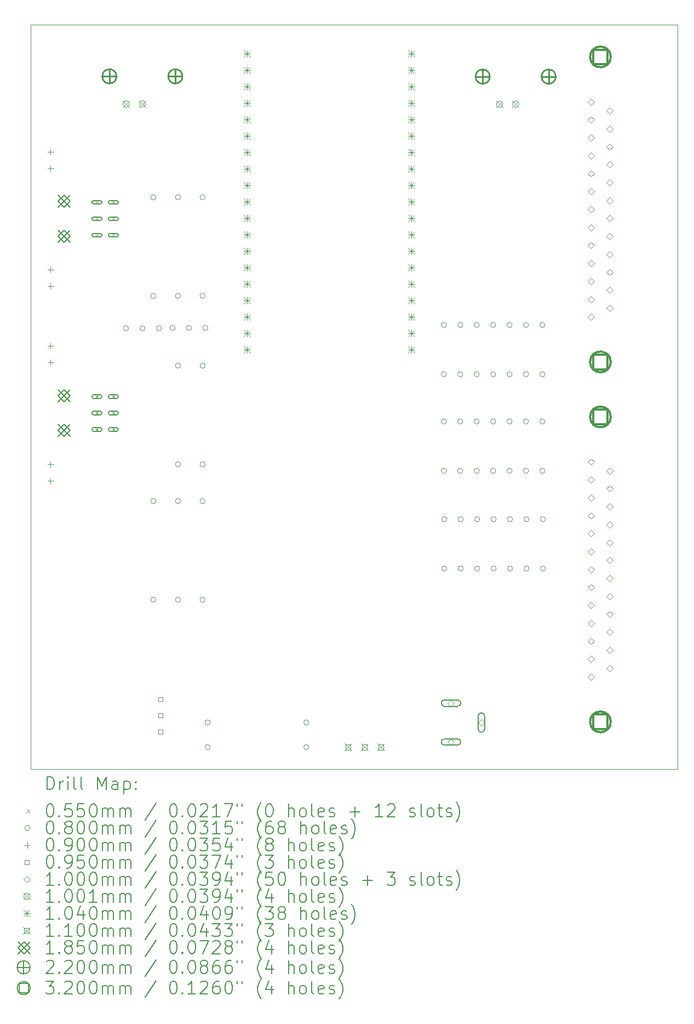
<source format=gbr>
%TF.GenerationSoftware,KiCad,Pcbnew,7.0.8*%
%TF.CreationDate,2023-11-11T13:28:07+01:00*%
%TF.ProjectId,LED-Zappelin-V2-Chrolis,4c45442d-5a61-4707-9065-6c696e2d5632,rev?*%
%TF.SameCoordinates,Original*%
%TF.FileFunction,Drillmap*%
%TF.FilePolarity,Positive*%
%FSLAX45Y45*%
G04 Gerber Fmt 4.5, Leading zero omitted, Abs format (unit mm)*
G04 Created by KiCad (PCBNEW 7.0.8) date 2023-11-11 13:28:07*
%MOMM*%
%LPD*%
G01*
G04 APERTURE LIST*
%ADD10C,0.100000*%
%ADD11C,0.200000*%
%ADD12C,0.055000*%
%ADD13C,0.080000*%
%ADD14C,0.090000*%
%ADD15C,0.095000*%
%ADD16C,0.100076*%
%ADD17C,0.104000*%
%ADD18C,0.110000*%
%ADD19C,0.185000*%
%ADD20C,0.219964*%
%ADD21C,0.320000*%
G04 APERTURE END LIST*
D10*
X5000000Y-5000000D02*
X15000000Y-5000000D01*
X15000000Y-16500000D01*
X5000000Y-16500000D01*
X5000000Y-5000000D01*
D11*
D12*
X6000500Y-7718500D02*
X6055500Y-7773500D01*
X6055500Y-7718500D02*
X6000500Y-7773500D01*
D11*
X6078000Y-7718500D02*
X5978000Y-7718500D01*
X5978000Y-7718500D02*
G75*
G03*
X5978000Y-7773500I0J-27500D01*
G01*
X5978000Y-7773500D02*
X6078000Y-7773500D01*
X6078000Y-7773500D02*
G75*
G03*
X6078000Y-7718500I0J27500D01*
G01*
D12*
X6000500Y-7972500D02*
X6055500Y-8027500D01*
X6055500Y-7972500D02*
X6000500Y-8027500D01*
D11*
X6078000Y-7972500D02*
X5978000Y-7972500D01*
X5978000Y-7972500D02*
G75*
G03*
X5978000Y-8027500I0J-27500D01*
G01*
X5978000Y-8027500D02*
X6078000Y-8027500D01*
X6078000Y-8027500D02*
G75*
G03*
X6078000Y-7972500I0J27500D01*
G01*
D12*
X6000500Y-8226500D02*
X6055500Y-8281500D01*
X6055500Y-8226500D02*
X6000500Y-8281500D01*
D11*
X6078000Y-8226500D02*
X5978000Y-8226500D01*
X5978000Y-8226500D02*
G75*
G03*
X5978000Y-8281500I0J-27500D01*
G01*
X5978000Y-8281500D02*
X6078000Y-8281500D01*
X6078000Y-8281500D02*
G75*
G03*
X6078000Y-8226500I0J27500D01*
G01*
D12*
X6000500Y-10718500D02*
X6055500Y-10773500D01*
X6055500Y-10718500D02*
X6000500Y-10773500D01*
D11*
X6078000Y-10718500D02*
X5978000Y-10718500D01*
X5978000Y-10718500D02*
G75*
G03*
X5978000Y-10773500I0J-27500D01*
G01*
X5978000Y-10773500D02*
X6078000Y-10773500D01*
X6078000Y-10773500D02*
G75*
G03*
X6078000Y-10718500I0J27500D01*
G01*
D12*
X6000500Y-10972500D02*
X6055500Y-11027500D01*
X6055500Y-10972500D02*
X6000500Y-11027500D01*
D11*
X6078000Y-10972500D02*
X5978000Y-10972500D01*
X5978000Y-10972500D02*
G75*
G03*
X5978000Y-11027500I0J-27500D01*
G01*
X5978000Y-11027500D02*
X6078000Y-11027500D01*
X6078000Y-11027500D02*
G75*
G03*
X6078000Y-10972500I0J27500D01*
G01*
D12*
X6000500Y-11226500D02*
X6055500Y-11281500D01*
X6055500Y-11226500D02*
X6000500Y-11281500D01*
D11*
X6078000Y-11226500D02*
X5978000Y-11226500D01*
X5978000Y-11226500D02*
G75*
G03*
X5978000Y-11281500I0J-27500D01*
G01*
X5978000Y-11281500D02*
X6078000Y-11281500D01*
X6078000Y-11281500D02*
G75*
G03*
X6078000Y-11226500I0J27500D01*
G01*
D12*
X6254500Y-7718500D02*
X6309500Y-7773500D01*
X6309500Y-7718500D02*
X6254500Y-7773500D01*
D11*
X6332000Y-7718500D02*
X6232000Y-7718500D01*
X6232000Y-7718500D02*
G75*
G03*
X6232000Y-7773500I0J-27500D01*
G01*
X6232000Y-7773500D02*
X6332000Y-7773500D01*
X6332000Y-7773500D02*
G75*
G03*
X6332000Y-7718500I0J27500D01*
G01*
D12*
X6254500Y-7972500D02*
X6309500Y-8027500D01*
X6309500Y-7972500D02*
X6254500Y-8027500D01*
D11*
X6332000Y-7972500D02*
X6232000Y-7972500D01*
X6232000Y-7972500D02*
G75*
G03*
X6232000Y-8027500I0J-27500D01*
G01*
X6232000Y-8027500D02*
X6332000Y-8027500D01*
X6332000Y-8027500D02*
G75*
G03*
X6332000Y-7972500I0J27500D01*
G01*
D12*
X6254500Y-8226500D02*
X6309500Y-8281500D01*
X6309500Y-8226500D02*
X6254500Y-8281500D01*
D11*
X6332000Y-8226500D02*
X6232000Y-8226500D01*
X6232000Y-8226500D02*
G75*
G03*
X6232000Y-8281500I0J-27500D01*
G01*
X6232000Y-8281500D02*
X6332000Y-8281500D01*
X6332000Y-8281500D02*
G75*
G03*
X6332000Y-8226500I0J27500D01*
G01*
D12*
X6254500Y-10718500D02*
X6309500Y-10773500D01*
X6309500Y-10718500D02*
X6254500Y-10773500D01*
D11*
X6332000Y-10718500D02*
X6232000Y-10718500D01*
X6232000Y-10718500D02*
G75*
G03*
X6232000Y-10773500I0J-27500D01*
G01*
X6232000Y-10773500D02*
X6332000Y-10773500D01*
X6332000Y-10773500D02*
G75*
G03*
X6332000Y-10718500I0J27500D01*
G01*
D12*
X6254500Y-10972500D02*
X6309500Y-11027500D01*
X6309500Y-10972500D02*
X6254500Y-11027500D01*
D11*
X6332000Y-10972500D02*
X6232000Y-10972500D01*
X6232000Y-10972500D02*
G75*
G03*
X6232000Y-11027500I0J-27500D01*
G01*
X6232000Y-11027500D02*
X6332000Y-11027500D01*
X6332000Y-11027500D02*
G75*
G03*
X6332000Y-10972500I0J27500D01*
G01*
D12*
X6254500Y-11226500D02*
X6309500Y-11281500D01*
X6309500Y-11226500D02*
X6254500Y-11281500D01*
D11*
X6332000Y-11226500D02*
X6232000Y-11226500D01*
X6232000Y-11226500D02*
G75*
G03*
X6232000Y-11281500I0J-27500D01*
G01*
X6232000Y-11281500D02*
X6332000Y-11281500D01*
X6332000Y-11281500D02*
G75*
G03*
X6332000Y-11226500I0J27500D01*
G01*
D13*
X6517000Y-9690000D02*
G75*
G03*
X6517000Y-9690000I-40000J0D01*
G01*
X6771000Y-9690000D02*
G75*
G03*
X6771000Y-9690000I-40000J0D01*
G01*
X6940000Y-7670000D02*
G75*
G03*
X6940000Y-7670000I-40000J0D01*
G01*
X6940000Y-9194000D02*
G75*
G03*
X6940000Y-9194000I-40000J0D01*
G01*
X6940000Y-12360000D02*
G75*
G03*
X6940000Y-12360000I-40000J0D01*
G01*
X6940000Y-13884000D02*
G75*
G03*
X6940000Y-13884000I-40000J0D01*
G01*
X7025000Y-9690000D02*
G75*
G03*
X7025000Y-9690000I-40000J0D01*
G01*
X7236000Y-9685000D02*
G75*
G03*
X7236000Y-9685000I-40000J0D01*
G01*
X7320000Y-7666000D02*
G75*
G03*
X7320000Y-7666000I-40000J0D01*
G01*
X7320000Y-9190000D02*
G75*
G03*
X7320000Y-9190000I-40000J0D01*
G01*
X7320000Y-10266000D02*
G75*
G03*
X7320000Y-10266000I-40000J0D01*
G01*
X7320000Y-11790000D02*
G75*
G03*
X7320000Y-11790000I-40000J0D01*
G01*
X7320000Y-12360000D02*
G75*
G03*
X7320000Y-12360000I-40000J0D01*
G01*
X7320000Y-13884000D02*
G75*
G03*
X7320000Y-13884000I-40000J0D01*
G01*
X7490000Y-9685000D02*
G75*
G03*
X7490000Y-9685000I-40000J0D01*
G01*
X7700000Y-7666000D02*
G75*
G03*
X7700000Y-7666000I-40000J0D01*
G01*
X7700000Y-9190000D02*
G75*
G03*
X7700000Y-9190000I-40000J0D01*
G01*
X7700000Y-10268000D02*
G75*
G03*
X7700000Y-10268000I-40000J0D01*
G01*
X7700000Y-11792000D02*
G75*
G03*
X7700000Y-11792000I-40000J0D01*
G01*
X7700000Y-12360000D02*
G75*
G03*
X7700000Y-12360000I-40000J0D01*
G01*
X7700000Y-13884000D02*
G75*
G03*
X7700000Y-13884000I-40000J0D01*
G01*
X7744000Y-9685000D02*
G75*
G03*
X7744000Y-9685000I-40000J0D01*
G01*
X7780000Y-15780000D02*
G75*
G03*
X7780000Y-15780000I-40000J0D01*
G01*
X7780000Y-16160000D02*
G75*
G03*
X7780000Y-16160000I-40000J0D01*
G01*
X9304000Y-15780000D02*
G75*
G03*
X9304000Y-15780000I-40000J0D01*
G01*
X9304000Y-16160000D02*
G75*
G03*
X9304000Y-16160000I-40000J0D01*
G01*
X11430000Y-9640000D02*
G75*
G03*
X11430000Y-9640000I-40000J0D01*
G01*
X11430000Y-10402000D02*
G75*
G03*
X11430000Y-10402000I-40000J0D01*
G01*
X11430000Y-11130000D02*
G75*
G03*
X11430000Y-11130000I-40000J0D01*
G01*
X11430000Y-11892000D02*
G75*
G03*
X11430000Y-11892000I-40000J0D01*
G01*
X11437500Y-12640000D02*
G75*
G03*
X11437500Y-12640000I-40000J0D01*
G01*
X11437500Y-13402000D02*
G75*
G03*
X11437500Y-13402000I-40000J0D01*
G01*
X11684000Y-9640000D02*
G75*
G03*
X11684000Y-9640000I-40000J0D01*
G01*
X11684000Y-10402000D02*
G75*
G03*
X11684000Y-10402000I-40000J0D01*
G01*
X11684000Y-11130000D02*
G75*
G03*
X11684000Y-11130000I-40000J0D01*
G01*
X11684000Y-11892000D02*
G75*
G03*
X11684000Y-11892000I-40000J0D01*
G01*
X11691500Y-12640000D02*
G75*
G03*
X11691500Y-12640000I-40000J0D01*
G01*
X11691500Y-13402000D02*
G75*
G03*
X11691500Y-13402000I-40000J0D01*
G01*
X11938000Y-9640000D02*
G75*
G03*
X11938000Y-9640000I-40000J0D01*
G01*
X11938000Y-10402000D02*
G75*
G03*
X11938000Y-10402000I-40000J0D01*
G01*
X11938000Y-11130000D02*
G75*
G03*
X11938000Y-11130000I-40000J0D01*
G01*
X11938000Y-11892000D02*
G75*
G03*
X11938000Y-11892000I-40000J0D01*
G01*
X11945500Y-12640000D02*
G75*
G03*
X11945500Y-12640000I-40000J0D01*
G01*
X11945500Y-13402000D02*
G75*
G03*
X11945500Y-13402000I-40000J0D01*
G01*
X12192000Y-9640000D02*
G75*
G03*
X12192000Y-9640000I-40000J0D01*
G01*
X12192000Y-10402000D02*
G75*
G03*
X12192000Y-10402000I-40000J0D01*
G01*
X12192000Y-11130000D02*
G75*
G03*
X12192000Y-11130000I-40000J0D01*
G01*
X12192000Y-11892000D02*
G75*
G03*
X12192000Y-11892000I-40000J0D01*
G01*
X12199500Y-12640000D02*
G75*
G03*
X12199500Y-12640000I-40000J0D01*
G01*
X12199500Y-13402000D02*
G75*
G03*
X12199500Y-13402000I-40000J0D01*
G01*
X12446000Y-9640000D02*
G75*
G03*
X12446000Y-9640000I-40000J0D01*
G01*
X12446000Y-10402000D02*
G75*
G03*
X12446000Y-10402000I-40000J0D01*
G01*
X12446000Y-11130000D02*
G75*
G03*
X12446000Y-11130000I-40000J0D01*
G01*
X12446000Y-11892000D02*
G75*
G03*
X12446000Y-11892000I-40000J0D01*
G01*
X12453500Y-12640000D02*
G75*
G03*
X12453500Y-12640000I-40000J0D01*
G01*
X12453500Y-13402000D02*
G75*
G03*
X12453500Y-13402000I-40000J0D01*
G01*
X12700000Y-9640000D02*
G75*
G03*
X12700000Y-9640000I-40000J0D01*
G01*
X12700000Y-10402000D02*
G75*
G03*
X12700000Y-10402000I-40000J0D01*
G01*
X12700000Y-11130000D02*
G75*
G03*
X12700000Y-11130000I-40000J0D01*
G01*
X12700000Y-11892000D02*
G75*
G03*
X12700000Y-11892000I-40000J0D01*
G01*
X12707500Y-12640000D02*
G75*
G03*
X12707500Y-12640000I-40000J0D01*
G01*
X12707500Y-13402000D02*
G75*
G03*
X12707500Y-13402000I-40000J0D01*
G01*
X12954000Y-9640000D02*
G75*
G03*
X12954000Y-9640000I-40000J0D01*
G01*
X12954000Y-10402000D02*
G75*
G03*
X12954000Y-10402000I-40000J0D01*
G01*
X12954000Y-11130000D02*
G75*
G03*
X12954000Y-11130000I-40000J0D01*
G01*
X12954000Y-11892000D02*
G75*
G03*
X12954000Y-11892000I-40000J0D01*
G01*
X12961500Y-12640000D02*
G75*
G03*
X12961500Y-12640000I-40000J0D01*
G01*
X12961500Y-13402000D02*
G75*
G03*
X12961500Y-13402000I-40000J0D01*
G01*
D14*
X5310000Y-6921000D02*
X5310000Y-7011000D01*
X5265000Y-6966000D02*
X5355000Y-6966000D01*
X5310000Y-7175000D02*
X5310000Y-7265000D01*
X5265000Y-7220000D02*
X5355000Y-7220000D01*
X5310000Y-8738500D02*
X5310000Y-8828500D01*
X5265000Y-8783500D02*
X5355000Y-8783500D01*
X5310000Y-8992500D02*
X5310000Y-9082500D01*
X5265000Y-9037500D02*
X5355000Y-9037500D01*
X5310000Y-9918500D02*
X5310000Y-10008500D01*
X5265000Y-9963500D02*
X5355000Y-9963500D01*
X5310000Y-10172500D02*
X5310000Y-10262500D01*
X5265000Y-10217500D02*
X5355000Y-10217500D01*
X5310000Y-11748500D02*
X5310000Y-11838500D01*
X5265000Y-11793500D02*
X5355000Y-11793500D01*
X5310000Y-12002500D02*
X5310000Y-12092500D01*
X5265000Y-12047500D02*
X5355000Y-12047500D01*
D15*
X7043588Y-15453588D02*
X7043588Y-15386412D01*
X6976412Y-15386412D01*
X6976412Y-15453588D01*
X7043588Y-15453588D01*
X7043588Y-15703588D02*
X7043588Y-15636412D01*
X6976412Y-15636412D01*
X6976412Y-15703588D01*
X7043588Y-15703588D01*
X7043588Y-15953588D02*
X7043588Y-15886412D01*
X6976412Y-15886412D01*
X6976412Y-15953588D01*
X7043588Y-15953588D01*
D10*
X11500000Y-15530000D02*
X11550000Y-15480000D01*
X11500000Y-15430000D01*
X11450000Y-15480000D01*
X11500000Y-15530000D01*
D11*
X11400000Y-15530000D02*
X11600000Y-15530000D01*
X11600000Y-15530000D02*
G75*
G03*
X11600000Y-15430000I0J50000D01*
G01*
X11600000Y-15430000D02*
X11400000Y-15430000D01*
X11400000Y-15430000D02*
G75*
G03*
X11400000Y-15530000I0J-50000D01*
G01*
D10*
X11500000Y-16130000D02*
X11550000Y-16080000D01*
X11500000Y-16030000D01*
X11450000Y-16080000D01*
X11500000Y-16130000D01*
D11*
X11400000Y-16130000D02*
X11600000Y-16130000D01*
X11600000Y-16130000D02*
G75*
G03*
X11600000Y-16030000I0J50000D01*
G01*
X11600000Y-16030000D02*
X11400000Y-16030000D01*
X11400000Y-16030000D02*
G75*
G03*
X11400000Y-16130000I0J-50000D01*
G01*
D10*
X11970000Y-15830000D02*
X12020000Y-15780000D01*
X11970000Y-15730000D01*
X11920000Y-15780000D01*
X11970000Y-15830000D01*
D11*
X12020000Y-15880000D02*
X12020000Y-15680000D01*
X12020000Y-15680000D02*
G75*
G03*
X11920000Y-15680000I-50000J0D01*
G01*
X11920000Y-15680000D02*
X11920000Y-15880000D01*
X11920000Y-15880000D02*
G75*
G03*
X12020000Y-15880000I50000J0D01*
G01*
D10*
X13668000Y-6243000D02*
X13718000Y-6193000D01*
X13668000Y-6143000D01*
X13618000Y-6193000D01*
X13668000Y-6243000D01*
X13668000Y-6520000D02*
X13718000Y-6470000D01*
X13668000Y-6420000D01*
X13618000Y-6470000D01*
X13668000Y-6520000D01*
X13668000Y-6797000D02*
X13718000Y-6747000D01*
X13668000Y-6697000D01*
X13618000Y-6747000D01*
X13668000Y-6797000D01*
X13668000Y-7074000D02*
X13718000Y-7024000D01*
X13668000Y-6974000D01*
X13618000Y-7024000D01*
X13668000Y-7074000D01*
X13668000Y-7351000D02*
X13718000Y-7301000D01*
X13668000Y-7251000D01*
X13618000Y-7301000D01*
X13668000Y-7351000D01*
X13668000Y-7628000D02*
X13718000Y-7578000D01*
X13668000Y-7528000D01*
X13618000Y-7578000D01*
X13668000Y-7628000D01*
X13668000Y-7905000D02*
X13718000Y-7855000D01*
X13668000Y-7805000D01*
X13618000Y-7855000D01*
X13668000Y-7905000D01*
X13668000Y-8182000D02*
X13718000Y-8132000D01*
X13668000Y-8082000D01*
X13618000Y-8132000D01*
X13668000Y-8182000D01*
X13668000Y-8459000D02*
X13718000Y-8409000D01*
X13668000Y-8359000D01*
X13618000Y-8409000D01*
X13668000Y-8459000D01*
X13668000Y-8736000D02*
X13718000Y-8686000D01*
X13668000Y-8636000D01*
X13618000Y-8686000D01*
X13668000Y-8736000D01*
X13668000Y-9013000D02*
X13718000Y-8963000D01*
X13668000Y-8913000D01*
X13618000Y-8963000D01*
X13668000Y-9013000D01*
X13668000Y-9290000D02*
X13718000Y-9240000D01*
X13668000Y-9190000D01*
X13618000Y-9240000D01*
X13668000Y-9290000D01*
X13668000Y-9567000D02*
X13718000Y-9517000D01*
X13668000Y-9467000D01*
X13618000Y-9517000D01*
X13668000Y-9567000D01*
X13668000Y-11803000D02*
X13718000Y-11753000D01*
X13668000Y-11703000D01*
X13618000Y-11753000D01*
X13668000Y-11803000D01*
X13668000Y-12080000D02*
X13718000Y-12030000D01*
X13668000Y-11980000D01*
X13618000Y-12030000D01*
X13668000Y-12080000D01*
X13668000Y-12357000D02*
X13718000Y-12307000D01*
X13668000Y-12257000D01*
X13618000Y-12307000D01*
X13668000Y-12357000D01*
X13668000Y-12634000D02*
X13718000Y-12584000D01*
X13668000Y-12534000D01*
X13618000Y-12584000D01*
X13668000Y-12634000D01*
X13668000Y-12911000D02*
X13718000Y-12861000D01*
X13668000Y-12811000D01*
X13618000Y-12861000D01*
X13668000Y-12911000D01*
X13668000Y-13188000D02*
X13718000Y-13138000D01*
X13668000Y-13088000D01*
X13618000Y-13138000D01*
X13668000Y-13188000D01*
X13668000Y-13465000D02*
X13718000Y-13415000D01*
X13668000Y-13365000D01*
X13618000Y-13415000D01*
X13668000Y-13465000D01*
X13668000Y-13742000D02*
X13718000Y-13692000D01*
X13668000Y-13642000D01*
X13618000Y-13692000D01*
X13668000Y-13742000D01*
X13668000Y-14019000D02*
X13718000Y-13969000D01*
X13668000Y-13919000D01*
X13618000Y-13969000D01*
X13668000Y-14019000D01*
X13668000Y-14296000D02*
X13718000Y-14246000D01*
X13668000Y-14196000D01*
X13618000Y-14246000D01*
X13668000Y-14296000D01*
X13668000Y-14573000D02*
X13718000Y-14523000D01*
X13668000Y-14473000D01*
X13618000Y-14523000D01*
X13668000Y-14573000D01*
X13668000Y-14850000D02*
X13718000Y-14800000D01*
X13668000Y-14750000D01*
X13618000Y-14800000D01*
X13668000Y-14850000D01*
X13668000Y-15127000D02*
X13718000Y-15077000D01*
X13668000Y-15027000D01*
X13618000Y-15077000D01*
X13668000Y-15127000D01*
X13952000Y-6381500D02*
X14002000Y-6331500D01*
X13952000Y-6281500D01*
X13902000Y-6331500D01*
X13952000Y-6381500D01*
X13952000Y-6658500D02*
X14002000Y-6608500D01*
X13952000Y-6558500D01*
X13902000Y-6608500D01*
X13952000Y-6658500D01*
X13952000Y-6935500D02*
X14002000Y-6885500D01*
X13952000Y-6835500D01*
X13902000Y-6885500D01*
X13952000Y-6935500D01*
X13952000Y-7212500D02*
X14002000Y-7162500D01*
X13952000Y-7112500D01*
X13902000Y-7162500D01*
X13952000Y-7212500D01*
X13952000Y-7489500D02*
X14002000Y-7439500D01*
X13952000Y-7389500D01*
X13902000Y-7439500D01*
X13952000Y-7489500D01*
X13952000Y-7766500D02*
X14002000Y-7716500D01*
X13952000Y-7666500D01*
X13902000Y-7716500D01*
X13952000Y-7766500D01*
X13952000Y-8043500D02*
X14002000Y-7993500D01*
X13952000Y-7943500D01*
X13902000Y-7993500D01*
X13952000Y-8043500D01*
X13952000Y-8320500D02*
X14002000Y-8270500D01*
X13952000Y-8220500D01*
X13902000Y-8270500D01*
X13952000Y-8320500D01*
X13952000Y-8597500D02*
X14002000Y-8547500D01*
X13952000Y-8497500D01*
X13902000Y-8547500D01*
X13952000Y-8597500D01*
X13952000Y-8874500D02*
X14002000Y-8824500D01*
X13952000Y-8774500D01*
X13902000Y-8824500D01*
X13952000Y-8874500D01*
X13952000Y-9151500D02*
X14002000Y-9101500D01*
X13952000Y-9051500D01*
X13902000Y-9101500D01*
X13952000Y-9151500D01*
X13952000Y-9428500D02*
X14002000Y-9378500D01*
X13952000Y-9328500D01*
X13902000Y-9378500D01*
X13952000Y-9428500D01*
X13952000Y-11941500D02*
X14002000Y-11891500D01*
X13952000Y-11841500D01*
X13902000Y-11891500D01*
X13952000Y-11941500D01*
X13952000Y-12218500D02*
X14002000Y-12168500D01*
X13952000Y-12118500D01*
X13902000Y-12168500D01*
X13952000Y-12218500D01*
X13952000Y-12495500D02*
X14002000Y-12445500D01*
X13952000Y-12395500D01*
X13902000Y-12445500D01*
X13952000Y-12495500D01*
X13952000Y-12772500D02*
X14002000Y-12722500D01*
X13952000Y-12672500D01*
X13902000Y-12722500D01*
X13952000Y-12772500D01*
X13952000Y-13049500D02*
X14002000Y-12999500D01*
X13952000Y-12949500D01*
X13902000Y-12999500D01*
X13952000Y-13049500D01*
X13952000Y-13326500D02*
X14002000Y-13276500D01*
X13952000Y-13226500D01*
X13902000Y-13276500D01*
X13952000Y-13326500D01*
X13952000Y-13603500D02*
X14002000Y-13553500D01*
X13952000Y-13503500D01*
X13902000Y-13553500D01*
X13952000Y-13603500D01*
X13952000Y-13880500D02*
X14002000Y-13830500D01*
X13952000Y-13780500D01*
X13902000Y-13830500D01*
X13952000Y-13880500D01*
X13952000Y-14157500D02*
X14002000Y-14107500D01*
X13952000Y-14057500D01*
X13902000Y-14107500D01*
X13952000Y-14157500D01*
X13952000Y-14434500D02*
X14002000Y-14384500D01*
X13952000Y-14334500D01*
X13902000Y-14384500D01*
X13952000Y-14434500D01*
X13952000Y-14711500D02*
X14002000Y-14661500D01*
X13952000Y-14611500D01*
X13902000Y-14661500D01*
X13952000Y-14711500D01*
X13952000Y-14988500D02*
X14002000Y-14938500D01*
X13952000Y-14888500D01*
X13902000Y-14938500D01*
X13952000Y-14988500D01*
D16*
X6429994Y-6176428D02*
X6530070Y-6276504D01*
X6530070Y-6176428D02*
X6429994Y-6276504D01*
X6530070Y-6226466D02*
G75*
G03*
X6530070Y-6226466I-50038J0D01*
G01*
X6679930Y-6176428D02*
X6780006Y-6276504D01*
X6780006Y-6176428D02*
X6679930Y-6276504D01*
X6780006Y-6226466D02*
G75*
G03*
X6780006Y-6226466I-50038J0D01*
G01*
X12200026Y-6180088D02*
X12300102Y-6280164D01*
X12300102Y-6180088D02*
X12200026Y-6280164D01*
X12300102Y-6230126D02*
G75*
G03*
X12300102Y-6230126I-50038J0D01*
G01*
X12449962Y-6180088D02*
X12550038Y-6280164D01*
X12550038Y-6180088D02*
X12449962Y-6280164D01*
X12550038Y-6230126D02*
G75*
G03*
X12550038Y-6230126I-50038J0D01*
G01*
D17*
X8298000Y-5398000D02*
X8402000Y-5502000D01*
X8402000Y-5398000D02*
X8298000Y-5502000D01*
X8350000Y-5398000D02*
X8350000Y-5502000D01*
X8298000Y-5450000D02*
X8402000Y-5450000D01*
X8298000Y-5652000D02*
X8402000Y-5756000D01*
X8402000Y-5652000D02*
X8298000Y-5756000D01*
X8350000Y-5652000D02*
X8350000Y-5756000D01*
X8298000Y-5704000D02*
X8402000Y-5704000D01*
X8298000Y-5906000D02*
X8402000Y-6010000D01*
X8402000Y-5906000D02*
X8298000Y-6010000D01*
X8350000Y-5906000D02*
X8350000Y-6010000D01*
X8298000Y-5958000D02*
X8402000Y-5958000D01*
X8298000Y-6160000D02*
X8402000Y-6264000D01*
X8402000Y-6160000D02*
X8298000Y-6264000D01*
X8350000Y-6160000D02*
X8350000Y-6264000D01*
X8298000Y-6212000D02*
X8402000Y-6212000D01*
X8298000Y-6414000D02*
X8402000Y-6518000D01*
X8402000Y-6414000D02*
X8298000Y-6518000D01*
X8350000Y-6414000D02*
X8350000Y-6518000D01*
X8298000Y-6466000D02*
X8402000Y-6466000D01*
X8298000Y-6668000D02*
X8402000Y-6772000D01*
X8402000Y-6668000D02*
X8298000Y-6772000D01*
X8350000Y-6668000D02*
X8350000Y-6772000D01*
X8298000Y-6720000D02*
X8402000Y-6720000D01*
X8298000Y-6922000D02*
X8402000Y-7026000D01*
X8402000Y-6922000D02*
X8298000Y-7026000D01*
X8350000Y-6922000D02*
X8350000Y-7026000D01*
X8298000Y-6974000D02*
X8402000Y-6974000D01*
X8298000Y-7176000D02*
X8402000Y-7280000D01*
X8402000Y-7176000D02*
X8298000Y-7280000D01*
X8350000Y-7176000D02*
X8350000Y-7280000D01*
X8298000Y-7228000D02*
X8402000Y-7228000D01*
X8298000Y-7430000D02*
X8402000Y-7534000D01*
X8402000Y-7430000D02*
X8298000Y-7534000D01*
X8350000Y-7430000D02*
X8350000Y-7534000D01*
X8298000Y-7482000D02*
X8402000Y-7482000D01*
X8298000Y-7684000D02*
X8402000Y-7788000D01*
X8402000Y-7684000D02*
X8298000Y-7788000D01*
X8350000Y-7684000D02*
X8350000Y-7788000D01*
X8298000Y-7736000D02*
X8402000Y-7736000D01*
X8298000Y-7938000D02*
X8402000Y-8042000D01*
X8402000Y-7938000D02*
X8298000Y-8042000D01*
X8350000Y-7938000D02*
X8350000Y-8042000D01*
X8298000Y-7990000D02*
X8402000Y-7990000D01*
X8298000Y-8192000D02*
X8402000Y-8296000D01*
X8402000Y-8192000D02*
X8298000Y-8296000D01*
X8350000Y-8192000D02*
X8350000Y-8296000D01*
X8298000Y-8244000D02*
X8402000Y-8244000D01*
X8298000Y-8446000D02*
X8402000Y-8550000D01*
X8402000Y-8446000D02*
X8298000Y-8550000D01*
X8350000Y-8446000D02*
X8350000Y-8550000D01*
X8298000Y-8498000D02*
X8402000Y-8498000D01*
X8298000Y-8700000D02*
X8402000Y-8804000D01*
X8402000Y-8700000D02*
X8298000Y-8804000D01*
X8350000Y-8700000D02*
X8350000Y-8804000D01*
X8298000Y-8752000D02*
X8402000Y-8752000D01*
X8298000Y-8954000D02*
X8402000Y-9058000D01*
X8402000Y-8954000D02*
X8298000Y-9058000D01*
X8350000Y-8954000D02*
X8350000Y-9058000D01*
X8298000Y-9006000D02*
X8402000Y-9006000D01*
X8298000Y-9208000D02*
X8402000Y-9312000D01*
X8402000Y-9208000D02*
X8298000Y-9312000D01*
X8350000Y-9208000D02*
X8350000Y-9312000D01*
X8298000Y-9260000D02*
X8402000Y-9260000D01*
X8298000Y-9462000D02*
X8402000Y-9566000D01*
X8402000Y-9462000D02*
X8298000Y-9566000D01*
X8350000Y-9462000D02*
X8350000Y-9566000D01*
X8298000Y-9514000D02*
X8402000Y-9514000D01*
X8298000Y-9716000D02*
X8402000Y-9820000D01*
X8402000Y-9716000D02*
X8298000Y-9820000D01*
X8350000Y-9716000D02*
X8350000Y-9820000D01*
X8298000Y-9768000D02*
X8402000Y-9768000D01*
X8298000Y-9970000D02*
X8402000Y-10074000D01*
X8402000Y-9970000D02*
X8298000Y-10074000D01*
X8350000Y-9970000D02*
X8350000Y-10074000D01*
X8298000Y-10022000D02*
X8402000Y-10022000D01*
X10838000Y-5398000D02*
X10942000Y-5502000D01*
X10942000Y-5398000D02*
X10838000Y-5502000D01*
X10890000Y-5398000D02*
X10890000Y-5502000D01*
X10838000Y-5450000D02*
X10942000Y-5450000D01*
X10838000Y-5652000D02*
X10942000Y-5756000D01*
X10942000Y-5652000D02*
X10838000Y-5756000D01*
X10890000Y-5652000D02*
X10890000Y-5756000D01*
X10838000Y-5704000D02*
X10942000Y-5704000D01*
X10838000Y-5906000D02*
X10942000Y-6010000D01*
X10942000Y-5906000D02*
X10838000Y-6010000D01*
X10890000Y-5906000D02*
X10890000Y-6010000D01*
X10838000Y-5958000D02*
X10942000Y-5958000D01*
X10838000Y-6160000D02*
X10942000Y-6264000D01*
X10942000Y-6160000D02*
X10838000Y-6264000D01*
X10890000Y-6160000D02*
X10890000Y-6264000D01*
X10838000Y-6212000D02*
X10942000Y-6212000D01*
X10838000Y-6414000D02*
X10942000Y-6518000D01*
X10942000Y-6414000D02*
X10838000Y-6518000D01*
X10890000Y-6414000D02*
X10890000Y-6518000D01*
X10838000Y-6466000D02*
X10942000Y-6466000D01*
X10838000Y-6668000D02*
X10942000Y-6772000D01*
X10942000Y-6668000D02*
X10838000Y-6772000D01*
X10890000Y-6668000D02*
X10890000Y-6772000D01*
X10838000Y-6720000D02*
X10942000Y-6720000D01*
X10838000Y-6922000D02*
X10942000Y-7026000D01*
X10942000Y-6922000D02*
X10838000Y-7026000D01*
X10890000Y-6922000D02*
X10890000Y-7026000D01*
X10838000Y-6974000D02*
X10942000Y-6974000D01*
X10838000Y-7176000D02*
X10942000Y-7280000D01*
X10942000Y-7176000D02*
X10838000Y-7280000D01*
X10890000Y-7176000D02*
X10890000Y-7280000D01*
X10838000Y-7228000D02*
X10942000Y-7228000D01*
X10838000Y-7430000D02*
X10942000Y-7534000D01*
X10942000Y-7430000D02*
X10838000Y-7534000D01*
X10890000Y-7430000D02*
X10890000Y-7534000D01*
X10838000Y-7482000D02*
X10942000Y-7482000D01*
X10838000Y-7684000D02*
X10942000Y-7788000D01*
X10942000Y-7684000D02*
X10838000Y-7788000D01*
X10890000Y-7684000D02*
X10890000Y-7788000D01*
X10838000Y-7736000D02*
X10942000Y-7736000D01*
X10838000Y-7938000D02*
X10942000Y-8042000D01*
X10942000Y-7938000D02*
X10838000Y-8042000D01*
X10890000Y-7938000D02*
X10890000Y-8042000D01*
X10838000Y-7990000D02*
X10942000Y-7990000D01*
X10838000Y-8192000D02*
X10942000Y-8296000D01*
X10942000Y-8192000D02*
X10838000Y-8296000D01*
X10890000Y-8192000D02*
X10890000Y-8296000D01*
X10838000Y-8244000D02*
X10942000Y-8244000D01*
X10838000Y-8446000D02*
X10942000Y-8550000D01*
X10942000Y-8446000D02*
X10838000Y-8550000D01*
X10890000Y-8446000D02*
X10890000Y-8550000D01*
X10838000Y-8498000D02*
X10942000Y-8498000D01*
X10838000Y-8700000D02*
X10942000Y-8804000D01*
X10942000Y-8700000D02*
X10838000Y-8804000D01*
X10890000Y-8700000D02*
X10890000Y-8804000D01*
X10838000Y-8752000D02*
X10942000Y-8752000D01*
X10838000Y-8954000D02*
X10942000Y-9058000D01*
X10942000Y-8954000D02*
X10838000Y-9058000D01*
X10890000Y-8954000D02*
X10890000Y-9058000D01*
X10838000Y-9006000D02*
X10942000Y-9006000D01*
X10838000Y-9208000D02*
X10942000Y-9312000D01*
X10942000Y-9208000D02*
X10838000Y-9312000D01*
X10890000Y-9208000D02*
X10890000Y-9312000D01*
X10838000Y-9260000D02*
X10942000Y-9260000D01*
X10838000Y-9462000D02*
X10942000Y-9566000D01*
X10942000Y-9462000D02*
X10838000Y-9566000D01*
X10890000Y-9462000D02*
X10890000Y-9566000D01*
X10838000Y-9514000D02*
X10942000Y-9514000D01*
X10838000Y-9716000D02*
X10942000Y-9820000D01*
X10942000Y-9716000D02*
X10838000Y-9820000D01*
X10890000Y-9716000D02*
X10890000Y-9820000D01*
X10838000Y-9768000D02*
X10942000Y-9768000D01*
X10838000Y-9970000D02*
X10942000Y-10074000D01*
X10942000Y-9970000D02*
X10838000Y-10074000D01*
X10890000Y-9970000D02*
X10890000Y-10074000D01*
X10838000Y-10022000D02*
X10942000Y-10022000D01*
D18*
X9857000Y-16105000D02*
X9967000Y-16215000D01*
X9967000Y-16105000D02*
X9857000Y-16215000D01*
X9950891Y-16198891D02*
X9950891Y-16121109D01*
X9873109Y-16121109D01*
X9873109Y-16198891D01*
X9950891Y-16198891D01*
X10111000Y-16105000D02*
X10221000Y-16215000D01*
X10221000Y-16105000D02*
X10111000Y-16215000D01*
X10204891Y-16198891D02*
X10204891Y-16121109D01*
X10127109Y-16121109D01*
X10127109Y-16198891D01*
X10204891Y-16198891D01*
X10365000Y-16105000D02*
X10475000Y-16215000D01*
X10475000Y-16105000D02*
X10365000Y-16215000D01*
X10458891Y-16198891D02*
X10458891Y-16121109D01*
X10381109Y-16121109D01*
X10381109Y-16198891D01*
X10458891Y-16198891D01*
D19*
X5427500Y-7637500D02*
X5612500Y-7822500D01*
X5612500Y-7637500D02*
X5427500Y-7822500D01*
X5520000Y-7822500D02*
X5612500Y-7730000D01*
X5520000Y-7637500D01*
X5427500Y-7730000D01*
X5520000Y-7822500D01*
X5427500Y-8177500D02*
X5612500Y-8362500D01*
X5612500Y-8177500D02*
X5427500Y-8362500D01*
X5520000Y-8362500D02*
X5612500Y-8270000D01*
X5520000Y-8177500D01*
X5427500Y-8270000D01*
X5520000Y-8362500D01*
X5427500Y-10637500D02*
X5612500Y-10822500D01*
X5612500Y-10637500D02*
X5427500Y-10822500D01*
X5520000Y-10822500D02*
X5612500Y-10730000D01*
X5520000Y-10637500D01*
X5427500Y-10730000D01*
X5520000Y-10822500D01*
X5427500Y-11177500D02*
X5612500Y-11362500D01*
X5612500Y-11177500D02*
X5427500Y-11362500D01*
X5520000Y-11362500D02*
X5612500Y-11270000D01*
X5520000Y-11177500D01*
X5427500Y-11270000D01*
X5520000Y-11362500D01*
D20*
X6220190Y-5690018D02*
X6220190Y-5909982D01*
X6110208Y-5800000D02*
X6330172Y-5800000D01*
X6330172Y-5800000D02*
G75*
G03*
X6330172Y-5800000I-109982J0D01*
G01*
X7240000Y-5690018D02*
X7240000Y-5909982D01*
X7130018Y-5800000D02*
X7349982Y-5800000D01*
X7349982Y-5800000D02*
G75*
G03*
X7349982Y-5800000I-109982J0D01*
G01*
X11990222Y-5693678D02*
X11990222Y-5913642D01*
X11880240Y-5803660D02*
X12100204Y-5803660D01*
X12100204Y-5803660D02*
G75*
G03*
X12100204Y-5803660I-109982J0D01*
G01*
X13010032Y-5693678D02*
X13010032Y-5913642D01*
X12900050Y-5803660D02*
X13120014Y-5803660D01*
X13120014Y-5803660D02*
G75*
G03*
X13120014Y-5803660I-109982J0D01*
G01*
D21*
X13923138Y-5613138D02*
X13923138Y-5386862D01*
X13696862Y-5386862D01*
X13696862Y-5613138D01*
X13923138Y-5613138D01*
X13970000Y-5500000D02*
G75*
G03*
X13970000Y-5500000I-160000J0D01*
G01*
X13923138Y-10323138D02*
X13923138Y-10096862D01*
X13696862Y-10096862D01*
X13696862Y-10323138D01*
X13923138Y-10323138D01*
X13970000Y-10210000D02*
G75*
G03*
X13970000Y-10210000I-160000J0D01*
G01*
X13923138Y-11173138D02*
X13923138Y-10946862D01*
X13696862Y-10946862D01*
X13696862Y-11173138D01*
X13923138Y-11173138D01*
X13970000Y-11060000D02*
G75*
G03*
X13970000Y-11060000I-160000J0D01*
G01*
X13923138Y-15883138D02*
X13923138Y-15656862D01*
X13696862Y-15656862D01*
X13696862Y-15883138D01*
X13923138Y-15883138D01*
X13970000Y-15770000D02*
G75*
G03*
X13970000Y-15770000I-160000J0D01*
G01*
D11*
X5255777Y-16816484D02*
X5255777Y-16616484D01*
X5255777Y-16616484D02*
X5303396Y-16616484D01*
X5303396Y-16616484D02*
X5331967Y-16626008D01*
X5331967Y-16626008D02*
X5351015Y-16645055D01*
X5351015Y-16645055D02*
X5360539Y-16664103D01*
X5360539Y-16664103D02*
X5370063Y-16702198D01*
X5370063Y-16702198D02*
X5370063Y-16730769D01*
X5370063Y-16730769D02*
X5360539Y-16768865D01*
X5360539Y-16768865D02*
X5351015Y-16787912D01*
X5351015Y-16787912D02*
X5331967Y-16806960D01*
X5331967Y-16806960D02*
X5303396Y-16816484D01*
X5303396Y-16816484D02*
X5255777Y-16816484D01*
X5455777Y-16816484D02*
X5455777Y-16683150D01*
X5455777Y-16721246D02*
X5465301Y-16702198D01*
X5465301Y-16702198D02*
X5474824Y-16692674D01*
X5474824Y-16692674D02*
X5493872Y-16683150D01*
X5493872Y-16683150D02*
X5512920Y-16683150D01*
X5579586Y-16816484D02*
X5579586Y-16683150D01*
X5579586Y-16616484D02*
X5570063Y-16626008D01*
X5570063Y-16626008D02*
X5579586Y-16635531D01*
X5579586Y-16635531D02*
X5589110Y-16626008D01*
X5589110Y-16626008D02*
X5579586Y-16616484D01*
X5579586Y-16616484D02*
X5579586Y-16635531D01*
X5703396Y-16816484D02*
X5684348Y-16806960D01*
X5684348Y-16806960D02*
X5674824Y-16787912D01*
X5674824Y-16787912D02*
X5674824Y-16616484D01*
X5808158Y-16816484D02*
X5789110Y-16806960D01*
X5789110Y-16806960D02*
X5779586Y-16787912D01*
X5779586Y-16787912D02*
X5779586Y-16616484D01*
X6036729Y-16816484D02*
X6036729Y-16616484D01*
X6036729Y-16616484D02*
X6103396Y-16759341D01*
X6103396Y-16759341D02*
X6170062Y-16616484D01*
X6170062Y-16616484D02*
X6170062Y-16816484D01*
X6351015Y-16816484D02*
X6351015Y-16711722D01*
X6351015Y-16711722D02*
X6341491Y-16692674D01*
X6341491Y-16692674D02*
X6322443Y-16683150D01*
X6322443Y-16683150D02*
X6284348Y-16683150D01*
X6284348Y-16683150D02*
X6265301Y-16692674D01*
X6351015Y-16806960D02*
X6331967Y-16816484D01*
X6331967Y-16816484D02*
X6284348Y-16816484D01*
X6284348Y-16816484D02*
X6265301Y-16806960D01*
X6265301Y-16806960D02*
X6255777Y-16787912D01*
X6255777Y-16787912D02*
X6255777Y-16768865D01*
X6255777Y-16768865D02*
X6265301Y-16749817D01*
X6265301Y-16749817D02*
X6284348Y-16740293D01*
X6284348Y-16740293D02*
X6331967Y-16740293D01*
X6331967Y-16740293D02*
X6351015Y-16730769D01*
X6446253Y-16683150D02*
X6446253Y-16883150D01*
X6446253Y-16692674D02*
X6465301Y-16683150D01*
X6465301Y-16683150D02*
X6503396Y-16683150D01*
X6503396Y-16683150D02*
X6522443Y-16692674D01*
X6522443Y-16692674D02*
X6531967Y-16702198D01*
X6531967Y-16702198D02*
X6541491Y-16721246D01*
X6541491Y-16721246D02*
X6541491Y-16778389D01*
X6541491Y-16778389D02*
X6531967Y-16797436D01*
X6531967Y-16797436D02*
X6522443Y-16806960D01*
X6522443Y-16806960D02*
X6503396Y-16816484D01*
X6503396Y-16816484D02*
X6465301Y-16816484D01*
X6465301Y-16816484D02*
X6446253Y-16806960D01*
X6627205Y-16797436D02*
X6636729Y-16806960D01*
X6636729Y-16806960D02*
X6627205Y-16816484D01*
X6627205Y-16816484D02*
X6617682Y-16806960D01*
X6617682Y-16806960D02*
X6627205Y-16797436D01*
X6627205Y-16797436D02*
X6627205Y-16816484D01*
X6627205Y-16692674D02*
X6636729Y-16702198D01*
X6636729Y-16702198D02*
X6627205Y-16711722D01*
X6627205Y-16711722D02*
X6617682Y-16702198D01*
X6617682Y-16702198D02*
X6627205Y-16692674D01*
X6627205Y-16692674D02*
X6627205Y-16711722D01*
D12*
X4940000Y-17117500D02*
X4995000Y-17172500D01*
X4995000Y-17117500D02*
X4940000Y-17172500D01*
D11*
X5293872Y-17036484D02*
X5312920Y-17036484D01*
X5312920Y-17036484D02*
X5331967Y-17046008D01*
X5331967Y-17046008D02*
X5341491Y-17055531D01*
X5341491Y-17055531D02*
X5351015Y-17074579D01*
X5351015Y-17074579D02*
X5360539Y-17112674D01*
X5360539Y-17112674D02*
X5360539Y-17160293D01*
X5360539Y-17160293D02*
X5351015Y-17198389D01*
X5351015Y-17198389D02*
X5341491Y-17217436D01*
X5341491Y-17217436D02*
X5331967Y-17226960D01*
X5331967Y-17226960D02*
X5312920Y-17236484D01*
X5312920Y-17236484D02*
X5293872Y-17236484D01*
X5293872Y-17236484D02*
X5274824Y-17226960D01*
X5274824Y-17226960D02*
X5265301Y-17217436D01*
X5265301Y-17217436D02*
X5255777Y-17198389D01*
X5255777Y-17198389D02*
X5246253Y-17160293D01*
X5246253Y-17160293D02*
X5246253Y-17112674D01*
X5246253Y-17112674D02*
X5255777Y-17074579D01*
X5255777Y-17074579D02*
X5265301Y-17055531D01*
X5265301Y-17055531D02*
X5274824Y-17046008D01*
X5274824Y-17046008D02*
X5293872Y-17036484D01*
X5446253Y-17217436D02*
X5455777Y-17226960D01*
X5455777Y-17226960D02*
X5446253Y-17236484D01*
X5446253Y-17236484D02*
X5436729Y-17226960D01*
X5436729Y-17226960D02*
X5446253Y-17217436D01*
X5446253Y-17217436D02*
X5446253Y-17236484D01*
X5636729Y-17036484D02*
X5541491Y-17036484D01*
X5541491Y-17036484D02*
X5531967Y-17131722D01*
X5531967Y-17131722D02*
X5541491Y-17122198D01*
X5541491Y-17122198D02*
X5560539Y-17112674D01*
X5560539Y-17112674D02*
X5608158Y-17112674D01*
X5608158Y-17112674D02*
X5627205Y-17122198D01*
X5627205Y-17122198D02*
X5636729Y-17131722D01*
X5636729Y-17131722D02*
X5646253Y-17150770D01*
X5646253Y-17150770D02*
X5646253Y-17198389D01*
X5646253Y-17198389D02*
X5636729Y-17217436D01*
X5636729Y-17217436D02*
X5627205Y-17226960D01*
X5627205Y-17226960D02*
X5608158Y-17236484D01*
X5608158Y-17236484D02*
X5560539Y-17236484D01*
X5560539Y-17236484D02*
X5541491Y-17226960D01*
X5541491Y-17226960D02*
X5531967Y-17217436D01*
X5827205Y-17036484D02*
X5731967Y-17036484D01*
X5731967Y-17036484D02*
X5722443Y-17131722D01*
X5722443Y-17131722D02*
X5731967Y-17122198D01*
X5731967Y-17122198D02*
X5751015Y-17112674D01*
X5751015Y-17112674D02*
X5798634Y-17112674D01*
X5798634Y-17112674D02*
X5817682Y-17122198D01*
X5817682Y-17122198D02*
X5827205Y-17131722D01*
X5827205Y-17131722D02*
X5836729Y-17150770D01*
X5836729Y-17150770D02*
X5836729Y-17198389D01*
X5836729Y-17198389D02*
X5827205Y-17217436D01*
X5827205Y-17217436D02*
X5817682Y-17226960D01*
X5817682Y-17226960D02*
X5798634Y-17236484D01*
X5798634Y-17236484D02*
X5751015Y-17236484D01*
X5751015Y-17236484D02*
X5731967Y-17226960D01*
X5731967Y-17226960D02*
X5722443Y-17217436D01*
X5960539Y-17036484D02*
X5979586Y-17036484D01*
X5979586Y-17036484D02*
X5998634Y-17046008D01*
X5998634Y-17046008D02*
X6008158Y-17055531D01*
X6008158Y-17055531D02*
X6017682Y-17074579D01*
X6017682Y-17074579D02*
X6027205Y-17112674D01*
X6027205Y-17112674D02*
X6027205Y-17160293D01*
X6027205Y-17160293D02*
X6017682Y-17198389D01*
X6017682Y-17198389D02*
X6008158Y-17217436D01*
X6008158Y-17217436D02*
X5998634Y-17226960D01*
X5998634Y-17226960D02*
X5979586Y-17236484D01*
X5979586Y-17236484D02*
X5960539Y-17236484D01*
X5960539Y-17236484D02*
X5941491Y-17226960D01*
X5941491Y-17226960D02*
X5931967Y-17217436D01*
X5931967Y-17217436D02*
X5922443Y-17198389D01*
X5922443Y-17198389D02*
X5912920Y-17160293D01*
X5912920Y-17160293D02*
X5912920Y-17112674D01*
X5912920Y-17112674D02*
X5922443Y-17074579D01*
X5922443Y-17074579D02*
X5931967Y-17055531D01*
X5931967Y-17055531D02*
X5941491Y-17046008D01*
X5941491Y-17046008D02*
X5960539Y-17036484D01*
X6112920Y-17236484D02*
X6112920Y-17103150D01*
X6112920Y-17122198D02*
X6122443Y-17112674D01*
X6122443Y-17112674D02*
X6141491Y-17103150D01*
X6141491Y-17103150D02*
X6170063Y-17103150D01*
X6170063Y-17103150D02*
X6189110Y-17112674D01*
X6189110Y-17112674D02*
X6198634Y-17131722D01*
X6198634Y-17131722D02*
X6198634Y-17236484D01*
X6198634Y-17131722D02*
X6208158Y-17112674D01*
X6208158Y-17112674D02*
X6227205Y-17103150D01*
X6227205Y-17103150D02*
X6255777Y-17103150D01*
X6255777Y-17103150D02*
X6274824Y-17112674D01*
X6274824Y-17112674D02*
X6284348Y-17131722D01*
X6284348Y-17131722D02*
X6284348Y-17236484D01*
X6379586Y-17236484D02*
X6379586Y-17103150D01*
X6379586Y-17122198D02*
X6389110Y-17112674D01*
X6389110Y-17112674D02*
X6408158Y-17103150D01*
X6408158Y-17103150D02*
X6436729Y-17103150D01*
X6436729Y-17103150D02*
X6455777Y-17112674D01*
X6455777Y-17112674D02*
X6465301Y-17131722D01*
X6465301Y-17131722D02*
X6465301Y-17236484D01*
X6465301Y-17131722D02*
X6474824Y-17112674D01*
X6474824Y-17112674D02*
X6493872Y-17103150D01*
X6493872Y-17103150D02*
X6522443Y-17103150D01*
X6522443Y-17103150D02*
X6541491Y-17112674D01*
X6541491Y-17112674D02*
X6551015Y-17131722D01*
X6551015Y-17131722D02*
X6551015Y-17236484D01*
X6941491Y-17026960D02*
X6770063Y-17284103D01*
X7198634Y-17036484D02*
X7217682Y-17036484D01*
X7217682Y-17036484D02*
X7236729Y-17046008D01*
X7236729Y-17046008D02*
X7246253Y-17055531D01*
X7246253Y-17055531D02*
X7255777Y-17074579D01*
X7255777Y-17074579D02*
X7265301Y-17112674D01*
X7265301Y-17112674D02*
X7265301Y-17160293D01*
X7265301Y-17160293D02*
X7255777Y-17198389D01*
X7255777Y-17198389D02*
X7246253Y-17217436D01*
X7246253Y-17217436D02*
X7236729Y-17226960D01*
X7236729Y-17226960D02*
X7217682Y-17236484D01*
X7217682Y-17236484D02*
X7198634Y-17236484D01*
X7198634Y-17236484D02*
X7179586Y-17226960D01*
X7179586Y-17226960D02*
X7170063Y-17217436D01*
X7170063Y-17217436D02*
X7160539Y-17198389D01*
X7160539Y-17198389D02*
X7151015Y-17160293D01*
X7151015Y-17160293D02*
X7151015Y-17112674D01*
X7151015Y-17112674D02*
X7160539Y-17074579D01*
X7160539Y-17074579D02*
X7170063Y-17055531D01*
X7170063Y-17055531D02*
X7179586Y-17046008D01*
X7179586Y-17046008D02*
X7198634Y-17036484D01*
X7351015Y-17217436D02*
X7360539Y-17226960D01*
X7360539Y-17226960D02*
X7351015Y-17236484D01*
X7351015Y-17236484D02*
X7341491Y-17226960D01*
X7341491Y-17226960D02*
X7351015Y-17217436D01*
X7351015Y-17217436D02*
X7351015Y-17236484D01*
X7484348Y-17036484D02*
X7503396Y-17036484D01*
X7503396Y-17036484D02*
X7522444Y-17046008D01*
X7522444Y-17046008D02*
X7531967Y-17055531D01*
X7531967Y-17055531D02*
X7541491Y-17074579D01*
X7541491Y-17074579D02*
X7551015Y-17112674D01*
X7551015Y-17112674D02*
X7551015Y-17160293D01*
X7551015Y-17160293D02*
X7541491Y-17198389D01*
X7541491Y-17198389D02*
X7531967Y-17217436D01*
X7531967Y-17217436D02*
X7522444Y-17226960D01*
X7522444Y-17226960D02*
X7503396Y-17236484D01*
X7503396Y-17236484D02*
X7484348Y-17236484D01*
X7484348Y-17236484D02*
X7465301Y-17226960D01*
X7465301Y-17226960D02*
X7455777Y-17217436D01*
X7455777Y-17217436D02*
X7446253Y-17198389D01*
X7446253Y-17198389D02*
X7436729Y-17160293D01*
X7436729Y-17160293D02*
X7436729Y-17112674D01*
X7436729Y-17112674D02*
X7446253Y-17074579D01*
X7446253Y-17074579D02*
X7455777Y-17055531D01*
X7455777Y-17055531D02*
X7465301Y-17046008D01*
X7465301Y-17046008D02*
X7484348Y-17036484D01*
X7627206Y-17055531D02*
X7636729Y-17046008D01*
X7636729Y-17046008D02*
X7655777Y-17036484D01*
X7655777Y-17036484D02*
X7703396Y-17036484D01*
X7703396Y-17036484D02*
X7722444Y-17046008D01*
X7722444Y-17046008D02*
X7731967Y-17055531D01*
X7731967Y-17055531D02*
X7741491Y-17074579D01*
X7741491Y-17074579D02*
X7741491Y-17093627D01*
X7741491Y-17093627D02*
X7731967Y-17122198D01*
X7731967Y-17122198D02*
X7617682Y-17236484D01*
X7617682Y-17236484D02*
X7741491Y-17236484D01*
X7931967Y-17236484D02*
X7817682Y-17236484D01*
X7874825Y-17236484D02*
X7874825Y-17036484D01*
X7874825Y-17036484D02*
X7855777Y-17065055D01*
X7855777Y-17065055D02*
X7836729Y-17084103D01*
X7836729Y-17084103D02*
X7817682Y-17093627D01*
X7998634Y-17036484D02*
X8131967Y-17036484D01*
X8131967Y-17036484D02*
X8046253Y-17236484D01*
X8198634Y-17036484D02*
X8198634Y-17074579D01*
X8274825Y-17036484D02*
X8274825Y-17074579D01*
X8570063Y-17312674D02*
X8560539Y-17303150D01*
X8560539Y-17303150D02*
X8541491Y-17274579D01*
X8541491Y-17274579D02*
X8531968Y-17255531D01*
X8531968Y-17255531D02*
X8522444Y-17226960D01*
X8522444Y-17226960D02*
X8512920Y-17179341D01*
X8512920Y-17179341D02*
X8512920Y-17141246D01*
X8512920Y-17141246D02*
X8522444Y-17093627D01*
X8522444Y-17093627D02*
X8531968Y-17065055D01*
X8531968Y-17065055D02*
X8541491Y-17046008D01*
X8541491Y-17046008D02*
X8560539Y-17017436D01*
X8560539Y-17017436D02*
X8570063Y-17007912D01*
X8684349Y-17036484D02*
X8703396Y-17036484D01*
X8703396Y-17036484D02*
X8722444Y-17046008D01*
X8722444Y-17046008D02*
X8731968Y-17055531D01*
X8731968Y-17055531D02*
X8741491Y-17074579D01*
X8741491Y-17074579D02*
X8751015Y-17112674D01*
X8751015Y-17112674D02*
X8751015Y-17160293D01*
X8751015Y-17160293D02*
X8741491Y-17198389D01*
X8741491Y-17198389D02*
X8731968Y-17217436D01*
X8731968Y-17217436D02*
X8722444Y-17226960D01*
X8722444Y-17226960D02*
X8703396Y-17236484D01*
X8703396Y-17236484D02*
X8684349Y-17236484D01*
X8684349Y-17236484D02*
X8665301Y-17226960D01*
X8665301Y-17226960D02*
X8655777Y-17217436D01*
X8655777Y-17217436D02*
X8646253Y-17198389D01*
X8646253Y-17198389D02*
X8636730Y-17160293D01*
X8636730Y-17160293D02*
X8636730Y-17112674D01*
X8636730Y-17112674D02*
X8646253Y-17074579D01*
X8646253Y-17074579D02*
X8655777Y-17055531D01*
X8655777Y-17055531D02*
X8665301Y-17046008D01*
X8665301Y-17046008D02*
X8684349Y-17036484D01*
X8989111Y-17236484D02*
X8989111Y-17036484D01*
X9074825Y-17236484D02*
X9074825Y-17131722D01*
X9074825Y-17131722D02*
X9065301Y-17112674D01*
X9065301Y-17112674D02*
X9046253Y-17103150D01*
X9046253Y-17103150D02*
X9017682Y-17103150D01*
X9017682Y-17103150D02*
X8998634Y-17112674D01*
X8998634Y-17112674D02*
X8989111Y-17122198D01*
X9198634Y-17236484D02*
X9179587Y-17226960D01*
X9179587Y-17226960D02*
X9170063Y-17217436D01*
X9170063Y-17217436D02*
X9160539Y-17198389D01*
X9160539Y-17198389D02*
X9160539Y-17141246D01*
X9160539Y-17141246D02*
X9170063Y-17122198D01*
X9170063Y-17122198D02*
X9179587Y-17112674D01*
X9179587Y-17112674D02*
X9198634Y-17103150D01*
X9198634Y-17103150D02*
X9227206Y-17103150D01*
X9227206Y-17103150D02*
X9246253Y-17112674D01*
X9246253Y-17112674D02*
X9255777Y-17122198D01*
X9255777Y-17122198D02*
X9265301Y-17141246D01*
X9265301Y-17141246D02*
X9265301Y-17198389D01*
X9265301Y-17198389D02*
X9255777Y-17217436D01*
X9255777Y-17217436D02*
X9246253Y-17226960D01*
X9246253Y-17226960D02*
X9227206Y-17236484D01*
X9227206Y-17236484D02*
X9198634Y-17236484D01*
X9379587Y-17236484D02*
X9360539Y-17226960D01*
X9360539Y-17226960D02*
X9351015Y-17207912D01*
X9351015Y-17207912D02*
X9351015Y-17036484D01*
X9531968Y-17226960D02*
X9512920Y-17236484D01*
X9512920Y-17236484D02*
X9474825Y-17236484D01*
X9474825Y-17236484D02*
X9455777Y-17226960D01*
X9455777Y-17226960D02*
X9446253Y-17207912D01*
X9446253Y-17207912D02*
X9446253Y-17131722D01*
X9446253Y-17131722D02*
X9455777Y-17112674D01*
X9455777Y-17112674D02*
X9474825Y-17103150D01*
X9474825Y-17103150D02*
X9512920Y-17103150D01*
X9512920Y-17103150D02*
X9531968Y-17112674D01*
X9531968Y-17112674D02*
X9541492Y-17131722D01*
X9541492Y-17131722D02*
X9541492Y-17150770D01*
X9541492Y-17150770D02*
X9446253Y-17169817D01*
X9617682Y-17226960D02*
X9636730Y-17236484D01*
X9636730Y-17236484D02*
X9674825Y-17236484D01*
X9674825Y-17236484D02*
X9693873Y-17226960D01*
X9693873Y-17226960D02*
X9703396Y-17207912D01*
X9703396Y-17207912D02*
X9703396Y-17198389D01*
X9703396Y-17198389D02*
X9693873Y-17179341D01*
X9693873Y-17179341D02*
X9674825Y-17169817D01*
X9674825Y-17169817D02*
X9646253Y-17169817D01*
X9646253Y-17169817D02*
X9627206Y-17160293D01*
X9627206Y-17160293D02*
X9617682Y-17141246D01*
X9617682Y-17141246D02*
X9617682Y-17131722D01*
X9617682Y-17131722D02*
X9627206Y-17112674D01*
X9627206Y-17112674D02*
X9646253Y-17103150D01*
X9646253Y-17103150D02*
X9674825Y-17103150D01*
X9674825Y-17103150D02*
X9693873Y-17112674D01*
X9941492Y-17160293D02*
X10093873Y-17160293D01*
X10017682Y-17236484D02*
X10017682Y-17084103D01*
X10446254Y-17236484D02*
X10331968Y-17236484D01*
X10389111Y-17236484D02*
X10389111Y-17036484D01*
X10389111Y-17036484D02*
X10370063Y-17065055D01*
X10370063Y-17065055D02*
X10351015Y-17084103D01*
X10351015Y-17084103D02*
X10331968Y-17093627D01*
X10522444Y-17055531D02*
X10531968Y-17046008D01*
X10531968Y-17046008D02*
X10551015Y-17036484D01*
X10551015Y-17036484D02*
X10598635Y-17036484D01*
X10598635Y-17036484D02*
X10617682Y-17046008D01*
X10617682Y-17046008D02*
X10627206Y-17055531D01*
X10627206Y-17055531D02*
X10636730Y-17074579D01*
X10636730Y-17074579D02*
X10636730Y-17093627D01*
X10636730Y-17093627D02*
X10627206Y-17122198D01*
X10627206Y-17122198D02*
X10512920Y-17236484D01*
X10512920Y-17236484D02*
X10636730Y-17236484D01*
X10865301Y-17226960D02*
X10884349Y-17236484D01*
X10884349Y-17236484D02*
X10922444Y-17236484D01*
X10922444Y-17236484D02*
X10941492Y-17226960D01*
X10941492Y-17226960D02*
X10951016Y-17207912D01*
X10951016Y-17207912D02*
X10951016Y-17198389D01*
X10951016Y-17198389D02*
X10941492Y-17179341D01*
X10941492Y-17179341D02*
X10922444Y-17169817D01*
X10922444Y-17169817D02*
X10893873Y-17169817D01*
X10893873Y-17169817D02*
X10874825Y-17160293D01*
X10874825Y-17160293D02*
X10865301Y-17141246D01*
X10865301Y-17141246D02*
X10865301Y-17131722D01*
X10865301Y-17131722D02*
X10874825Y-17112674D01*
X10874825Y-17112674D02*
X10893873Y-17103150D01*
X10893873Y-17103150D02*
X10922444Y-17103150D01*
X10922444Y-17103150D02*
X10941492Y-17112674D01*
X11065301Y-17236484D02*
X11046254Y-17226960D01*
X11046254Y-17226960D02*
X11036730Y-17207912D01*
X11036730Y-17207912D02*
X11036730Y-17036484D01*
X11170063Y-17236484D02*
X11151016Y-17226960D01*
X11151016Y-17226960D02*
X11141492Y-17217436D01*
X11141492Y-17217436D02*
X11131968Y-17198389D01*
X11131968Y-17198389D02*
X11131968Y-17141246D01*
X11131968Y-17141246D02*
X11141492Y-17122198D01*
X11141492Y-17122198D02*
X11151016Y-17112674D01*
X11151016Y-17112674D02*
X11170063Y-17103150D01*
X11170063Y-17103150D02*
X11198635Y-17103150D01*
X11198635Y-17103150D02*
X11217682Y-17112674D01*
X11217682Y-17112674D02*
X11227206Y-17122198D01*
X11227206Y-17122198D02*
X11236730Y-17141246D01*
X11236730Y-17141246D02*
X11236730Y-17198389D01*
X11236730Y-17198389D02*
X11227206Y-17217436D01*
X11227206Y-17217436D02*
X11217682Y-17226960D01*
X11217682Y-17226960D02*
X11198635Y-17236484D01*
X11198635Y-17236484D02*
X11170063Y-17236484D01*
X11293873Y-17103150D02*
X11370063Y-17103150D01*
X11322444Y-17036484D02*
X11322444Y-17207912D01*
X11322444Y-17207912D02*
X11331968Y-17226960D01*
X11331968Y-17226960D02*
X11351015Y-17236484D01*
X11351015Y-17236484D02*
X11370063Y-17236484D01*
X11427206Y-17226960D02*
X11446254Y-17236484D01*
X11446254Y-17236484D02*
X11484349Y-17236484D01*
X11484349Y-17236484D02*
X11503396Y-17226960D01*
X11503396Y-17226960D02*
X11512920Y-17207912D01*
X11512920Y-17207912D02*
X11512920Y-17198389D01*
X11512920Y-17198389D02*
X11503396Y-17179341D01*
X11503396Y-17179341D02*
X11484349Y-17169817D01*
X11484349Y-17169817D02*
X11455777Y-17169817D01*
X11455777Y-17169817D02*
X11436730Y-17160293D01*
X11436730Y-17160293D02*
X11427206Y-17141246D01*
X11427206Y-17141246D02*
X11427206Y-17131722D01*
X11427206Y-17131722D02*
X11436730Y-17112674D01*
X11436730Y-17112674D02*
X11455777Y-17103150D01*
X11455777Y-17103150D02*
X11484349Y-17103150D01*
X11484349Y-17103150D02*
X11503396Y-17112674D01*
X11579587Y-17312674D02*
X11589111Y-17303150D01*
X11589111Y-17303150D02*
X11608158Y-17274579D01*
X11608158Y-17274579D02*
X11617682Y-17255531D01*
X11617682Y-17255531D02*
X11627206Y-17226960D01*
X11627206Y-17226960D02*
X11636730Y-17179341D01*
X11636730Y-17179341D02*
X11636730Y-17141246D01*
X11636730Y-17141246D02*
X11627206Y-17093627D01*
X11627206Y-17093627D02*
X11617682Y-17065055D01*
X11617682Y-17065055D02*
X11608158Y-17046008D01*
X11608158Y-17046008D02*
X11589111Y-17017436D01*
X11589111Y-17017436D02*
X11579587Y-17007912D01*
D13*
X4995000Y-17409000D02*
G75*
G03*
X4995000Y-17409000I-40000J0D01*
G01*
D11*
X5293872Y-17300484D02*
X5312920Y-17300484D01*
X5312920Y-17300484D02*
X5331967Y-17310008D01*
X5331967Y-17310008D02*
X5341491Y-17319531D01*
X5341491Y-17319531D02*
X5351015Y-17338579D01*
X5351015Y-17338579D02*
X5360539Y-17376674D01*
X5360539Y-17376674D02*
X5360539Y-17424293D01*
X5360539Y-17424293D02*
X5351015Y-17462389D01*
X5351015Y-17462389D02*
X5341491Y-17481436D01*
X5341491Y-17481436D02*
X5331967Y-17490960D01*
X5331967Y-17490960D02*
X5312920Y-17500484D01*
X5312920Y-17500484D02*
X5293872Y-17500484D01*
X5293872Y-17500484D02*
X5274824Y-17490960D01*
X5274824Y-17490960D02*
X5265301Y-17481436D01*
X5265301Y-17481436D02*
X5255777Y-17462389D01*
X5255777Y-17462389D02*
X5246253Y-17424293D01*
X5246253Y-17424293D02*
X5246253Y-17376674D01*
X5246253Y-17376674D02*
X5255777Y-17338579D01*
X5255777Y-17338579D02*
X5265301Y-17319531D01*
X5265301Y-17319531D02*
X5274824Y-17310008D01*
X5274824Y-17310008D02*
X5293872Y-17300484D01*
X5446253Y-17481436D02*
X5455777Y-17490960D01*
X5455777Y-17490960D02*
X5446253Y-17500484D01*
X5446253Y-17500484D02*
X5436729Y-17490960D01*
X5436729Y-17490960D02*
X5446253Y-17481436D01*
X5446253Y-17481436D02*
X5446253Y-17500484D01*
X5570063Y-17386198D02*
X5551015Y-17376674D01*
X5551015Y-17376674D02*
X5541491Y-17367150D01*
X5541491Y-17367150D02*
X5531967Y-17348103D01*
X5531967Y-17348103D02*
X5531967Y-17338579D01*
X5531967Y-17338579D02*
X5541491Y-17319531D01*
X5541491Y-17319531D02*
X5551015Y-17310008D01*
X5551015Y-17310008D02*
X5570063Y-17300484D01*
X5570063Y-17300484D02*
X5608158Y-17300484D01*
X5608158Y-17300484D02*
X5627205Y-17310008D01*
X5627205Y-17310008D02*
X5636729Y-17319531D01*
X5636729Y-17319531D02*
X5646253Y-17338579D01*
X5646253Y-17338579D02*
X5646253Y-17348103D01*
X5646253Y-17348103D02*
X5636729Y-17367150D01*
X5636729Y-17367150D02*
X5627205Y-17376674D01*
X5627205Y-17376674D02*
X5608158Y-17386198D01*
X5608158Y-17386198D02*
X5570063Y-17386198D01*
X5570063Y-17386198D02*
X5551015Y-17395722D01*
X5551015Y-17395722D02*
X5541491Y-17405246D01*
X5541491Y-17405246D02*
X5531967Y-17424293D01*
X5531967Y-17424293D02*
X5531967Y-17462389D01*
X5531967Y-17462389D02*
X5541491Y-17481436D01*
X5541491Y-17481436D02*
X5551015Y-17490960D01*
X5551015Y-17490960D02*
X5570063Y-17500484D01*
X5570063Y-17500484D02*
X5608158Y-17500484D01*
X5608158Y-17500484D02*
X5627205Y-17490960D01*
X5627205Y-17490960D02*
X5636729Y-17481436D01*
X5636729Y-17481436D02*
X5646253Y-17462389D01*
X5646253Y-17462389D02*
X5646253Y-17424293D01*
X5646253Y-17424293D02*
X5636729Y-17405246D01*
X5636729Y-17405246D02*
X5627205Y-17395722D01*
X5627205Y-17395722D02*
X5608158Y-17386198D01*
X5770062Y-17300484D02*
X5789110Y-17300484D01*
X5789110Y-17300484D02*
X5808158Y-17310008D01*
X5808158Y-17310008D02*
X5817682Y-17319531D01*
X5817682Y-17319531D02*
X5827205Y-17338579D01*
X5827205Y-17338579D02*
X5836729Y-17376674D01*
X5836729Y-17376674D02*
X5836729Y-17424293D01*
X5836729Y-17424293D02*
X5827205Y-17462389D01*
X5827205Y-17462389D02*
X5817682Y-17481436D01*
X5817682Y-17481436D02*
X5808158Y-17490960D01*
X5808158Y-17490960D02*
X5789110Y-17500484D01*
X5789110Y-17500484D02*
X5770062Y-17500484D01*
X5770062Y-17500484D02*
X5751015Y-17490960D01*
X5751015Y-17490960D02*
X5741491Y-17481436D01*
X5741491Y-17481436D02*
X5731967Y-17462389D01*
X5731967Y-17462389D02*
X5722443Y-17424293D01*
X5722443Y-17424293D02*
X5722443Y-17376674D01*
X5722443Y-17376674D02*
X5731967Y-17338579D01*
X5731967Y-17338579D02*
X5741491Y-17319531D01*
X5741491Y-17319531D02*
X5751015Y-17310008D01*
X5751015Y-17310008D02*
X5770062Y-17300484D01*
X5960539Y-17300484D02*
X5979586Y-17300484D01*
X5979586Y-17300484D02*
X5998634Y-17310008D01*
X5998634Y-17310008D02*
X6008158Y-17319531D01*
X6008158Y-17319531D02*
X6017682Y-17338579D01*
X6017682Y-17338579D02*
X6027205Y-17376674D01*
X6027205Y-17376674D02*
X6027205Y-17424293D01*
X6027205Y-17424293D02*
X6017682Y-17462389D01*
X6017682Y-17462389D02*
X6008158Y-17481436D01*
X6008158Y-17481436D02*
X5998634Y-17490960D01*
X5998634Y-17490960D02*
X5979586Y-17500484D01*
X5979586Y-17500484D02*
X5960539Y-17500484D01*
X5960539Y-17500484D02*
X5941491Y-17490960D01*
X5941491Y-17490960D02*
X5931967Y-17481436D01*
X5931967Y-17481436D02*
X5922443Y-17462389D01*
X5922443Y-17462389D02*
X5912920Y-17424293D01*
X5912920Y-17424293D02*
X5912920Y-17376674D01*
X5912920Y-17376674D02*
X5922443Y-17338579D01*
X5922443Y-17338579D02*
X5931967Y-17319531D01*
X5931967Y-17319531D02*
X5941491Y-17310008D01*
X5941491Y-17310008D02*
X5960539Y-17300484D01*
X6112920Y-17500484D02*
X6112920Y-17367150D01*
X6112920Y-17386198D02*
X6122443Y-17376674D01*
X6122443Y-17376674D02*
X6141491Y-17367150D01*
X6141491Y-17367150D02*
X6170063Y-17367150D01*
X6170063Y-17367150D02*
X6189110Y-17376674D01*
X6189110Y-17376674D02*
X6198634Y-17395722D01*
X6198634Y-17395722D02*
X6198634Y-17500484D01*
X6198634Y-17395722D02*
X6208158Y-17376674D01*
X6208158Y-17376674D02*
X6227205Y-17367150D01*
X6227205Y-17367150D02*
X6255777Y-17367150D01*
X6255777Y-17367150D02*
X6274824Y-17376674D01*
X6274824Y-17376674D02*
X6284348Y-17395722D01*
X6284348Y-17395722D02*
X6284348Y-17500484D01*
X6379586Y-17500484D02*
X6379586Y-17367150D01*
X6379586Y-17386198D02*
X6389110Y-17376674D01*
X6389110Y-17376674D02*
X6408158Y-17367150D01*
X6408158Y-17367150D02*
X6436729Y-17367150D01*
X6436729Y-17367150D02*
X6455777Y-17376674D01*
X6455777Y-17376674D02*
X6465301Y-17395722D01*
X6465301Y-17395722D02*
X6465301Y-17500484D01*
X6465301Y-17395722D02*
X6474824Y-17376674D01*
X6474824Y-17376674D02*
X6493872Y-17367150D01*
X6493872Y-17367150D02*
X6522443Y-17367150D01*
X6522443Y-17367150D02*
X6541491Y-17376674D01*
X6541491Y-17376674D02*
X6551015Y-17395722D01*
X6551015Y-17395722D02*
X6551015Y-17500484D01*
X6941491Y-17290960D02*
X6770063Y-17548103D01*
X7198634Y-17300484D02*
X7217682Y-17300484D01*
X7217682Y-17300484D02*
X7236729Y-17310008D01*
X7236729Y-17310008D02*
X7246253Y-17319531D01*
X7246253Y-17319531D02*
X7255777Y-17338579D01*
X7255777Y-17338579D02*
X7265301Y-17376674D01*
X7265301Y-17376674D02*
X7265301Y-17424293D01*
X7265301Y-17424293D02*
X7255777Y-17462389D01*
X7255777Y-17462389D02*
X7246253Y-17481436D01*
X7246253Y-17481436D02*
X7236729Y-17490960D01*
X7236729Y-17490960D02*
X7217682Y-17500484D01*
X7217682Y-17500484D02*
X7198634Y-17500484D01*
X7198634Y-17500484D02*
X7179586Y-17490960D01*
X7179586Y-17490960D02*
X7170063Y-17481436D01*
X7170063Y-17481436D02*
X7160539Y-17462389D01*
X7160539Y-17462389D02*
X7151015Y-17424293D01*
X7151015Y-17424293D02*
X7151015Y-17376674D01*
X7151015Y-17376674D02*
X7160539Y-17338579D01*
X7160539Y-17338579D02*
X7170063Y-17319531D01*
X7170063Y-17319531D02*
X7179586Y-17310008D01*
X7179586Y-17310008D02*
X7198634Y-17300484D01*
X7351015Y-17481436D02*
X7360539Y-17490960D01*
X7360539Y-17490960D02*
X7351015Y-17500484D01*
X7351015Y-17500484D02*
X7341491Y-17490960D01*
X7341491Y-17490960D02*
X7351015Y-17481436D01*
X7351015Y-17481436D02*
X7351015Y-17500484D01*
X7484348Y-17300484D02*
X7503396Y-17300484D01*
X7503396Y-17300484D02*
X7522444Y-17310008D01*
X7522444Y-17310008D02*
X7531967Y-17319531D01*
X7531967Y-17319531D02*
X7541491Y-17338579D01*
X7541491Y-17338579D02*
X7551015Y-17376674D01*
X7551015Y-17376674D02*
X7551015Y-17424293D01*
X7551015Y-17424293D02*
X7541491Y-17462389D01*
X7541491Y-17462389D02*
X7531967Y-17481436D01*
X7531967Y-17481436D02*
X7522444Y-17490960D01*
X7522444Y-17490960D02*
X7503396Y-17500484D01*
X7503396Y-17500484D02*
X7484348Y-17500484D01*
X7484348Y-17500484D02*
X7465301Y-17490960D01*
X7465301Y-17490960D02*
X7455777Y-17481436D01*
X7455777Y-17481436D02*
X7446253Y-17462389D01*
X7446253Y-17462389D02*
X7436729Y-17424293D01*
X7436729Y-17424293D02*
X7436729Y-17376674D01*
X7436729Y-17376674D02*
X7446253Y-17338579D01*
X7446253Y-17338579D02*
X7455777Y-17319531D01*
X7455777Y-17319531D02*
X7465301Y-17310008D01*
X7465301Y-17310008D02*
X7484348Y-17300484D01*
X7617682Y-17300484D02*
X7741491Y-17300484D01*
X7741491Y-17300484D02*
X7674825Y-17376674D01*
X7674825Y-17376674D02*
X7703396Y-17376674D01*
X7703396Y-17376674D02*
X7722444Y-17386198D01*
X7722444Y-17386198D02*
X7731967Y-17395722D01*
X7731967Y-17395722D02*
X7741491Y-17414770D01*
X7741491Y-17414770D02*
X7741491Y-17462389D01*
X7741491Y-17462389D02*
X7731967Y-17481436D01*
X7731967Y-17481436D02*
X7722444Y-17490960D01*
X7722444Y-17490960D02*
X7703396Y-17500484D01*
X7703396Y-17500484D02*
X7646253Y-17500484D01*
X7646253Y-17500484D02*
X7627206Y-17490960D01*
X7627206Y-17490960D02*
X7617682Y-17481436D01*
X7931967Y-17500484D02*
X7817682Y-17500484D01*
X7874825Y-17500484D02*
X7874825Y-17300484D01*
X7874825Y-17300484D02*
X7855777Y-17329055D01*
X7855777Y-17329055D02*
X7836729Y-17348103D01*
X7836729Y-17348103D02*
X7817682Y-17357627D01*
X8112920Y-17300484D02*
X8017682Y-17300484D01*
X8017682Y-17300484D02*
X8008158Y-17395722D01*
X8008158Y-17395722D02*
X8017682Y-17386198D01*
X8017682Y-17386198D02*
X8036729Y-17376674D01*
X8036729Y-17376674D02*
X8084348Y-17376674D01*
X8084348Y-17376674D02*
X8103396Y-17386198D01*
X8103396Y-17386198D02*
X8112920Y-17395722D01*
X8112920Y-17395722D02*
X8122444Y-17414770D01*
X8122444Y-17414770D02*
X8122444Y-17462389D01*
X8122444Y-17462389D02*
X8112920Y-17481436D01*
X8112920Y-17481436D02*
X8103396Y-17490960D01*
X8103396Y-17490960D02*
X8084348Y-17500484D01*
X8084348Y-17500484D02*
X8036729Y-17500484D01*
X8036729Y-17500484D02*
X8017682Y-17490960D01*
X8017682Y-17490960D02*
X8008158Y-17481436D01*
X8198634Y-17300484D02*
X8198634Y-17338579D01*
X8274825Y-17300484D02*
X8274825Y-17338579D01*
X8570063Y-17576674D02*
X8560539Y-17567150D01*
X8560539Y-17567150D02*
X8541491Y-17538579D01*
X8541491Y-17538579D02*
X8531968Y-17519531D01*
X8531968Y-17519531D02*
X8522444Y-17490960D01*
X8522444Y-17490960D02*
X8512920Y-17443341D01*
X8512920Y-17443341D02*
X8512920Y-17405246D01*
X8512920Y-17405246D02*
X8522444Y-17357627D01*
X8522444Y-17357627D02*
X8531968Y-17329055D01*
X8531968Y-17329055D02*
X8541491Y-17310008D01*
X8541491Y-17310008D02*
X8560539Y-17281436D01*
X8560539Y-17281436D02*
X8570063Y-17271912D01*
X8731968Y-17300484D02*
X8693872Y-17300484D01*
X8693872Y-17300484D02*
X8674825Y-17310008D01*
X8674825Y-17310008D02*
X8665301Y-17319531D01*
X8665301Y-17319531D02*
X8646253Y-17348103D01*
X8646253Y-17348103D02*
X8636730Y-17386198D01*
X8636730Y-17386198D02*
X8636730Y-17462389D01*
X8636730Y-17462389D02*
X8646253Y-17481436D01*
X8646253Y-17481436D02*
X8655777Y-17490960D01*
X8655777Y-17490960D02*
X8674825Y-17500484D01*
X8674825Y-17500484D02*
X8712920Y-17500484D01*
X8712920Y-17500484D02*
X8731968Y-17490960D01*
X8731968Y-17490960D02*
X8741491Y-17481436D01*
X8741491Y-17481436D02*
X8751015Y-17462389D01*
X8751015Y-17462389D02*
X8751015Y-17414770D01*
X8751015Y-17414770D02*
X8741491Y-17395722D01*
X8741491Y-17395722D02*
X8731968Y-17386198D01*
X8731968Y-17386198D02*
X8712920Y-17376674D01*
X8712920Y-17376674D02*
X8674825Y-17376674D01*
X8674825Y-17376674D02*
X8655777Y-17386198D01*
X8655777Y-17386198D02*
X8646253Y-17395722D01*
X8646253Y-17395722D02*
X8636730Y-17414770D01*
X8865301Y-17386198D02*
X8846253Y-17376674D01*
X8846253Y-17376674D02*
X8836730Y-17367150D01*
X8836730Y-17367150D02*
X8827206Y-17348103D01*
X8827206Y-17348103D02*
X8827206Y-17338579D01*
X8827206Y-17338579D02*
X8836730Y-17319531D01*
X8836730Y-17319531D02*
X8846253Y-17310008D01*
X8846253Y-17310008D02*
X8865301Y-17300484D01*
X8865301Y-17300484D02*
X8903396Y-17300484D01*
X8903396Y-17300484D02*
X8922444Y-17310008D01*
X8922444Y-17310008D02*
X8931968Y-17319531D01*
X8931968Y-17319531D02*
X8941491Y-17338579D01*
X8941491Y-17338579D02*
X8941491Y-17348103D01*
X8941491Y-17348103D02*
X8931968Y-17367150D01*
X8931968Y-17367150D02*
X8922444Y-17376674D01*
X8922444Y-17376674D02*
X8903396Y-17386198D01*
X8903396Y-17386198D02*
X8865301Y-17386198D01*
X8865301Y-17386198D02*
X8846253Y-17395722D01*
X8846253Y-17395722D02*
X8836730Y-17405246D01*
X8836730Y-17405246D02*
X8827206Y-17424293D01*
X8827206Y-17424293D02*
X8827206Y-17462389D01*
X8827206Y-17462389D02*
X8836730Y-17481436D01*
X8836730Y-17481436D02*
X8846253Y-17490960D01*
X8846253Y-17490960D02*
X8865301Y-17500484D01*
X8865301Y-17500484D02*
X8903396Y-17500484D01*
X8903396Y-17500484D02*
X8922444Y-17490960D01*
X8922444Y-17490960D02*
X8931968Y-17481436D01*
X8931968Y-17481436D02*
X8941491Y-17462389D01*
X8941491Y-17462389D02*
X8941491Y-17424293D01*
X8941491Y-17424293D02*
X8931968Y-17405246D01*
X8931968Y-17405246D02*
X8922444Y-17395722D01*
X8922444Y-17395722D02*
X8903396Y-17386198D01*
X9179587Y-17500484D02*
X9179587Y-17300484D01*
X9265301Y-17500484D02*
X9265301Y-17395722D01*
X9265301Y-17395722D02*
X9255777Y-17376674D01*
X9255777Y-17376674D02*
X9236730Y-17367150D01*
X9236730Y-17367150D02*
X9208158Y-17367150D01*
X9208158Y-17367150D02*
X9189111Y-17376674D01*
X9189111Y-17376674D02*
X9179587Y-17386198D01*
X9389111Y-17500484D02*
X9370063Y-17490960D01*
X9370063Y-17490960D02*
X9360539Y-17481436D01*
X9360539Y-17481436D02*
X9351015Y-17462389D01*
X9351015Y-17462389D02*
X9351015Y-17405246D01*
X9351015Y-17405246D02*
X9360539Y-17386198D01*
X9360539Y-17386198D02*
X9370063Y-17376674D01*
X9370063Y-17376674D02*
X9389111Y-17367150D01*
X9389111Y-17367150D02*
X9417682Y-17367150D01*
X9417682Y-17367150D02*
X9436730Y-17376674D01*
X9436730Y-17376674D02*
X9446253Y-17386198D01*
X9446253Y-17386198D02*
X9455777Y-17405246D01*
X9455777Y-17405246D02*
X9455777Y-17462389D01*
X9455777Y-17462389D02*
X9446253Y-17481436D01*
X9446253Y-17481436D02*
X9436730Y-17490960D01*
X9436730Y-17490960D02*
X9417682Y-17500484D01*
X9417682Y-17500484D02*
X9389111Y-17500484D01*
X9570063Y-17500484D02*
X9551015Y-17490960D01*
X9551015Y-17490960D02*
X9541492Y-17471912D01*
X9541492Y-17471912D02*
X9541492Y-17300484D01*
X9722444Y-17490960D02*
X9703396Y-17500484D01*
X9703396Y-17500484D02*
X9665301Y-17500484D01*
X9665301Y-17500484D02*
X9646253Y-17490960D01*
X9646253Y-17490960D02*
X9636730Y-17471912D01*
X9636730Y-17471912D02*
X9636730Y-17395722D01*
X9636730Y-17395722D02*
X9646253Y-17376674D01*
X9646253Y-17376674D02*
X9665301Y-17367150D01*
X9665301Y-17367150D02*
X9703396Y-17367150D01*
X9703396Y-17367150D02*
X9722444Y-17376674D01*
X9722444Y-17376674D02*
X9731968Y-17395722D01*
X9731968Y-17395722D02*
X9731968Y-17414770D01*
X9731968Y-17414770D02*
X9636730Y-17433817D01*
X9808158Y-17490960D02*
X9827206Y-17500484D01*
X9827206Y-17500484D02*
X9865301Y-17500484D01*
X9865301Y-17500484D02*
X9884349Y-17490960D01*
X9884349Y-17490960D02*
X9893873Y-17471912D01*
X9893873Y-17471912D02*
X9893873Y-17462389D01*
X9893873Y-17462389D02*
X9884349Y-17443341D01*
X9884349Y-17443341D02*
X9865301Y-17433817D01*
X9865301Y-17433817D02*
X9836730Y-17433817D01*
X9836730Y-17433817D02*
X9817682Y-17424293D01*
X9817682Y-17424293D02*
X9808158Y-17405246D01*
X9808158Y-17405246D02*
X9808158Y-17395722D01*
X9808158Y-17395722D02*
X9817682Y-17376674D01*
X9817682Y-17376674D02*
X9836730Y-17367150D01*
X9836730Y-17367150D02*
X9865301Y-17367150D01*
X9865301Y-17367150D02*
X9884349Y-17376674D01*
X9960539Y-17576674D02*
X9970063Y-17567150D01*
X9970063Y-17567150D02*
X9989111Y-17538579D01*
X9989111Y-17538579D02*
X9998634Y-17519531D01*
X9998634Y-17519531D02*
X10008158Y-17490960D01*
X10008158Y-17490960D02*
X10017682Y-17443341D01*
X10017682Y-17443341D02*
X10017682Y-17405246D01*
X10017682Y-17405246D02*
X10008158Y-17357627D01*
X10008158Y-17357627D02*
X9998634Y-17329055D01*
X9998634Y-17329055D02*
X9989111Y-17310008D01*
X9989111Y-17310008D02*
X9970063Y-17281436D01*
X9970063Y-17281436D02*
X9960539Y-17271912D01*
D14*
X4950000Y-17628000D02*
X4950000Y-17718000D01*
X4905000Y-17673000D02*
X4995000Y-17673000D01*
D11*
X5293872Y-17564484D02*
X5312920Y-17564484D01*
X5312920Y-17564484D02*
X5331967Y-17574008D01*
X5331967Y-17574008D02*
X5341491Y-17583531D01*
X5341491Y-17583531D02*
X5351015Y-17602579D01*
X5351015Y-17602579D02*
X5360539Y-17640674D01*
X5360539Y-17640674D02*
X5360539Y-17688293D01*
X5360539Y-17688293D02*
X5351015Y-17726389D01*
X5351015Y-17726389D02*
X5341491Y-17745436D01*
X5341491Y-17745436D02*
X5331967Y-17754960D01*
X5331967Y-17754960D02*
X5312920Y-17764484D01*
X5312920Y-17764484D02*
X5293872Y-17764484D01*
X5293872Y-17764484D02*
X5274824Y-17754960D01*
X5274824Y-17754960D02*
X5265301Y-17745436D01*
X5265301Y-17745436D02*
X5255777Y-17726389D01*
X5255777Y-17726389D02*
X5246253Y-17688293D01*
X5246253Y-17688293D02*
X5246253Y-17640674D01*
X5246253Y-17640674D02*
X5255777Y-17602579D01*
X5255777Y-17602579D02*
X5265301Y-17583531D01*
X5265301Y-17583531D02*
X5274824Y-17574008D01*
X5274824Y-17574008D02*
X5293872Y-17564484D01*
X5446253Y-17745436D02*
X5455777Y-17754960D01*
X5455777Y-17754960D02*
X5446253Y-17764484D01*
X5446253Y-17764484D02*
X5436729Y-17754960D01*
X5436729Y-17754960D02*
X5446253Y-17745436D01*
X5446253Y-17745436D02*
X5446253Y-17764484D01*
X5551015Y-17764484D02*
X5589110Y-17764484D01*
X5589110Y-17764484D02*
X5608158Y-17754960D01*
X5608158Y-17754960D02*
X5617682Y-17745436D01*
X5617682Y-17745436D02*
X5636729Y-17716865D01*
X5636729Y-17716865D02*
X5646253Y-17678770D01*
X5646253Y-17678770D02*
X5646253Y-17602579D01*
X5646253Y-17602579D02*
X5636729Y-17583531D01*
X5636729Y-17583531D02*
X5627205Y-17574008D01*
X5627205Y-17574008D02*
X5608158Y-17564484D01*
X5608158Y-17564484D02*
X5570063Y-17564484D01*
X5570063Y-17564484D02*
X5551015Y-17574008D01*
X5551015Y-17574008D02*
X5541491Y-17583531D01*
X5541491Y-17583531D02*
X5531967Y-17602579D01*
X5531967Y-17602579D02*
X5531967Y-17650198D01*
X5531967Y-17650198D02*
X5541491Y-17669246D01*
X5541491Y-17669246D02*
X5551015Y-17678770D01*
X5551015Y-17678770D02*
X5570063Y-17688293D01*
X5570063Y-17688293D02*
X5608158Y-17688293D01*
X5608158Y-17688293D02*
X5627205Y-17678770D01*
X5627205Y-17678770D02*
X5636729Y-17669246D01*
X5636729Y-17669246D02*
X5646253Y-17650198D01*
X5770062Y-17564484D02*
X5789110Y-17564484D01*
X5789110Y-17564484D02*
X5808158Y-17574008D01*
X5808158Y-17574008D02*
X5817682Y-17583531D01*
X5817682Y-17583531D02*
X5827205Y-17602579D01*
X5827205Y-17602579D02*
X5836729Y-17640674D01*
X5836729Y-17640674D02*
X5836729Y-17688293D01*
X5836729Y-17688293D02*
X5827205Y-17726389D01*
X5827205Y-17726389D02*
X5817682Y-17745436D01*
X5817682Y-17745436D02*
X5808158Y-17754960D01*
X5808158Y-17754960D02*
X5789110Y-17764484D01*
X5789110Y-17764484D02*
X5770062Y-17764484D01*
X5770062Y-17764484D02*
X5751015Y-17754960D01*
X5751015Y-17754960D02*
X5741491Y-17745436D01*
X5741491Y-17745436D02*
X5731967Y-17726389D01*
X5731967Y-17726389D02*
X5722443Y-17688293D01*
X5722443Y-17688293D02*
X5722443Y-17640674D01*
X5722443Y-17640674D02*
X5731967Y-17602579D01*
X5731967Y-17602579D02*
X5741491Y-17583531D01*
X5741491Y-17583531D02*
X5751015Y-17574008D01*
X5751015Y-17574008D02*
X5770062Y-17564484D01*
X5960539Y-17564484D02*
X5979586Y-17564484D01*
X5979586Y-17564484D02*
X5998634Y-17574008D01*
X5998634Y-17574008D02*
X6008158Y-17583531D01*
X6008158Y-17583531D02*
X6017682Y-17602579D01*
X6017682Y-17602579D02*
X6027205Y-17640674D01*
X6027205Y-17640674D02*
X6027205Y-17688293D01*
X6027205Y-17688293D02*
X6017682Y-17726389D01*
X6017682Y-17726389D02*
X6008158Y-17745436D01*
X6008158Y-17745436D02*
X5998634Y-17754960D01*
X5998634Y-17754960D02*
X5979586Y-17764484D01*
X5979586Y-17764484D02*
X5960539Y-17764484D01*
X5960539Y-17764484D02*
X5941491Y-17754960D01*
X5941491Y-17754960D02*
X5931967Y-17745436D01*
X5931967Y-17745436D02*
X5922443Y-17726389D01*
X5922443Y-17726389D02*
X5912920Y-17688293D01*
X5912920Y-17688293D02*
X5912920Y-17640674D01*
X5912920Y-17640674D02*
X5922443Y-17602579D01*
X5922443Y-17602579D02*
X5931967Y-17583531D01*
X5931967Y-17583531D02*
X5941491Y-17574008D01*
X5941491Y-17574008D02*
X5960539Y-17564484D01*
X6112920Y-17764484D02*
X6112920Y-17631150D01*
X6112920Y-17650198D02*
X6122443Y-17640674D01*
X6122443Y-17640674D02*
X6141491Y-17631150D01*
X6141491Y-17631150D02*
X6170063Y-17631150D01*
X6170063Y-17631150D02*
X6189110Y-17640674D01*
X6189110Y-17640674D02*
X6198634Y-17659722D01*
X6198634Y-17659722D02*
X6198634Y-17764484D01*
X6198634Y-17659722D02*
X6208158Y-17640674D01*
X6208158Y-17640674D02*
X6227205Y-17631150D01*
X6227205Y-17631150D02*
X6255777Y-17631150D01*
X6255777Y-17631150D02*
X6274824Y-17640674D01*
X6274824Y-17640674D02*
X6284348Y-17659722D01*
X6284348Y-17659722D02*
X6284348Y-17764484D01*
X6379586Y-17764484D02*
X6379586Y-17631150D01*
X6379586Y-17650198D02*
X6389110Y-17640674D01*
X6389110Y-17640674D02*
X6408158Y-17631150D01*
X6408158Y-17631150D02*
X6436729Y-17631150D01*
X6436729Y-17631150D02*
X6455777Y-17640674D01*
X6455777Y-17640674D02*
X6465301Y-17659722D01*
X6465301Y-17659722D02*
X6465301Y-17764484D01*
X6465301Y-17659722D02*
X6474824Y-17640674D01*
X6474824Y-17640674D02*
X6493872Y-17631150D01*
X6493872Y-17631150D02*
X6522443Y-17631150D01*
X6522443Y-17631150D02*
X6541491Y-17640674D01*
X6541491Y-17640674D02*
X6551015Y-17659722D01*
X6551015Y-17659722D02*
X6551015Y-17764484D01*
X6941491Y-17554960D02*
X6770063Y-17812103D01*
X7198634Y-17564484D02*
X7217682Y-17564484D01*
X7217682Y-17564484D02*
X7236729Y-17574008D01*
X7236729Y-17574008D02*
X7246253Y-17583531D01*
X7246253Y-17583531D02*
X7255777Y-17602579D01*
X7255777Y-17602579D02*
X7265301Y-17640674D01*
X7265301Y-17640674D02*
X7265301Y-17688293D01*
X7265301Y-17688293D02*
X7255777Y-17726389D01*
X7255777Y-17726389D02*
X7246253Y-17745436D01*
X7246253Y-17745436D02*
X7236729Y-17754960D01*
X7236729Y-17754960D02*
X7217682Y-17764484D01*
X7217682Y-17764484D02*
X7198634Y-17764484D01*
X7198634Y-17764484D02*
X7179586Y-17754960D01*
X7179586Y-17754960D02*
X7170063Y-17745436D01*
X7170063Y-17745436D02*
X7160539Y-17726389D01*
X7160539Y-17726389D02*
X7151015Y-17688293D01*
X7151015Y-17688293D02*
X7151015Y-17640674D01*
X7151015Y-17640674D02*
X7160539Y-17602579D01*
X7160539Y-17602579D02*
X7170063Y-17583531D01*
X7170063Y-17583531D02*
X7179586Y-17574008D01*
X7179586Y-17574008D02*
X7198634Y-17564484D01*
X7351015Y-17745436D02*
X7360539Y-17754960D01*
X7360539Y-17754960D02*
X7351015Y-17764484D01*
X7351015Y-17764484D02*
X7341491Y-17754960D01*
X7341491Y-17754960D02*
X7351015Y-17745436D01*
X7351015Y-17745436D02*
X7351015Y-17764484D01*
X7484348Y-17564484D02*
X7503396Y-17564484D01*
X7503396Y-17564484D02*
X7522444Y-17574008D01*
X7522444Y-17574008D02*
X7531967Y-17583531D01*
X7531967Y-17583531D02*
X7541491Y-17602579D01*
X7541491Y-17602579D02*
X7551015Y-17640674D01*
X7551015Y-17640674D02*
X7551015Y-17688293D01*
X7551015Y-17688293D02*
X7541491Y-17726389D01*
X7541491Y-17726389D02*
X7531967Y-17745436D01*
X7531967Y-17745436D02*
X7522444Y-17754960D01*
X7522444Y-17754960D02*
X7503396Y-17764484D01*
X7503396Y-17764484D02*
X7484348Y-17764484D01*
X7484348Y-17764484D02*
X7465301Y-17754960D01*
X7465301Y-17754960D02*
X7455777Y-17745436D01*
X7455777Y-17745436D02*
X7446253Y-17726389D01*
X7446253Y-17726389D02*
X7436729Y-17688293D01*
X7436729Y-17688293D02*
X7436729Y-17640674D01*
X7436729Y-17640674D02*
X7446253Y-17602579D01*
X7446253Y-17602579D02*
X7455777Y-17583531D01*
X7455777Y-17583531D02*
X7465301Y-17574008D01*
X7465301Y-17574008D02*
X7484348Y-17564484D01*
X7617682Y-17564484D02*
X7741491Y-17564484D01*
X7741491Y-17564484D02*
X7674825Y-17640674D01*
X7674825Y-17640674D02*
X7703396Y-17640674D01*
X7703396Y-17640674D02*
X7722444Y-17650198D01*
X7722444Y-17650198D02*
X7731967Y-17659722D01*
X7731967Y-17659722D02*
X7741491Y-17678770D01*
X7741491Y-17678770D02*
X7741491Y-17726389D01*
X7741491Y-17726389D02*
X7731967Y-17745436D01*
X7731967Y-17745436D02*
X7722444Y-17754960D01*
X7722444Y-17754960D02*
X7703396Y-17764484D01*
X7703396Y-17764484D02*
X7646253Y-17764484D01*
X7646253Y-17764484D02*
X7627206Y-17754960D01*
X7627206Y-17754960D02*
X7617682Y-17745436D01*
X7922444Y-17564484D02*
X7827206Y-17564484D01*
X7827206Y-17564484D02*
X7817682Y-17659722D01*
X7817682Y-17659722D02*
X7827206Y-17650198D01*
X7827206Y-17650198D02*
X7846253Y-17640674D01*
X7846253Y-17640674D02*
X7893872Y-17640674D01*
X7893872Y-17640674D02*
X7912920Y-17650198D01*
X7912920Y-17650198D02*
X7922444Y-17659722D01*
X7922444Y-17659722D02*
X7931967Y-17678770D01*
X7931967Y-17678770D02*
X7931967Y-17726389D01*
X7931967Y-17726389D02*
X7922444Y-17745436D01*
X7922444Y-17745436D02*
X7912920Y-17754960D01*
X7912920Y-17754960D02*
X7893872Y-17764484D01*
X7893872Y-17764484D02*
X7846253Y-17764484D01*
X7846253Y-17764484D02*
X7827206Y-17754960D01*
X7827206Y-17754960D02*
X7817682Y-17745436D01*
X8103396Y-17631150D02*
X8103396Y-17764484D01*
X8055777Y-17554960D02*
X8008158Y-17697817D01*
X8008158Y-17697817D02*
X8131967Y-17697817D01*
X8198634Y-17564484D02*
X8198634Y-17602579D01*
X8274825Y-17564484D02*
X8274825Y-17602579D01*
X8570063Y-17840674D02*
X8560539Y-17831150D01*
X8560539Y-17831150D02*
X8541491Y-17802579D01*
X8541491Y-17802579D02*
X8531968Y-17783531D01*
X8531968Y-17783531D02*
X8522444Y-17754960D01*
X8522444Y-17754960D02*
X8512920Y-17707341D01*
X8512920Y-17707341D02*
X8512920Y-17669246D01*
X8512920Y-17669246D02*
X8522444Y-17621627D01*
X8522444Y-17621627D02*
X8531968Y-17593055D01*
X8531968Y-17593055D02*
X8541491Y-17574008D01*
X8541491Y-17574008D02*
X8560539Y-17545436D01*
X8560539Y-17545436D02*
X8570063Y-17535912D01*
X8674825Y-17650198D02*
X8655777Y-17640674D01*
X8655777Y-17640674D02*
X8646253Y-17631150D01*
X8646253Y-17631150D02*
X8636730Y-17612103D01*
X8636730Y-17612103D02*
X8636730Y-17602579D01*
X8636730Y-17602579D02*
X8646253Y-17583531D01*
X8646253Y-17583531D02*
X8655777Y-17574008D01*
X8655777Y-17574008D02*
X8674825Y-17564484D01*
X8674825Y-17564484D02*
X8712920Y-17564484D01*
X8712920Y-17564484D02*
X8731968Y-17574008D01*
X8731968Y-17574008D02*
X8741491Y-17583531D01*
X8741491Y-17583531D02*
X8751015Y-17602579D01*
X8751015Y-17602579D02*
X8751015Y-17612103D01*
X8751015Y-17612103D02*
X8741491Y-17631150D01*
X8741491Y-17631150D02*
X8731968Y-17640674D01*
X8731968Y-17640674D02*
X8712920Y-17650198D01*
X8712920Y-17650198D02*
X8674825Y-17650198D01*
X8674825Y-17650198D02*
X8655777Y-17659722D01*
X8655777Y-17659722D02*
X8646253Y-17669246D01*
X8646253Y-17669246D02*
X8636730Y-17688293D01*
X8636730Y-17688293D02*
X8636730Y-17726389D01*
X8636730Y-17726389D02*
X8646253Y-17745436D01*
X8646253Y-17745436D02*
X8655777Y-17754960D01*
X8655777Y-17754960D02*
X8674825Y-17764484D01*
X8674825Y-17764484D02*
X8712920Y-17764484D01*
X8712920Y-17764484D02*
X8731968Y-17754960D01*
X8731968Y-17754960D02*
X8741491Y-17745436D01*
X8741491Y-17745436D02*
X8751015Y-17726389D01*
X8751015Y-17726389D02*
X8751015Y-17688293D01*
X8751015Y-17688293D02*
X8741491Y-17669246D01*
X8741491Y-17669246D02*
X8731968Y-17659722D01*
X8731968Y-17659722D02*
X8712920Y-17650198D01*
X8989111Y-17764484D02*
X8989111Y-17564484D01*
X9074825Y-17764484D02*
X9074825Y-17659722D01*
X9074825Y-17659722D02*
X9065301Y-17640674D01*
X9065301Y-17640674D02*
X9046253Y-17631150D01*
X9046253Y-17631150D02*
X9017682Y-17631150D01*
X9017682Y-17631150D02*
X8998634Y-17640674D01*
X8998634Y-17640674D02*
X8989111Y-17650198D01*
X9198634Y-17764484D02*
X9179587Y-17754960D01*
X9179587Y-17754960D02*
X9170063Y-17745436D01*
X9170063Y-17745436D02*
X9160539Y-17726389D01*
X9160539Y-17726389D02*
X9160539Y-17669246D01*
X9160539Y-17669246D02*
X9170063Y-17650198D01*
X9170063Y-17650198D02*
X9179587Y-17640674D01*
X9179587Y-17640674D02*
X9198634Y-17631150D01*
X9198634Y-17631150D02*
X9227206Y-17631150D01*
X9227206Y-17631150D02*
X9246253Y-17640674D01*
X9246253Y-17640674D02*
X9255777Y-17650198D01*
X9255777Y-17650198D02*
X9265301Y-17669246D01*
X9265301Y-17669246D02*
X9265301Y-17726389D01*
X9265301Y-17726389D02*
X9255777Y-17745436D01*
X9255777Y-17745436D02*
X9246253Y-17754960D01*
X9246253Y-17754960D02*
X9227206Y-17764484D01*
X9227206Y-17764484D02*
X9198634Y-17764484D01*
X9379587Y-17764484D02*
X9360539Y-17754960D01*
X9360539Y-17754960D02*
X9351015Y-17735912D01*
X9351015Y-17735912D02*
X9351015Y-17564484D01*
X9531968Y-17754960D02*
X9512920Y-17764484D01*
X9512920Y-17764484D02*
X9474825Y-17764484D01*
X9474825Y-17764484D02*
X9455777Y-17754960D01*
X9455777Y-17754960D02*
X9446253Y-17735912D01*
X9446253Y-17735912D02*
X9446253Y-17659722D01*
X9446253Y-17659722D02*
X9455777Y-17640674D01*
X9455777Y-17640674D02*
X9474825Y-17631150D01*
X9474825Y-17631150D02*
X9512920Y-17631150D01*
X9512920Y-17631150D02*
X9531968Y-17640674D01*
X9531968Y-17640674D02*
X9541492Y-17659722D01*
X9541492Y-17659722D02*
X9541492Y-17678770D01*
X9541492Y-17678770D02*
X9446253Y-17697817D01*
X9617682Y-17754960D02*
X9636730Y-17764484D01*
X9636730Y-17764484D02*
X9674825Y-17764484D01*
X9674825Y-17764484D02*
X9693873Y-17754960D01*
X9693873Y-17754960D02*
X9703396Y-17735912D01*
X9703396Y-17735912D02*
X9703396Y-17726389D01*
X9703396Y-17726389D02*
X9693873Y-17707341D01*
X9693873Y-17707341D02*
X9674825Y-17697817D01*
X9674825Y-17697817D02*
X9646253Y-17697817D01*
X9646253Y-17697817D02*
X9627206Y-17688293D01*
X9627206Y-17688293D02*
X9617682Y-17669246D01*
X9617682Y-17669246D02*
X9617682Y-17659722D01*
X9617682Y-17659722D02*
X9627206Y-17640674D01*
X9627206Y-17640674D02*
X9646253Y-17631150D01*
X9646253Y-17631150D02*
X9674825Y-17631150D01*
X9674825Y-17631150D02*
X9693873Y-17640674D01*
X9770063Y-17840674D02*
X9779587Y-17831150D01*
X9779587Y-17831150D02*
X9798634Y-17802579D01*
X9798634Y-17802579D02*
X9808158Y-17783531D01*
X9808158Y-17783531D02*
X9817682Y-17754960D01*
X9817682Y-17754960D02*
X9827206Y-17707341D01*
X9827206Y-17707341D02*
X9827206Y-17669246D01*
X9827206Y-17669246D02*
X9817682Y-17621627D01*
X9817682Y-17621627D02*
X9808158Y-17593055D01*
X9808158Y-17593055D02*
X9798634Y-17574008D01*
X9798634Y-17574008D02*
X9779587Y-17545436D01*
X9779587Y-17545436D02*
X9770063Y-17535912D01*
D15*
X4981088Y-17970588D02*
X4981088Y-17903412D01*
X4913912Y-17903412D01*
X4913912Y-17970588D01*
X4981088Y-17970588D01*
D11*
X5293872Y-17828484D02*
X5312920Y-17828484D01*
X5312920Y-17828484D02*
X5331967Y-17838008D01*
X5331967Y-17838008D02*
X5341491Y-17847531D01*
X5341491Y-17847531D02*
X5351015Y-17866579D01*
X5351015Y-17866579D02*
X5360539Y-17904674D01*
X5360539Y-17904674D02*
X5360539Y-17952293D01*
X5360539Y-17952293D02*
X5351015Y-17990389D01*
X5351015Y-17990389D02*
X5341491Y-18009436D01*
X5341491Y-18009436D02*
X5331967Y-18018960D01*
X5331967Y-18018960D02*
X5312920Y-18028484D01*
X5312920Y-18028484D02*
X5293872Y-18028484D01*
X5293872Y-18028484D02*
X5274824Y-18018960D01*
X5274824Y-18018960D02*
X5265301Y-18009436D01*
X5265301Y-18009436D02*
X5255777Y-17990389D01*
X5255777Y-17990389D02*
X5246253Y-17952293D01*
X5246253Y-17952293D02*
X5246253Y-17904674D01*
X5246253Y-17904674D02*
X5255777Y-17866579D01*
X5255777Y-17866579D02*
X5265301Y-17847531D01*
X5265301Y-17847531D02*
X5274824Y-17838008D01*
X5274824Y-17838008D02*
X5293872Y-17828484D01*
X5446253Y-18009436D02*
X5455777Y-18018960D01*
X5455777Y-18018960D02*
X5446253Y-18028484D01*
X5446253Y-18028484D02*
X5436729Y-18018960D01*
X5436729Y-18018960D02*
X5446253Y-18009436D01*
X5446253Y-18009436D02*
X5446253Y-18028484D01*
X5551015Y-18028484D02*
X5589110Y-18028484D01*
X5589110Y-18028484D02*
X5608158Y-18018960D01*
X5608158Y-18018960D02*
X5617682Y-18009436D01*
X5617682Y-18009436D02*
X5636729Y-17980865D01*
X5636729Y-17980865D02*
X5646253Y-17942770D01*
X5646253Y-17942770D02*
X5646253Y-17866579D01*
X5646253Y-17866579D02*
X5636729Y-17847531D01*
X5636729Y-17847531D02*
X5627205Y-17838008D01*
X5627205Y-17838008D02*
X5608158Y-17828484D01*
X5608158Y-17828484D02*
X5570063Y-17828484D01*
X5570063Y-17828484D02*
X5551015Y-17838008D01*
X5551015Y-17838008D02*
X5541491Y-17847531D01*
X5541491Y-17847531D02*
X5531967Y-17866579D01*
X5531967Y-17866579D02*
X5531967Y-17914198D01*
X5531967Y-17914198D02*
X5541491Y-17933246D01*
X5541491Y-17933246D02*
X5551015Y-17942770D01*
X5551015Y-17942770D02*
X5570063Y-17952293D01*
X5570063Y-17952293D02*
X5608158Y-17952293D01*
X5608158Y-17952293D02*
X5627205Y-17942770D01*
X5627205Y-17942770D02*
X5636729Y-17933246D01*
X5636729Y-17933246D02*
X5646253Y-17914198D01*
X5827205Y-17828484D02*
X5731967Y-17828484D01*
X5731967Y-17828484D02*
X5722443Y-17923722D01*
X5722443Y-17923722D02*
X5731967Y-17914198D01*
X5731967Y-17914198D02*
X5751015Y-17904674D01*
X5751015Y-17904674D02*
X5798634Y-17904674D01*
X5798634Y-17904674D02*
X5817682Y-17914198D01*
X5817682Y-17914198D02*
X5827205Y-17923722D01*
X5827205Y-17923722D02*
X5836729Y-17942770D01*
X5836729Y-17942770D02*
X5836729Y-17990389D01*
X5836729Y-17990389D02*
X5827205Y-18009436D01*
X5827205Y-18009436D02*
X5817682Y-18018960D01*
X5817682Y-18018960D02*
X5798634Y-18028484D01*
X5798634Y-18028484D02*
X5751015Y-18028484D01*
X5751015Y-18028484D02*
X5731967Y-18018960D01*
X5731967Y-18018960D02*
X5722443Y-18009436D01*
X5960539Y-17828484D02*
X5979586Y-17828484D01*
X5979586Y-17828484D02*
X5998634Y-17838008D01*
X5998634Y-17838008D02*
X6008158Y-17847531D01*
X6008158Y-17847531D02*
X6017682Y-17866579D01*
X6017682Y-17866579D02*
X6027205Y-17904674D01*
X6027205Y-17904674D02*
X6027205Y-17952293D01*
X6027205Y-17952293D02*
X6017682Y-17990389D01*
X6017682Y-17990389D02*
X6008158Y-18009436D01*
X6008158Y-18009436D02*
X5998634Y-18018960D01*
X5998634Y-18018960D02*
X5979586Y-18028484D01*
X5979586Y-18028484D02*
X5960539Y-18028484D01*
X5960539Y-18028484D02*
X5941491Y-18018960D01*
X5941491Y-18018960D02*
X5931967Y-18009436D01*
X5931967Y-18009436D02*
X5922443Y-17990389D01*
X5922443Y-17990389D02*
X5912920Y-17952293D01*
X5912920Y-17952293D02*
X5912920Y-17904674D01*
X5912920Y-17904674D02*
X5922443Y-17866579D01*
X5922443Y-17866579D02*
X5931967Y-17847531D01*
X5931967Y-17847531D02*
X5941491Y-17838008D01*
X5941491Y-17838008D02*
X5960539Y-17828484D01*
X6112920Y-18028484D02*
X6112920Y-17895150D01*
X6112920Y-17914198D02*
X6122443Y-17904674D01*
X6122443Y-17904674D02*
X6141491Y-17895150D01*
X6141491Y-17895150D02*
X6170063Y-17895150D01*
X6170063Y-17895150D02*
X6189110Y-17904674D01*
X6189110Y-17904674D02*
X6198634Y-17923722D01*
X6198634Y-17923722D02*
X6198634Y-18028484D01*
X6198634Y-17923722D02*
X6208158Y-17904674D01*
X6208158Y-17904674D02*
X6227205Y-17895150D01*
X6227205Y-17895150D02*
X6255777Y-17895150D01*
X6255777Y-17895150D02*
X6274824Y-17904674D01*
X6274824Y-17904674D02*
X6284348Y-17923722D01*
X6284348Y-17923722D02*
X6284348Y-18028484D01*
X6379586Y-18028484D02*
X6379586Y-17895150D01*
X6379586Y-17914198D02*
X6389110Y-17904674D01*
X6389110Y-17904674D02*
X6408158Y-17895150D01*
X6408158Y-17895150D02*
X6436729Y-17895150D01*
X6436729Y-17895150D02*
X6455777Y-17904674D01*
X6455777Y-17904674D02*
X6465301Y-17923722D01*
X6465301Y-17923722D02*
X6465301Y-18028484D01*
X6465301Y-17923722D02*
X6474824Y-17904674D01*
X6474824Y-17904674D02*
X6493872Y-17895150D01*
X6493872Y-17895150D02*
X6522443Y-17895150D01*
X6522443Y-17895150D02*
X6541491Y-17904674D01*
X6541491Y-17904674D02*
X6551015Y-17923722D01*
X6551015Y-17923722D02*
X6551015Y-18028484D01*
X6941491Y-17818960D02*
X6770063Y-18076103D01*
X7198634Y-17828484D02*
X7217682Y-17828484D01*
X7217682Y-17828484D02*
X7236729Y-17838008D01*
X7236729Y-17838008D02*
X7246253Y-17847531D01*
X7246253Y-17847531D02*
X7255777Y-17866579D01*
X7255777Y-17866579D02*
X7265301Y-17904674D01*
X7265301Y-17904674D02*
X7265301Y-17952293D01*
X7265301Y-17952293D02*
X7255777Y-17990389D01*
X7255777Y-17990389D02*
X7246253Y-18009436D01*
X7246253Y-18009436D02*
X7236729Y-18018960D01*
X7236729Y-18018960D02*
X7217682Y-18028484D01*
X7217682Y-18028484D02*
X7198634Y-18028484D01*
X7198634Y-18028484D02*
X7179586Y-18018960D01*
X7179586Y-18018960D02*
X7170063Y-18009436D01*
X7170063Y-18009436D02*
X7160539Y-17990389D01*
X7160539Y-17990389D02*
X7151015Y-17952293D01*
X7151015Y-17952293D02*
X7151015Y-17904674D01*
X7151015Y-17904674D02*
X7160539Y-17866579D01*
X7160539Y-17866579D02*
X7170063Y-17847531D01*
X7170063Y-17847531D02*
X7179586Y-17838008D01*
X7179586Y-17838008D02*
X7198634Y-17828484D01*
X7351015Y-18009436D02*
X7360539Y-18018960D01*
X7360539Y-18018960D02*
X7351015Y-18028484D01*
X7351015Y-18028484D02*
X7341491Y-18018960D01*
X7341491Y-18018960D02*
X7351015Y-18009436D01*
X7351015Y-18009436D02*
X7351015Y-18028484D01*
X7484348Y-17828484D02*
X7503396Y-17828484D01*
X7503396Y-17828484D02*
X7522444Y-17838008D01*
X7522444Y-17838008D02*
X7531967Y-17847531D01*
X7531967Y-17847531D02*
X7541491Y-17866579D01*
X7541491Y-17866579D02*
X7551015Y-17904674D01*
X7551015Y-17904674D02*
X7551015Y-17952293D01*
X7551015Y-17952293D02*
X7541491Y-17990389D01*
X7541491Y-17990389D02*
X7531967Y-18009436D01*
X7531967Y-18009436D02*
X7522444Y-18018960D01*
X7522444Y-18018960D02*
X7503396Y-18028484D01*
X7503396Y-18028484D02*
X7484348Y-18028484D01*
X7484348Y-18028484D02*
X7465301Y-18018960D01*
X7465301Y-18018960D02*
X7455777Y-18009436D01*
X7455777Y-18009436D02*
X7446253Y-17990389D01*
X7446253Y-17990389D02*
X7436729Y-17952293D01*
X7436729Y-17952293D02*
X7436729Y-17904674D01*
X7436729Y-17904674D02*
X7446253Y-17866579D01*
X7446253Y-17866579D02*
X7455777Y-17847531D01*
X7455777Y-17847531D02*
X7465301Y-17838008D01*
X7465301Y-17838008D02*
X7484348Y-17828484D01*
X7617682Y-17828484D02*
X7741491Y-17828484D01*
X7741491Y-17828484D02*
X7674825Y-17904674D01*
X7674825Y-17904674D02*
X7703396Y-17904674D01*
X7703396Y-17904674D02*
X7722444Y-17914198D01*
X7722444Y-17914198D02*
X7731967Y-17923722D01*
X7731967Y-17923722D02*
X7741491Y-17942770D01*
X7741491Y-17942770D02*
X7741491Y-17990389D01*
X7741491Y-17990389D02*
X7731967Y-18009436D01*
X7731967Y-18009436D02*
X7722444Y-18018960D01*
X7722444Y-18018960D02*
X7703396Y-18028484D01*
X7703396Y-18028484D02*
X7646253Y-18028484D01*
X7646253Y-18028484D02*
X7627206Y-18018960D01*
X7627206Y-18018960D02*
X7617682Y-18009436D01*
X7808158Y-17828484D02*
X7941491Y-17828484D01*
X7941491Y-17828484D02*
X7855777Y-18028484D01*
X8103396Y-17895150D02*
X8103396Y-18028484D01*
X8055777Y-17818960D02*
X8008158Y-17961817D01*
X8008158Y-17961817D02*
X8131967Y-17961817D01*
X8198634Y-17828484D02*
X8198634Y-17866579D01*
X8274825Y-17828484D02*
X8274825Y-17866579D01*
X8570063Y-18104674D02*
X8560539Y-18095150D01*
X8560539Y-18095150D02*
X8541491Y-18066579D01*
X8541491Y-18066579D02*
X8531968Y-18047531D01*
X8531968Y-18047531D02*
X8522444Y-18018960D01*
X8522444Y-18018960D02*
X8512920Y-17971341D01*
X8512920Y-17971341D02*
X8512920Y-17933246D01*
X8512920Y-17933246D02*
X8522444Y-17885627D01*
X8522444Y-17885627D02*
X8531968Y-17857055D01*
X8531968Y-17857055D02*
X8541491Y-17838008D01*
X8541491Y-17838008D02*
X8560539Y-17809436D01*
X8560539Y-17809436D02*
X8570063Y-17799912D01*
X8627206Y-17828484D02*
X8751015Y-17828484D01*
X8751015Y-17828484D02*
X8684349Y-17904674D01*
X8684349Y-17904674D02*
X8712920Y-17904674D01*
X8712920Y-17904674D02*
X8731968Y-17914198D01*
X8731968Y-17914198D02*
X8741491Y-17923722D01*
X8741491Y-17923722D02*
X8751015Y-17942770D01*
X8751015Y-17942770D02*
X8751015Y-17990389D01*
X8751015Y-17990389D02*
X8741491Y-18009436D01*
X8741491Y-18009436D02*
X8731968Y-18018960D01*
X8731968Y-18018960D02*
X8712920Y-18028484D01*
X8712920Y-18028484D02*
X8655777Y-18028484D01*
X8655777Y-18028484D02*
X8636730Y-18018960D01*
X8636730Y-18018960D02*
X8627206Y-18009436D01*
X8989111Y-18028484D02*
X8989111Y-17828484D01*
X9074825Y-18028484D02*
X9074825Y-17923722D01*
X9074825Y-17923722D02*
X9065301Y-17904674D01*
X9065301Y-17904674D02*
X9046253Y-17895150D01*
X9046253Y-17895150D02*
X9017682Y-17895150D01*
X9017682Y-17895150D02*
X8998634Y-17904674D01*
X8998634Y-17904674D02*
X8989111Y-17914198D01*
X9198634Y-18028484D02*
X9179587Y-18018960D01*
X9179587Y-18018960D02*
X9170063Y-18009436D01*
X9170063Y-18009436D02*
X9160539Y-17990389D01*
X9160539Y-17990389D02*
X9160539Y-17933246D01*
X9160539Y-17933246D02*
X9170063Y-17914198D01*
X9170063Y-17914198D02*
X9179587Y-17904674D01*
X9179587Y-17904674D02*
X9198634Y-17895150D01*
X9198634Y-17895150D02*
X9227206Y-17895150D01*
X9227206Y-17895150D02*
X9246253Y-17904674D01*
X9246253Y-17904674D02*
X9255777Y-17914198D01*
X9255777Y-17914198D02*
X9265301Y-17933246D01*
X9265301Y-17933246D02*
X9265301Y-17990389D01*
X9265301Y-17990389D02*
X9255777Y-18009436D01*
X9255777Y-18009436D02*
X9246253Y-18018960D01*
X9246253Y-18018960D02*
X9227206Y-18028484D01*
X9227206Y-18028484D02*
X9198634Y-18028484D01*
X9379587Y-18028484D02*
X9360539Y-18018960D01*
X9360539Y-18018960D02*
X9351015Y-17999912D01*
X9351015Y-17999912D02*
X9351015Y-17828484D01*
X9531968Y-18018960D02*
X9512920Y-18028484D01*
X9512920Y-18028484D02*
X9474825Y-18028484D01*
X9474825Y-18028484D02*
X9455777Y-18018960D01*
X9455777Y-18018960D02*
X9446253Y-17999912D01*
X9446253Y-17999912D02*
X9446253Y-17923722D01*
X9446253Y-17923722D02*
X9455777Y-17904674D01*
X9455777Y-17904674D02*
X9474825Y-17895150D01*
X9474825Y-17895150D02*
X9512920Y-17895150D01*
X9512920Y-17895150D02*
X9531968Y-17904674D01*
X9531968Y-17904674D02*
X9541492Y-17923722D01*
X9541492Y-17923722D02*
X9541492Y-17942770D01*
X9541492Y-17942770D02*
X9446253Y-17961817D01*
X9617682Y-18018960D02*
X9636730Y-18028484D01*
X9636730Y-18028484D02*
X9674825Y-18028484D01*
X9674825Y-18028484D02*
X9693873Y-18018960D01*
X9693873Y-18018960D02*
X9703396Y-17999912D01*
X9703396Y-17999912D02*
X9703396Y-17990389D01*
X9703396Y-17990389D02*
X9693873Y-17971341D01*
X9693873Y-17971341D02*
X9674825Y-17961817D01*
X9674825Y-17961817D02*
X9646253Y-17961817D01*
X9646253Y-17961817D02*
X9627206Y-17952293D01*
X9627206Y-17952293D02*
X9617682Y-17933246D01*
X9617682Y-17933246D02*
X9617682Y-17923722D01*
X9617682Y-17923722D02*
X9627206Y-17904674D01*
X9627206Y-17904674D02*
X9646253Y-17895150D01*
X9646253Y-17895150D02*
X9674825Y-17895150D01*
X9674825Y-17895150D02*
X9693873Y-17904674D01*
X9770063Y-18104674D02*
X9779587Y-18095150D01*
X9779587Y-18095150D02*
X9798634Y-18066579D01*
X9798634Y-18066579D02*
X9808158Y-18047531D01*
X9808158Y-18047531D02*
X9817682Y-18018960D01*
X9817682Y-18018960D02*
X9827206Y-17971341D01*
X9827206Y-17971341D02*
X9827206Y-17933246D01*
X9827206Y-17933246D02*
X9817682Y-17885627D01*
X9817682Y-17885627D02*
X9808158Y-17857055D01*
X9808158Y-17857055D02*
X9798634Y-17838008D01*
X9798634Y-17838008D02*
X9779587Y-17809436D01*
X9779587Y-17809436D02*
X9770063Y-17799912D01*
D10*
X4945000Y-18251000D02*
X4995000Y-18201000D01*
X4945000Y-18151000D01*
X4895000Y-18201000D01*
X4945000Y-18251000D01*
D11*
X5360539Y-18292484D02*
X5246253Y-18292484D01*
X5303396Y-18292484D02*
X5303396Y-18092484D01*
X5303396Y-18092484D02*
X5284348Y-18121055D01*
X5284348Y-18121055D02*
X5265301Y-18140103D01*
X5265301Y-18140103D02*
X5246253Y-18149627D01*
X5446253Y-18273436D02*
X5455777Y-18282960D01*
X5455777Y-18282960D02*
X5446253Y-18292484D01*
X5446253Y-18292484D02*
X5436729Y-18282960D01*
X5436729Y-18282960D02*
X5446253Y-18273436D01*
X5446253Y-18273436D02*
X5446253Y-18292484D01*
X5579586Y-18092484D02*
X5598634Y-18092484D01*
X5598634Y-18092484D02*
X5617682Y-18102008D01*
X5617682Y-18102008D02*
X5627205Y-18111531D01*
X5627205Y-18111531D02*
X5636729Y-18130579D01*
X5636729Y-18130579D02*
X5646253Y-18168674D01*
X5646253Y-18168674D02*
X5646253Y-18216293D01*
X5646253Y-18216293D02*
X5636729Y-18254389D01*
X5636729Y-18254389D02*
X5627205Y-18273436D01*
X5627205Y-18273436D02*
X5617682Y-18282960D01*
X5617682Y-18282960D02*
X5598634Y-18292484D01*
X5598634Y-18292484D02*
X5579586Y-18292484D01*
X5579586Y-18292484D02*
X5560539Y-18282960D01*
X5560539Y-18282960D02*
X5551015Y-18273436D01*
X5551015Y-18273436D02*
X5541491Y-18254389D01*
X5541491Y-18254389D02*
X5531967Y-18216293D01*
X5531967Y-18216293D02*
X5531967Y-18168674D01*
X5531967Y-18168674D02*
X5541491Y-18130579D01*
X5541491Y-18130579D02*
X5551015Y-18111531D01*
X5551015Y-18111531D02*
X5560539Y-18102008D01*
X5560539Y-18102008D02*
X5579586Y-18092484D01*
X5770062Y-18092484D02*
X5789110Y-18092484D01*
X5789110Y-18092484D02*
X5808158Y-18102008D01*
X5808158Y-18102008D02*
X5817682Y-18111531D01*
X5817682Y-18111531D02*
X5827205Y-18130579D01*
X5827205Y-18130579D02*
X5836729Y-18168674D01*
X5836729Y-18168674D02*
X5836729Y-18216293D01*
X5836729Y-18216293D02*
X5827205Y-18254389D01*
X5827205Y-18254389D02*
X5817682Y-18273436D01*
X5817682Y-18273436D02*
X5808158Y-18282960D01*
X5808158Y-18282960D02*
X5789110Y-18292484D01*
X5789110Y-18292484D02*
X5770062Y-18292484D01*
X5770062Y-18292484D02*
X5751015Y-18282960D01*
X5751015Y-18282960D02*
X5741491Y-18273436D01*
X5741491Y-18273436D02*
X5731967Y-18254389D01*
X5731967Y-18254389D02*
X5722443Y-18216293D01*
X5722443Y-18216293D02*
X5722443Y-18168674D01*
X5722443Y-18168674D02*
X5731967Y-18130579D01*
X5731967Y-18130579D02*
X5741491Y-18111531D01*
X5741491Y-18111531D02*
X5751015Y-18102008D01*
X5751015Y-18102008D02*
X5770062Y-18092484D01*
X5960539Y-18092484D02*
X5979586Y-18092484D01*
X5979586Y-18092484D02*
X5998634Y-18102008D01*
X5998634Y-18102008D02*
X6008158Y-18111531D01*
X6008158Y-18111531D02*
X6017682Y-18130579D01*
X6017682Y-18130579D02*
X6027205Y-18168674D01*
X6027205Y-18168674D02*
X6027205Y-18216293D01*
X6027205Y-18216293D02*
X6017682Y-18254389D01*
X6017682Y-18254389D02*
X6008158Y-18273436D01*
X6008158Y-18273436D02*
X5998634Y-18282960D01*
X5998634Y-18282960D02*
X5979586Y-18292484D01*
X5979586Y-18292484D02*
X5960539Y-18292484D01*
X5960539Y-18292484D02*
X5941491Y-18282960D01*
X5941491Y-18282960D02*
X5931967Y-18273436D01*
X5931967Y-18273436D02*
X5922443Y-18254389D01*
X5922443Y-18254389D02*
X5912920Y-18216293D01*
X5912920Y-18216293D02*
X5912920Y-18168674D01*
X5912920Y-18168674D02*
X5922443Y-18130579D01*
X5922443Y-18130579D02*
X5931967Y-18111531D01*
X5931967Y-18111531D02*
X5941491Y-18102008D01*
X5941491Y-18102008D02*
X5960539Y-18092484D01*
X6112920Y-18292484D02*
X6112920Y-18159150D01*
X6112920Y-18178198D02*
X6122443Y-18168674D01*
X6122443Y-18168674D02*
X6141491Y-18159150D01*
X6141491Y-18159150D02*
X6170063Y-18159150D01*
X6170063Y-18159150D02*
X6189110Y-18168674D01*
X6189110Y-18168674D02*
X6198634Y-18187722D01*
X6198634Y-18187722D02*
X6198634Y-18292484D01*
X6198634Y-18187722D02*
X6208158Y-18168674D01*
X6208158Y-18168674D02*
X6227205Y-18159150D01*
X6227205Y-18159150D02*
X6255777Y-18159150D01*
X6255777Y-18159150D02*
X6274824Y-18168674D01*
X6274824Y-18168674D02*
X6284348Y-18187722D01*
X6284348Y-18187722D02*
X6284348Y-18292484D01*
X6379586Y-18292484D02*
X6379586Y-18159150D01*
X6379586Y-18178198D02*
X6389110Y-18168674D01*
X6389110Y-18168674D02*
X6408158Y-18159150D01*
X6408158Y-18159150D02*
X6436729Y-18159150D01*
X6436729Y-18159150D02*
X6455777Y-18168674D01*
X6455777Y-18168674D02*
X6465301Y-18187722D01*
X6465301Y-18187722D02*
X6465301Y-18292484D01*
X6465301Y-18187722D02*
X6474824Y-18168674D01*
X6474824Y-18168674D02*
X6493872Y-18159150D01*
X6493872Y-18159150D02*
X6522443Y-18159150D01*
X6522443Y-18159150D02*
X6541491Y-18168674D01*
X6541491Y-18168674D02*
X6551015Y-18187722D01*
X6551015Y-18187722D02*
X6551015Y-18292484D01*
X6941491Y-18082960D02*
X6770063Y-18340103D01*
X7198634Y-18092484D02*
X7217682Y-18092484D01*
X7217682Y-18092484D02*
X7236729Y-18102008D01*
X7236729Y-18102008D02*
X7246253Y-18111531D01*
X7246253Y-18111531D02*
X7255777Y-18130579D01*
X7255777Y-18130579D02*
X7265301Y-18168674D01*
X7265301Y-18168674D02*
X7265301Y-18216293D01*
X7265301Y-18216293D02*
X7255777Y-18254389D01*
X7255777Y-18254389D02*
X7246253Y-18273436D01*
X7246253Y-18273436D02*
X7236729Y-18282960D01*
X7236729Y-18282960D02*
X7217682Y-18292484D01*
X7217682Y-18292484D02*
X7198634Y-18292484D01*
X7198634Y-18292484D02*
X7179586Y-18282960D01*
X7179586Y-18282960D02*
X7170063Y-18273436D01*
X7170063Y-18273436D02*
X7160539Y-18254389D01*
X7160539Y-18254389D02*
X7151015Y-18216293D01*
X7151015Y-18216293D02*
X7151015Y-18168674D01*
X7151015Y-18168674D02*
X7160539Y-18130579D01*
X7160539Y-18130579D02*
X7170063Y-18111531D01*
X7170063Y-18111531D02*
X7179586Y-18102008D01*
X7179586Y-18102008D02*
X7198634Y-18092484D01*
X7351015Y-18273436D02*
X7360539Y-18282960D01*
X7360539Y-18282960D02*
X7351015Y-18292484D01*
X7351015Y-18292484D02*
X7341491Y-18282960D01*
X7341491Y-18282960D02*
X7351015Y-18273436D01*
X7351015Y-18273436D02*
X7351015Y-18292484D01*
X7484348Y-18092484D02*
X7503396Y-18092484D01*
X7503396Y-18092484D02*
X7522444Y-18102008D01*
X7522444Y-18102008D02*
X7531967Y-18111531D01*
X7531967Y-18111531D02*
X7541491Y-18130579D01*
X7541491Y-18130579D02*
X7551015Y-18168674D01*
X7551015Y-18168674D02*
X7551015Y-18216293D01*
X7551015Y-18216293D02*
X7541491Y-18254389D01*
X7541491Y-18254389D02*
X7531967Y-18273436D01*
X7531967Y-18273436D02*
X7522444Y-18282960D01*
X7522444Y-18282960D02*
X7503396Y-18292484D01*
X7503396Y-18292484D02*
X7484348Y-18292484D01*
X7484348Y-18292484D02*
X7465301Y-18282960D01*
X7465301Y-18282960D02*
X7455777Y-18273436D01*
X7455777Y-18273436D02*
X7446253Y-18254389D01*
X7446253Y-18254389D02*
X7436729Y-18216293D01*
X7436729Y-18216293D02*
X7436729Y-18168674D01*
X7436729Y-18168674D02*
X7446253Y-18130579D01*
X7446253Y-18130579D02*
X7455777Y-18111531D01*
X7455777Y-18111531D02*
X7465301Y-18102008D01*
X7465301Y-18102008D02*
X7484348Y-18092484D01*
X7617682Y-18092484D02*
X7741491Y-18092484D01*
X7741491Y-18092484D02*
X7674825Y-18168674D01*
X7674825Y-18168674D02*
X7703396Y-18168674D01*
X7703396Y-18168674D02*
X7722444Y-18178198D01*
X7722444Y-18178198D02*
X7731967Y-18187722D01*
X7731967Y-18187722D02*
X7741491Y-18206770D01*
X7741491Y-18206770D02*
X7741491Y-18254389D01*
X7741491Y-18254389D02*
X7731967Y-18273436D01*
X7731967Y-18273436D02*
X7722444Y-18282960D01*
X7722444Y-18282960D02*
X7703396Y-18292484D01*
X7703396Y-18292484D02*
X7646253Y-18292484D01*
X7646253Y-18292484D02*
X7627206Y-18282960D01*
X7627206Y-18282960D02*
X7617682Y-18273436D01*
X7836729Y-18292484D02*
X7874825Y-18292484D01*
X7874825Y-18292484D02*
X7893872Y-18282960D01*
X7893872Y-18282960D02*
X7903396Y-18273436D01*
X7903396Y-18273436D02*
X7922444Y-18244865D01*
X7922444Y-18244865D02*
X7931967Y-18206770D01*
X7931967Y-18206770D02*
X7931967Y-18130579D01*
X7931967Y-18130579D02*
X7922444Y-18111531D01*
X7922444Y-18111531D02*
X7912920Y-18102008D01*
X7912920Y-18102008D02*
X7893872Y-18092484D01*
X7893872Y-18092484D02*
X7855777Y-18092484D01*
X7855777Y-18092484D02*
X7836729Y-18102008D01*
X7836729Y-18102008D02*
X7827206Y-18111531D01*
X7827206Y-18111531D02*
X7817682Y-18130579D01*
X7817682Y-18130579D02*
X7817682Y-18178198D01*
X7817682Y-18178198D02*
X7827206Y-18197246D01*
X7827206Y-18197246D02*
X7836729Y-18206770D01*
X7836729Y-18206770D02*
X7855777Y-18216293D01*
X7855777Y-18216293D02*
X7893872Y-18216293D01*
X7893872Y-18216293D02*
X7912920Y-18206770D01*
X7912920Y-18206770D02*
X7922444Y-18197246D01*
X7922444Y-18197246D02*
X7931967Y-18178198D01*
X8103396Y-18159150D02*
X8103396Y-18292484D01*
X8055777Y-18082960D02*
X8008158Y-18225817D01*
X8008158Y-18225817D02*
X8131967Y-18225817D01*
X8198634Y-18092484D02*
X8198634Y-18130579D01*
X8274825Y-18092484D02*
X8274825Y-18130579D01*
X8570063Y-18368674D02*
X8560539Y-18359150D01*
X8560539Y-18359150D02*
X8541491Y-18330579D01*
X8541491Y-18330579D02*
X8531968Y-18311531D01*
X8531968Y-18311531D02*
X8522444Y-18282960D01*
X8522444Y-18282960D02*
X8512920Y-18235341D01*
X8512920Y-18235341D02*
X8512920Y-18197246D01*
X8512920Y-18197246D02*
X8522444Y-18149627D01*
X8522444Y-18149627D02*
X8531968Y-18121055D01*
X8531968Y-18121055D02*
X8541491Y-18102008D01*
X8541491Y-18102008D02*
X8560539Y-18073436D01*
X8560539Y-18073436D02*
X8570063Y-18063912D01*
X8741491Y-18092484D02*
X8646253Y-18092484D01*
X8646253Y-18092484D02*
X8636730Y-18187722D01*
X8636730Y-18187722D02*
X8646253Y-18178198D01*
X8646253Y-18178198D02*
X8665301Y-18168674D01*
X8665301Y-18168674D02*
X8712920Y-18168674D01*
X8712920Y-18168674D02*
X8731968Y-18178198D01*
X8731968Y-18178198D02*
X8741491Y-18187722D01*
X8741491Y-18187722D02*
X8751015Y-18206770D01*
X8751015Y-18206770D02*
X8751015Y-18254389D01*
X8751015Y-18254389D02*
X8741491Y-18273436D01*
X8741491Y-18273436D02*
X8731968Y-18282960D01*
X8731968Y-18282960D02*
X8712920Y-18292484D01*
X8712920Y-18292484D02*
X8665301Y-18292484D01*
X8665301Y-18292484D02*
X8646253Y-18282960D01*
X8646253Y-18282960D02*
X8636730Y-18273436D01*
X8874825Y-18092484D02*
X8893872Y-18092484D01*
X8893872Y-18092484D02*
X8912920Y-18102008D01*
X8912920Y-18102008D02*
X8922444Y-18111531D01*
X8922444Y-18111531D02*
X8931968Y-18130579D01*
X8931968Y-18130579D02*
X8941491Y-18168674D01*
X8941491Y-18168674D02*
X8941491Y-18216293D01*
X8941491Y-18216293D02*
X8931968Y-18254389D01*
X8931968Y-18254389D02*
X8922444Y-18273436D01*
X8922444Y-18273436D02*
X8912920Y-18282960D01*
X8912920Y-18282960D02*
X8893872Y-18292484D01*
X8893872Y-18292484D02*
X8874825Y-18292484D01*
X8874825Y-18292484D02*
X8855777Y-18282960D01*
X8855777Y-18282960D02*
X8846253Y-18273436D01*
X8846253Y-18273436D02*
X8836730Y-18254389D01*
X8836730Y-18254389D02*
X8827206Y-18216293D01*
X8827206Y-18216293D02*
X8827206Y-18168674D01*
X8827206Y-18168674D02*
X8836730Y-18130579D01*
X8836730Y-18130579D02*
X8846253Y-18111531D01*
X8846253Y-18111531D02*
X8855777Y-18102008D01*
X8855777Y-18102008D02*
X8874825Y-18092484D01*
X9179587Y-18292484D02*
X9179587Y-18092484D01*
X9265301Y-18292484D02*
X9265301Y-18187722D01*
X9265301Y-18187722D02*
X9255777Y-18168674D01*
X9255777Y-18168674D02*
X9236730Y-18159150D01*
X9236730Y-18159150D02*
X9208158Y-18159150D01*
X9208158Y-18159150D02*
X9189111Y-18168674D01*
X9189111Y-18168674D02*
X9179587Y-18178198D01*
X9389111Y-18292484D02*
X9370063Y-18282960D01*
X9370063Y-18282960D02*
X9360539Y-18273436D01*
X9360539Y-18273436D02*
X9351015Y-18254389D01*
X9351015Y-18254389D02*
X9351015Y-18197246D01*
X9351015Y-18197246D02*
X9360539Y-18178198D01*
X9360539Y-18178198D02*
X9370063Y-18168674D01*
X9370063Y-18168674D02*
X9389111Y-18159150D01*
X9389111Y-18159150D02*
X9417682Y-18159150D01*
X9417682Y-18159150D02*
X9436730Y-18168674D01*
X9436730Y-18168674D02*
X9446253Y-18178198D01*
X9446253Y-18178198D02*
X9455777Y-18197246D01*
X9455777Y-18197246D02*
X9455777Y-18254389D01*
X9455777Y-18254389D02*
X9446253Y-18273436D01*
X9446253Y-18273436D02*
X9436730Y-18282960D01*
X9436730Y-18282960D02*
X9417682Y-18292484D01*
X9417682Y-18292484D02*
X9389111Y-18292484D01*
X9570063Y-18292484D02*
X9551015Y-18282960D01*
X9551015Y-18282960D02*
X9541492Y-18263912D01*
X9541492Y-18263912D02*
X9541492Y-18092484D01*
X9722444Y-18282960D02*
X9703396Y-18292484D01*
X9703396Y-18292484D02*
X9665301Y-18292484D01*
X9665301Y-18292484D02*
X9646253Y-18282960D01*
X9646253Y-18282960D02*
X9636730Y-18263912D01*
X9636730Y-18263912D02*
X9636730Y-18187722D01*
X9636730Y-18187722D02*
X9646253Y-18168674D01*
X9646253Y-18168674D02*
X9665301Y-18159150D01*
X9665301Y-18159150D02*
X9703396Y-18159150D01*
X9703396Y-18159150D02*
X9722444Y-18168674D01*
X9722444Y-18168674D02*
X9731968Y-18187722D01*
X9731968Y-18187722D02*
X9731968Y-18206770D01*
X9731968Y-18206770D02*
X9636730Y-18225817D01*
X9808158Y-18282960D02*
X9827206Y-18292484D01*
X9827206Y-18292484D02*
X9865301Y-18292484D01*
X9865301Y-18292484D02*
X9884349Y-18282960D01*
X9884349Y-18282960D02*
X9893873Y-18263912D01*
X9893873Y-18263912D02*
X9893873Y-18254389D01*
X9893873Y-18254389D02*
X9884349Y-18235341D01*
X9884349Y-18235341D02*
X9865301Y-18225817D01*
X9865301Y-18225817D02*
X9836730Y-18225817D01*
X9836730Y-18225817D02*
X9817682Y-18216293D01*
X9817682Y-18216293D02*
X9808158Y-18197246D01*
X9808158Y-18197246D02*
X9808158Y-18187722D01*
X9808158Y-18187722D02*
X9817682Y-18168674D01*
X9817682Y-18168674D02*
X9836730Y-18159150D01*
X9836730Y-18159150D02*
X9865301Y-18159150D01*
X9865301Y-18159150D02*
X9884349Y-18168674D01*
X10131968Y-18216293D02*
X10284349Y-18216293D01*
X10208158Y-18292484D02*
X10208158Y-18140103D01*
X10512920Y-18092484D02*
X10636730Y-18092484D01*
X10636730Y-18092484D02*
X10570063Y-18168674D01*
X10570063Y-18168674D02*
X10598635Y-18168674D01*
X10598635Y-18168674D02*
X10617682Y-18178198D01*
X10617682Y-18178198D02*
X10627206Y-18187722D01*
X10627206Y-18187722D02*
X10636730Y-18206770D01*
X10636730Y-18206770D02*
X10636730Y-18254389D01*
X10636730Y-18254389D02*
X10627206Y-18273436D01*
X10627206Y-18273436D02*
X10617682Y-18282960D01*
X10617682Y-18282960D02*
X10598635Y-18292484D01*
X10598635Y-18292484D02*
X10541492Y-18292484D01*
X10541492Y-18292484D02*
X10522444Y-18282960D01*
X10522444Y-18282960D02*
X10512920Y-18273436D01*
X10865301Y-18282960D02*
X10884349Y-18292484D01*
X10884349Y-18292484D02*
X10922444Y-18292484D01*
X10922444Y-18292484D02*
X10941492Y-18282960D01*
X10941492Y-18282960D02*
X10951016Y-18263912D01*
X10951016Y-18263912D02*
X10951016Y-18254389D01*
X10951016Y-18254389D02*
X10941492Y-18235341D01*
X10941492Y-18235341D02*
X10922444Y-18225817D01*
X10922444Y-18225817D02*
X10893873Y-18225817D01*
X10893873Y-18225817D02*
X10874825Y-18216293D01*
X10874825Y-18216293D02*
X10865301Y-18197246D01*
X10865301Y-18197246D02*
X10865301Y-18187722D01*
X10865301Y-18187722D02*
X10874825Y-18168674D01*
X10874825Y-18168674D02*
X10893873Y-18159150D01*
X10893873Y-18159150D02*
X10922444Y-18159150D01*
X10922444Y-18159150D02*
X10941492Y-18168674D01*
X11065301Y-18292484D02*
X11046254Y-18282960D01*
X11046254Y-18282960D02*
X11036730Y-18263912D01*
X11036730Y-18263912D02*
X11036730Y-18092484D01*
X11170063Y-18292484D02*
X11151016Y-18282960D01*
X11151016Y-18282960D02*
X11141492Y-18273436D01*
X11141492Y-18273436D02*
X11131968Y-18254389D01*
X11131968Y-18254389D02*
X11131968Y-18197246D01*
X11131968Y-18197246D02*
X11141492Y-18178198D01*
X11141492Y-18178198D02*
X11151016Y-18168674D01*
X11151016Y-18168674D02*
X11170063Y-18159150D01*
X11170063Y-18159150D02*
X11198635Y-18159150D01*
X11198635Y-18159150D02*
X11217682Y-18168674D01*
X11217682Y-18168674D02*
X11227206Y-18178198D01*
X11227206Y-18178198D02*
X11236730Y-18197246D01*
X11236730Y-18197246D02*
X11236730Y-18254389D01*
X11236730Y-18254389D02*
X11227206Y-18273436D01*
X11227206Y-18273436D02*
X11217682Y-18282960D01*
X11217682Y-18282960D02*
X11198635Y-18292484D01*
X11198635Y-18292484D02*
X11170063Y-18292484D01*
X11293873Y-18159150D02*
X11370063Y-18159150D01*
X11322444Y-18092484D02*
X11322444Y-18263912D01*
X11322444Y-18263912D02*
X11331968Y-18282960D01*
X11331968Y-18282960D02*
X11351015Y-18292484D01*
X11351015Y-18292484D02*
X11370063Y-18292484D01*
X11427206Y-18282960D02*
X11446254Y-18292484D01*
X11446254Y-18292484D02*
X11484349Y-18292484D01*
X11484349Y-18292484D02*
X11503396Y-18282960D01*
X11503396Y-18282960D02*
X11512920Y-18263912D01*
X11512920Y-18263912D02*
X11512920Y-18254389D01*
X11512920Y-18254389D02*
X11503396Y-18235341D01*
X11503396Y-18235341D02*
X11484349Y-18225817D01*
X11484349Y-18225817D02*
X11455777Y-18225817D01*
X11455777Y-18225817D02*
X11436730Y-18216293D01*
X11436730Y-18216293D02*
X11427206Y-18197246D01*
X11427206Y-18197246D02*
X11427206Y-18187722D01*
X11427206Y-18187722D02*
X11436730Y-18168674D01*
X11436730Y-18168674D02*
X11455777Y-18159150D01*
X11455777Y-18159150D02*
X11484349Y-18159150D01*
X11484349Y-18159150D02*
X11503396Y-18168674D01*
X11579587Y-18368674D02*
X11589111Y-18359150D01*
X11589111Y-18359150D02*
X11608158Y-18330579D01*
X11608158Y-18330579D02*
X11617682Y-18311531D01*
X11617682Y-18311531D02*
X11627206Y-18282960D01*
X11627206Y-18282960D02*
X11636730Y-18235341D01*
X11636730Y-18235341D02*
X11636730Y-18197246D01*
X11636730Y-18197246D02*
X11627206Y-18149627D01*
X11627206Y-18149627D02*
X11617682Y-18121055D01*
X11617682Y-18121055D02*
X11608158Y-18102008D01*
X11608158Y-18102008D02*
X11589111Y-18073436D01*
X11589111Y-18073436D02*
X11579587Y-18063912D01*
D16*
X4894924Y-18414962D02*
X4995000Y-18515038D01*
X4995000Y-18414962D02*
X4894924Y-18515038D01*
X4995000Y-18465000D02*
G75*
G03*
X4995000Y-18465000I-50038J0D01*
G01*
D11*
X5360539Y-18556484D02*
X5246253Y-18556484D01*
X5303396Y-18556484D02*
X5303396Y-18356484D01*
X5303396Y-18356484D02*
X5284348Y-18385055D01*
X5284348Y-18385055D02*
X5265301Y-18404103D01*
X5265301Y-18404103D02*
X5246253Y-18413627D01*
X5446253Y-18537436D02*
X5455777Y-18546960D01*
X5455777Y-18546960D02*
X5446253Y-18556484D01*
X5446253Y-18556484D02*
X5436729Y-18546960D01*
X5436729Y-18546960D02*
X5446253Y-18537436D01*
X5446253Y-18537436D02*
X5446253Y-18556484D01*
X5579586Y-18356484D02*
X5598634Y-18356484D01*
X5598634Y-18356484D02*
X5617682Y-18366008D01*
X5617682Y-18366008D02*
X5627205Y-18375531D01*
X5627205Y-18375531D02*
X5636729Y-18394579D01*
X5636729Y-18394579D02*
X5646253Y-18432674D01*
X5646253Y-18432674D02*
X5646253Y-18480293D01*
X5646253Y-18480293D02*
X5636729Y-18518389D01*
X5636729Y-18518389D02*
X5627205Y-18537436D01*
X5627205Y-18537436D02*
X5617682Y-18546960D01*
X5617682Y-18546960D02*
X5598634Y-18556484D01*
X5598634Y-18556484D02*
X5579586Y-18556484D01*
X5579586Y-18556484D02*
X5560539Y-18546960D01*
X5560539Y-18546960D02*
X5551015Y-18537436D01*
X5551015Y-18537436D02*
X5541491Y-18518389D01*
X5541491Y-18518389D02*
X5531967Y-18480293D01*
X5531967Y-18480293D02*
X5531967Y-18432674D01*
X5531967Y-18432674D02*
X5541491Y-18394579D01*
X5541491Y-18394579D02*
X5551015Y-18375531D01*
X5551015Y-18375531D02*
X5560539Y-18366008D01*
X5560539Y-18366008D02*
X5579586Y-18356484D01*
X5770062Y-18356484D02*
X5789110Y-18356484D01*
X5789110Y-18356484D02*
X5808158Y-18366008D01*
X5808158Y-18366008D02*
X5817682Y-18375531D01*
X5817682Y-18375531D02*
X5827205Y-18394579D01*
X5827205Y-18394579D02*
X5836729Y-18432674D01*
X5836729Y-18432674D02*
X5836729Y-18480293D01*
X5836729Y-18480293D02*
X5827205Y-18518389D01*
X5827205Y-18518389D02*
X5817682Y-18537436D01*
X5817682Y-18537436D02*
X5808158Y-18546960D01*
X5808158Y-18546960D02*
X5789110Y-18556484D01*
X5789110Y-18556484D02*
X5770062Y-18556484D01*
X5770062Y-18556484D02*
X5751015Y-18546960D01*
X5751015Y-18546960D02*
X5741491Y-18537436D01*
X5741491Y-18537436D02*
X5731967Y-18518389D01*
X5731967Y-18518389D02*
X5722443Y-18480293D01*
X5722443Y-18480293D02*
X5722443Y-18432674D01*
X5722443Y-18432674D02*
X5731967Y-18394579D01*
X5731967Y-18394579D02*
X5741491Y-18375531D01*
X5741491Y-18375531D02*
X5751015Y-18366008D01*
X5751015Y-18366008D02*
X5770062Y-18356484D01*
X6027205Y-18556484D02*
X5912920Y-18556484D01*
X5970062Y-18556484D02*
X5970062Y-18356484D01*
X5970062Y-18356484D02*
X5951015Y-18385055D01*
X5951015Y-18385055D02*
X5931967Y-18404103D01*
X5931967Y-18404103D02*
X5912920Y-18413627D01*
X6112920Y-18556484D02*
X6112920Y-18423150D01*
X6112920Y-18442198D02*
X6122443Y-18432674D01*
X6122443Y-18432674D02*
X6141491Y-18423150D01*
X6141491Y-18423150D02*
X6170063Y-18423150D01*
X6170063Y-18423150D02*
X6189110Y-18432674D01*
X6189110Y-18432674D02*
X6198634Y-18451722D01*
X6198634Y-18451722D02*
X6198634Y-18556484D01*
X6198634Y-18451722D02*
X6208158Y-18432674D01*
X6208158Y-18432674D02*
X6227205Y-18423150D01*
X6227205Y-18423150D02*
X6255777Y-18423150D01*
X6255777Y-18423150D02*
X6274824Y-18432674D01*
X6274824Y-18432674D02*
X6284348Y-18451722D01*
X6284348Y-18451722D02*
X6284348Y-18556484D01*
X6379586Y-18556484D02*
X6379586Y-18423150D01*
X6379586Y-18442198D02*
X6389110Y-18432674D01*
X6389110Y-18432674D02*
X6408158Y-18423150D01*
X6408158Y-18423150D02*
X6436729Y-18423150D01*
X6436729Y-18423150D02*
X6455777Y-18432674D01*
X6455777Y-18432674D02*
X6465301Y-18451722D01*
X6465301Y-18451722D02*
X6465301Y-18556484D01*
X6465301Y-18451722D02*
X6474824Y-18432674D01*
X6474824Y-18432674D02*
X6493872Y-18423150D01*
X6493872Y-18423150D02*
X6522443Y-18423150D01*
X6522443Y-18423150D02*
X6541491Y-18432674D01*
X6541491Y-18432674D02*
X6551015Y-18451722D01*
X6551015Y-18451722D02*
X6551015Y-18556484D01*
X6941491Y-18346960D02*
X6770063Y-18604103D01*
X7198634Y-18356484D02*
X7217682Y-18356484D01*
X7217682Y-18356484D02*
X7236729Y-18366008D01*
X7236729Y-18366008D02*
X7246253Y-18375531D01*
X7246253Y-18375531D02*
X7255777Y-18394579D01*
X7255777Y-18394579D02*
X7265301Y-18432674D01*
X7265301Y-18432674D02*
X7265301Y-18480293D01*
X7265301Y-18480293D02*
X7255777Y-18518389D01*
X7255777Y-18518389D02*
X7246253Y-18537436D01*
X7246253Y-18537436D02*
X7236729Y-18546960D01*
X7236729Y-18546960D02*
X7217682Y-18556484D01*
X7217682Y-18556484D02*
X7198634Y-18556484D01*
X7198634Y-18556484D02*
X7179586Y-18546960D01*
X7179586Y-18546960D02*
X7170063Y-18537436D01*
X7170063Y-18537436D02*
X7160539Y-18518389D01*
X7160539Y-18518389D02*
X7151015Y-18480293D01*
X7151015Y-18480293D02*
X7151015Y-18432674D01*
X7151015Y-18432674D02*
X7160539Y-18394579D01*
X7160539Y-18394579D02*
X7170063Y-18375531D01*
X7170063Y-18375531D02*
X7179586Y-18366008D01*
X7179586Y-18366008D02*
X7198634Y-18356484D01*
X7351015Y-18537436D02*
X7360539Y-18546960D01*
X7360539Y-18546960D02*
X7351015Y-18556484D01*
X7351015Y-18556484D02*
X7341491Y-18546960D01*
X7341491Y-18546960D02*
X7351015Y-18537436D01*
X7351015Y-18537436D02*
X7351015Y-18556484D01*
X7484348Y-18356484D02*
X7503396Y-18356484D01*
X7503396Y-18356484D02*
X7522444Y-18366008D01*
X7522444Y-18366008D02*
X7531967Y-18375531D01*
X7531967Y-18375531D02*
X7541491Y-18394579D01*
X7541491Y-18394579D02*
X7551015Y-18432674D01*
X7551015Y-18432674D02*
X7551015Y-18480293D01*
X7551015Y-18480293D02*
X7541491Y-18518389D01*
X7541491Y-18518389D02*
X7531967Y-18537436D01*
X7531967Y-18537436D02*
X7522444Y-18546960D01*
X7522444Y-18546960D02*
X7503396Y-18556484D01*
X7503396Y-18556484D02*
X7484348Y-18556484D01*
X7484348Y-18556484D02*
X7465301Y-18546960D01*
X7465301Y-18546960D02*
X7455777Y-18537436D01*
X7455777Y-18537436D02*
X7446253Y-18518389D01*
X7446253Y-18518389D02*
X7436729Y-18480293D01*
X7436729Y-18480293D02*
X7436729Y-18432674D01*
X7436729Y-18432674D02*
X7446253Y-18394579D01*
X7446253Y-18394579D02*
X7455777Y-18375531D01*
X7455777Y-18375531D02*
X7465301Y-18366008D01*
X7465301Y-18366008D02*
X7484348Y-18356484D01*
X7617682Y-18356484D02*
X7741491Y-18356484D01*
X7741491Y-18356484D02*
X7674825Y-18432674D01*
X7674825Y-18432674D02*
X7703396Y-18432674D01*
X7703396Y-18432674D02*
X7722444Y-18442198D01*
X7722444Y-18442198D02*
X7731967Y-18451722D01*
X7731967Y-18451722D02*
X7741491Y-18470770D01*
X7741491Y-18470770D02*
X7741491Y-18518389D01*
X7741491Y-18518389D02*
X7731967Y-18537436D01*
X7731967Y-18537436D02*
X7722444Y-18546960D01*
X7722444Y-18546960D02*
X7703396Y-18556484D01*
X7703396Y-18556484D02*
X7646253Y-18556484D01*
X7646253Y-18556484D02*
X7627206Y-18546960D01*
X7627206Y-18546960D02*
X7617682Y-18537436D01*
X7836729Y-18556484D02*
X7874825Y-18556484D01*
X7874825Y-18556484D02*
X7893872Y-18546960D01*
X7893872Y-18546960D02*
X7903396Y-18537436D01*
X7903396Y-18537436D02*
X7922444Y-18508865D01*
X7922444Y-18508865D02*
X7931967Y-18470770D01*
X7931967Y-18470770D02*
X7931967Y-18394579D01*
X7931967Y-18394579D02*
X7922444Y-18375531D01*
X7922444Y-18375531D02*
X7912920Y-18366008D01*
X7912920Y-18366008D02*
X7893872Y-18356484D01*
X7893872Y-18356484D02*
X7855777Y-18356484D01*
X7855777Y-18356484D02*
X7836729Y-18366008D01*
X7836729Y-18366008D02*
X7827206Y-18375531D01*
X7827206Y-18375531D02*
X7817682Y-18394579D01*
X7817682Y-18394579D02*
X7817682Y-18442198D01*
X7817682Y-18442198D02*
X7827206Y-18461246D01*
X7827206Y-18461246D02*
X7836729Y-18470770D01*
X7836729Y-18470770D02*
X7855777Y-18480293D01*
X7855777Y-18480293D02*
X7893872Y-18480293D01*
X7893872Y-18480293D02*
X7912920Y-18470770D01*
X7912920Y-18470770D02*
X7922444Y-18461246D01*
X7922444Y-18461246D02*
X7931967Y-18442198D01*
X8103396Y-18423150D02*
X8103396Y-18556484D01*
X8055777Y-18346960D02*
X8008158Y-18489817D01*
X8008158Y-18489817D02*
X8131967Y-18489817D01*
X8198634Y-18356484D02*
X8198634Y-18394579D01*
X8274825Y-18356484D02*
X8274825Y-18394579D01*
X8570063Y-18632674D02*
X8560539Y-18623150D01*
X8560539Y-18623150D02*
X8541491Y-18594579D01*
X8541491Y-18594579D02*
X8531968Y-18575531D01*
X8531968Y-18575531D02*
X8522444Y-18546960D01*
X8522444Y-18546960D02*
X8512920Y-18499341D01*
X8512920Y-18499341D02*
X8512920Y-18461246D01*
X8512920Y-18461246D02*
X8522444Y-18413627D01*
X8522444Y-18413627D02*
X8531968Y-18385055D01*
X8531968Y-18385055D02*
X8541491Y-18366008D01*
X8541491Y-18366008D02*
X8560539Y-18337436D01*
X8560539Y-18337436D02*
X8570063Y-18327912D01*
X8731968Y-18423150D02*
X8731968Y-18556484D01*
X8684349Y-18346960D02*
X8636730Y-18489817D01*
X8636730Y-18489817D02*
X8760539Y-18489817D01*
X8989111Y-18556484D02*
X8989111Y-18356484D01*
X9074825Y-18556484D02*
X9074825Y-18451722D01*
X9074825Y-18451722D02*
X9065301Y-18432674D01*
X9065301Y-18432674D02*
X9046253Y-18423150D01*
X9046253Y-18423150D02*
X9017682Y-18423150D01*
X9017682Y-18423150D02*
X8998634Y-18432674D01*
X8998634Y-18432674D02*
X8989111Y-18442198D01*
X9198634Y-18556484D02*
X9179587Y-18546960D01*
X9179587Y-18546960D02*
X9170063Y-18537436D01*
X9170063Y-18537436D02*
X9160539Y-18518389D01*
X9160539Y-18518389D02*
X9160539Y-18461246D01*
X9160539Y-18461246D02*
X9170063Y-18442198D01*
X9170063Y-18442198D02*
X9179587Y-18432674D01*
X9179587Y-18432674D02*
X9198634Y-18423150D01*
X9198634Y-18423150D02*
X9227206Y-18423150D01*
X9227206Y-18423150D02*
X9246253Y-18432674D01*
X9246253Y-18432674D02*
X9255777Y-18442198D01*
X9255777Y-18442198D02*
X9265301Y-18461246D01*
X9265301Y-18461246D02*
X9265301Y-18518389D01*
X9265301Y-18518389D02*
X9255777Y-18537436D01*
X9255777Y-18537436D02*
X9246253Y-18546960D01*
X9246253Y-18546960D02*
X9227206Y-18556484D01*
X9227206Y-18556484D02*
X9198634Y-18556484D01*
X9379587Y-18556484D02*
X9360539Y-18546960D01*
X9360539Y-18546960D02*
X9351015Y-18527912D01*
X9351015Y-18527912D02*
X9351015Y-18356484D01*
X9531968Y-18546960D02*
X9512920Y-18556484D01*
X9512920Y-18556484D02*
X9474825Y-18556484D01*
X9474825Y-18556484D02*
X9455777Y-18546960D01*
X9455777Y-18546960D02*
X9446253Y-18527912D01*
X9446253Y-18527912D02*
X9446253Y-18451722D01*
X9446253Y-18451722D02*
X9455777Y-18432674D01*
X9455777Y-18432674D02*
X9474825Y-18423150D01*
X9474825Y-18423150D02*
X9512920Y-18423150D01*
X9512920Y-18423150D02*
X9531968Y-18432674D01*
X9531968Y-18432674D02*
X9541492Y-18451722D01*
X9541492Y-18451722D02*
X9541492Y-18470770D01*
X9541492Y-18470770D02*
X9446253Y-18489817D01*
X9617682Y-18546960D02*
X9636730Y-18556484D01*
X9636730Y-18556484D02*
X9674825Y-18556484D01*
X9674825Y-18556484D02*
X9693873Y-18546960D01*
X9693873Y-18546960D02*
X9703396Y-18527912D01*
X9703396Y-18527912D02*
X9703396Y-18518389D01*
X9703396Y-18518389D02*
X9693873Y-18499341D01*
X9693873Y-18499341D02*
X9674825Y-18489817D01*
X9674825Y-18489817D02*
X9646253Y-18489817D01*
X9646253Y-18489817D02*
X9627206Y-18480293D01*
X9627206Y-18480293D02*
X9617682Y-18461246D01*
X9617682Y-18461246D02*
X9617682Y-18451722D01*
X9617682Y-18451722D02*
X9627206Y-18432674D01*
X9627206Y-18432674D02*
X9646253Y-18423150D01*
X9646253Y-18423150D02*
X9674825Y-18423150D01*
X9674825Y-18423150D02*
X9693873Y-18432674D01*
X9770063Y-18632674D02*
X9779587Y-18623150D01*
X9779587Y-18623150D02*
X9798634Y-18594579D01*
X9798634Y-18594579D02*
X9808158Y-18575531D01*
X9808158Y-18575531D02*
X9817682Y-18546960D01*
X9817682Y-18546960D02*
X9827206Y-18499341D01*
X9827206Y-18499341D02*
X9827206Y-18461246D01*
X9827206Y-18461246D02*
X9817682Y-18413627D01*
X9817682Y-18413627D02*
X9808158Y-18385055D01*
X9808158Y-18385055D02*
X9798634Y-18366008D01*
X9798634Y-18366008D02*
X9779587Y-18337436D01*
X9779587Y-18337436D02*
X9770063Y-18327912D01*
D17*
X4891000Y-18677000D02*
X4995000Y-18781000D01*
X4995000Y-18677000D02*
X4891000Y-18781000D01*
X4943000Y-18677000D02*
X4943000Y-18781000D01*
X4891000Y-18729000D02*
X4995000Y-18729000D01*
D11*
X5360539Y-18820484D02*
X5246253Y-18820484D01*
X5303396Y-18820484D02*
X5303396Y-18620484D01*
X5303396Y-18620484D02*
X5284348Y-18649055D01*
X5284348Y-18649055D02*
X5265301Y-18668103D01*
X5265301Y-18668103D02*
X5246253Y-18677627D01*
X5446253Y-18801436D02*
X5455777Y-18810960D01*
X5455777Y-18810960D02*
X5446253Y-18820484D01*
X5446253Y-18820484D02*
X5436729Y-18810960D01*
X5436729Y-18810960D02*
X5446253Y-18801436D01*
X5446253Y-18801436D02*
X5446253Y-18820484D01*
X5579586Y-18620484D02*
X5598634Y-18620484D01*
X5598634Y-18620484D02*
X5617682Y-18630008D01*
X5617682Y-18630008D02*
X5627205Y-18639531D01*
X5627205Y-18639531D02*
X5636729Y-18658579D01*
X5636729Y-18658579D02*
X5646253Y-18696674D01*
X5646253Y-18696674D02*
X5646253Y-18744293D01*
X5646253Y-18744293D02*
X5636729Y-18782389D01*
X5636729Y-18782389D02*
X5627205Y-18801436D01*
X5627205Y-18801436D02*
X5617682Y-18810960D01*
X5617682Y-18810960D02*
X5598634Y-18820484D01*
X5598634Y-18820484D02*
X5579586Y-18820484D01*
X5579586Y-18820484D02*
X5560539Y-18810960D01*
X5560539Y-18810960D02*
X5551015Y-18801436D01*
X5551015Y-18801436D02*
X5541491Y-18782389D01*
X5541491Y-18782389D02*
X5531967Y-18744293D01*
X5531967Y-18744293D02*
X5531967Y-18696674D01*
X5531967Y-18696674D02*
X5541491Y-18658579D01*
X5541491Y-18658579D02*
X5551015Y-18639531D01*
X5551015Y-18639531D02*
X5560539Y-18630008D01*
X5560539Y-18630008D02*
X5579586Y-18620484D01*
X5817682Y-18687150D02*
X5817682Y-18820484D01*
X5770062Y-18610960D02*
X5722443Y-18753817D01*
X5722443Y-18753817D02*
X5846253Y-18753817D01*
X5960539Y-18620484D02*
X5979586Y-18620484D01*
X5979586Y-18620484D02*
X5998634Y-18630008D01*
X5998634Y-18630008D02*
X6008158Y-18639531D01*
X6008158Y-18639531D02*
X6017682Y-18658579D01*
X6017682Y-18658579D02*
X6027205Y-18696674D01*
X6027205Y-18696674D02*
X6027205Y-18744293D01*
X6027205Y-18744293D02*
X6017682Y-18782389D01*
X6017682Y-18782389D02*
X6008158Y-18801436D01*
X6008158Y-18801436D02*
X5998634Y-18810960D01*
X5998634Y-18810960D02*
X5979586Y-18820484D01*
X5979586Y-18820484D02*
X5960539Y-18820484D01*
X5960539Y-18820484D02*
X5941491Y-18810960D01*
X5941491Y-18810960D02*
X5931967Y-18801436D01*
X5931967Y-18801436D02*
X5922443Y-18782389D01*
X5922443Y-18782389D02*
X5912920Y-18744293D01*
X5912920Y-18744293D02*
X5912920Y-18696674D01*
X5912920Y-18696674D02*
X5922443Y-18658579D01*
X5922443Y-18658579D02*
X5931967Y-18639531D01*
X5931967Y-18639531D02*
X5941491Y-18630008D01*
X5941491Y-18630008D02*
X5960539Y-18620484D01*
X6112920Y-18820484D02*
X6112920Y-18687150D01*
X6112920Y-18706198D02*
X6122443Y-18696674D01*
X6122443Y-18696674D02*
X6141491Y-18687150D01*
X6141491Y-18687150D02*
X6170063Y-18687150D01*
X6170063Y-18687150D02*
X6189110Y-18696674D01*
X6189110Y-18696674D02*
X6198634Y-18715722D01*
X6198634Y-18715722D02*
X6198634Y-18820484D01*
X6198634Y-18715722D02*
X6208158Y-18696674D01*
X6208158Y-18696674D02*
X6227205Y-18687150D01*
X6227205Y-18687150D02*
X6255777Y-18687150D01*
X6255777Y-18687150D02*
X6274824Y-18696674D01*
X6274824Y-18696674D02*
X6284348Y-18715722D01*
X6284348Y-18715722D02*
X6284348Y-18820484D01*
X6379586Y-18820484D02*
X6379586Y-18687150D01*
X6379586Y-18706198D02*
X6389110Y-18696674D01*
X6389110Y-18696674D02*
X6408158Y-18687150D01*
X6408158Y-18687150D02*
X6436729Y-18687150D01*
X6436729Y-18687150D02*
X6455777Y-18696674D01*
X6455777Y-18696674D02*
X6465301Y-18715722D01*
X6465301Y-18715722D02*
X6465301Y-18820484D01*
X6465301Y-18715722D02*
X6474824Y-18696674D01*
X6474824Y-18696674D02*
X6493872Y-18687150D01*
X6493872Y-18687150D02*
X6522443Y-18687150D01*
X6522443Y-18687150D02*
X6541491Y-18696674D01*
X6541491Y-18696674D02*
X6551015Y-18715722D01*
X6551015Y-18715722D02*
X6551015Y-18820484D01*
X6941491Y-18610960D02*
X6770063Y-18868103D01*
X7198634Y-18620484D02*
X7217682Y-18620484D01*
X7217682Y-18620484D02*
X7236729Y-18630008D01*
X7236729Y-18630008D02*
X7246253Y-18639531D01*
X7246253Y-18639531D02*
X7255777Y-18658579D01*
X7255777Y-18658579D02*
X7265301Y-18696674D01*
X7265301Y-18696674D02*
X7265301Y-18744293D01*
X7265301Y-18744293D02*
X7255777Y-18782389D01*
X7255777Y-18782389D02*
X7246253Y-18801436D01*
X7246253Y-18801436D02*
X7236729Y-18810960D01*
X7236729Y-18810960D02*
X7217682Y-18820484D01*
X7217682Y-18820484D02*
X7198634Y-18820484D01*
X7198634Y-18820484D02*
X7179586Y-18810960D01*
X7179586Y-18810960D02*
X7170063Y-18801436D01*
X7170063Y-18801436D02*
X7160539Y-18782389D01*
X7160539Y-18782389D02*
X7151015Y-18744293D01*
X7151015Y-18744293D02*
X7151015Y-18696674D01*
X7151015Y-18696674D02*
X7160539Y-18658579D01*
X7160539Y-18658579D02*
X7170063Y-18639531D01*
X7170063Y-18639531D02*
X7179586Y-18630008D01*
X7179586Y-18630008D02*
X7198634Y-18620484D01*
X7351015Y-18801436D02*
X7360539Y-18810960D01*
X7360539Y-18810960D02*
X7351015Y-18820484D01*
X7351015Y-18820484D02*
X7341491Y-18810960D01*
X7341491Y-18810960D02*
X7351015Y-18801436D01*
X7351015Y-18801436D02*
X7351015Y-18820484D01*
X7484348Y-18620484D02*
X7503396Y-18620484D01*
X7503396Y-18620484D02*
X7522444Y-18630008D01*
X7522444Y-18630008D02*
X7531967Y-18639531D01*
X7531967Y-18639531D02*
X7541491Y-18658579D01*
X7541491Y-18658579D02*
X7551015Y-18696674D01*
X7551015Y-18696674D02*
X7551015Y-18744293D01*
X7551015Y-18744293D02*
X7541491Y-18782389D01*
X7541491Y-18782389D02*
X7531967Y-18801436D01*
X7531967Y-18801436D02*
X7522444Y-18810960D01*
X7522444Y-18810960D02*
X7503396Y-18820484D01*
X7503396Y-18820484D02*
X7484348Y-18820484D01*
X7484348Y-18820484D02*
X7465301Y-18810960D01*
X7465301Y-18810960D02*
X7455777Y-18801436D01*
X7455777Y-18801436D02*
X7446253Y-18782389D01*
X7446253Y-18782389D02*
X7436729Y-18744293D01*
X7436729Y-18744293D02*
X7436729Y-18696674D01*
X7436729Y-18696674D02*
X7446253Y-18658579D01*
X7446253Y-18658579D02*
X7455777Y-18639531D01*
X7455777Y-18639531D02*
X7465301Y-18630008D01*
X7465301Y-18630008D02*
X7484348Y-18620484D01*
X7722444Y-18687150D02*
X7722444Y-18820484D01*
X7674825Y-18610960D02*
X7627206Y-18753817D01*
X7627206Y-18753817D02*
X7751015Y-18753817D01*
X7865301Y-18620484D02*
X7884348Y-18620484D01*
X7884348Y-18620484D02*
X7903396Y-18630008D01*
X7903396Y-18630008D02*
X7912920Y-18639531D01*
X7912920Y-18639531D02*
X7922444Y-18658579D01*
X7922444Y-18658579D02*
X7931967Y-18696674D01*
X7931967Y-18696674D02*
X7931967Y-18744293D01*
X7931967Y-18744293D02*
X7922444Y-18782389D01*
X7922444Y-18782389D02*
X7912920Y-18801436D01*
X7912920Y-18801436D02*
X7903396Y-18810960D01*
X7903396Y-18810960D02*
X7884348Y-18820484D01*
X7884348Y-18820484D02*
X7865301Y-18820484D01*
X7865301Y-18820484D02*
X7846253Y-18810960D01*
X7846253Y-18810960D02*
X7836729Y-18801436D01*
X7836729Y-18801436D02*
X7827206Y-18782389D01*
X7827206Y-18782389D02*
X7817682Y-18744293D01*
X7817682Y-18744293D02*
X7817682Y-18696674D01*
X7817682Y-18696674D02*
X7827206Y-18658579D01*
X7827206Y-18658579D02*
X7836729Y-18639531D01*
X7836729Y-18639531D02*
X7846253Y-18630008D01*
X7846253Y-18630008D02*
X7865301Y-18620484D01*
X8027206Y-18820484D02*
X8065301Y-18820484D01*
X8065301Y-18820484D02*
X8084348Y-18810960D01*
X8084348Y-18810960D02*
X8093872Y-18801436D01*
X8093872Y-18801436D02*
X8112920Y-18772865D01*
X8112920Y-18772865D02*
X8122444Y-18734770D01*
X8122444Y-18734770D02*
X8122444Y-18658579D01*
X8122444Y-18658579D02*
X8112920Y-18639531D01*
X8112920Y-18639531D02*
X8103396Y-18630008D01*
X8103396Y-18630008D02*
X8084348Y-18620484D01*
X8084348Y-18620484D02*
X8046253Y-18620484D01*
X8046253Y-18620484D02*
X8027206Y-18630008D01*
X8027206Y-18630008D02*
X8017682Y-18639531D01*
X8017682Y-18639531D02*
X8008158Y-18658579D01*
X8008158Y-18658579D02*
X8008158Y-18706198D01*
X8008158Y-18706198D02*
X8017682Y-18725246D01*
X8017682Y-18725246D02*
X8027206Y-18734770D01*
X8027206Y-18734770D02*
X8046253Y-18744293D01*
X8046253Y-18744293D02*
X8084348Y-18744293D01*
X8084348Y-18744293D02*
X8103396Y-18734770D01*
X8103396Y-18734770D02*
X8112920Y-18725246D01*
X8112920Y-18725246D02*
X8122444Y-18706198D01*
X8198634Y-18620484D02*
X8198634Y-18658579D01*
X8274825Y-18620484D02*
X8274825Y-18658579D01*
X8570063Y-18896674D02*
X8560539Y-18887150D01*
X8560539Y-18887150D02*
X8541491Y-18858579D01*
X8541491Y-18858579D02*
X8531968Y-18839531D01*
X8531968Y-18839531D02*
X8522444Y-18810960D01*
X8522444Y-18810960D02*
X8512920Y-18763341D01*
X8512920Y-18763341D02*
X8512920Y-18725246D01*
X8512920Y-18725246D02*
X8522444Y-18677627D01*
X8522444Y-18677627D02*
X8531968Y-18649055D01*
X8531968Y-18649055D02*
X8541491Y-18630008D01*
X8541491Y-18630008D02*
X8560539Y-18601436D01*
X8560539Y-18601436D02*
X8570063Y-18591912D01*
X8627206Y-18620484D02*
X8751015Y-18620484D01*
X8751015Y-18620484D02*
X8684349Y-18696674D01*
X8684349Y-18696674D02*
X8712920Y-18696674D01*
X8712920Y-18696674D02*
X8731968Y-18706198D01*
X8731968Y-18706198D02*
X8741491Y-18715722D01*
X8741491Y-18715722D02*
X8751015Y-18734770D01*
X8751015Y-18734770D02*
X8751015Y-18782389D01*
X8751015Y-18782389D02*
X8741491Y-18801436D01*
X8741491Y-18801436D02*
X8731968Y-18810960D01*
X8731968Y-18810960D02*
X8712920Y-18820484D01*
X8712920Y-18820484D02*
X8655777Y-18820484D01*
X8655777Y-18820484D02*
X8636730Y-18810960D01*
X8636730Y-18810960D02*
X8627206Y-18801436D01*
X8865301Y-18706198D02*
X8846253Y-18696674D01*
X8846253Y-18696674D02*
X8836730Y-18687150D01*
X8836730Y-18687150D02*
X8827206Y-18668103D01*
X8827206Y-18668103D02*
X8827206Y-18658579D01*
X8827206Y-18658579D02*
X8836730Y-18639531D01*
X8836730Y-18639531D02*
X8846253Y-18630008D01*
X8846253Y-18630008D02*
X8865301Y-18620484D01*
X8865301Y-18620484D02*
X8903396Y-18620484D01*
X8903396Y-18620484D02*
X8922444Y-18630008D01*
X8922444Y-18630008D02*
X8931968Y-18639531D01*
X8931968Y-18639531D02*
X8941491Y-18658579D01*
X8941491Y-18658579D02*
X8941491Y-18668103D01*
X8941491Y-18668103D02*
X8931968Y-18687150D01*
X8931968Y-18687150D02*
X8922444Y-18696674D01*
X8922444Y-18696674D02*
X8903396Y-18706198D01*
X8903396Y-18706198D02*
X8865301Y-18706198D01*
X8865301Y-18706198D02*
X8846253Y-18715722D01*
X8846253Y-18715722D02*
X8836730Y-18725246D01*
X8836730Y-18725246D02*
X8827206Y-18744293D01*
X8827206Y-18744293D02*
X8827206Y-18782389D01*
X8827206Y-18782389D02*
X8836730Y-18801436D01*
X8836730Y-18801436D02*
X8846253Y-18810960D01*
X8846253Y-18810960D02*
X8865301Y-18820484D01*
X8865301Y-18820484D02*
X8903396Y-18820484D01*
X8903396Y-18820484D02*
X8922444Y-18810960D01*
X8922444Y-18810960D02*
X8931968Y-18801436D01*
X8931968Y-18801436D02*
X8941491Y-18782389D01*
X8941491Y-18782389D02*
X8941491Y-18744293D01*
X8941491Y-18744293D02*
X8931968Y-18725246D01*
X8931968Y-18725246D02*
X8922444Y-18715722D01*
X8922444Y-18715722D02*
X8903396Y-18706198D01*
X9179587Y-18820484D02*
X9179587Y-18620484D01*
X9265301Y-18820484D02*
X9265301Y-18715722D01*
X9265301Y-18715722D02*
X9255777Y-18696674D01*
X9255777Y-18696674D02*
X9236730Y-18687150D01*
X9236730Y-18687150D02*
X9208158Y-18687150D01*
X9208158Y-18687150D02*
X9189111Y-18696674D01*
X9189111Y-18696674D02*
X9179587Y-18706198D01*
X9389111Y-18820484D02*
X9370063Y-18810960D01*
X9370063Y-18810960D02*
X9360539Y-18801436D01*
X9360539Y-18801436D02*
X9351015Y-18782389D01*
X9351015Y-18782389D02*
X9351015Y-18725246D01*
X9351015Y-18725246D02*
X9360539Y-18706198D01*
X9360539Y-18706198D02*
X9370063Y-18696674D01*
X9370063Y-18696674D02*
X9389111Y-18687150D01*
X9389111Y-18687150D02*
X9417682Y-18687150D01*
X9417682Y-18687150D02*
X9436730Y-18696674D01*
X9436730Y-18696674D02*
X9446253Y-18706198D01*
X9446253Y-18706198D02*
X9455777Y-18725246D01*
X9455777Y-18725246D02*
X9455777Y-18782389D01*
X9455777Y-18782389D02*
X9446253Y-18801436D01*
X9446253Y-18801436D02*
X9436730Y-18810960D01*
X9436730Y-18810960D02*
X9417682Y-18820484D01*
X9417682Y-18820484D02*
X9389111Y-18820484D01*
X9570063Y-18820484D02*
X9551015Y-18810960D01*
X9551015Y-18810960D02*
X9541492Y-18791912D01*
X9541492Y-18791912D02*
X9541492Y-18620484D01*
X9722444Y-18810960D02*
X9703396Y-18820484D01*
X9703396Y-18820484D02*
X9665301Y-18820484D01*
X9665301Y-18820484D02*
X9646253Y-18810960D01*
X9646253Y-18810960D02*
X9636730Y-18791912D01*
X9636730Y-18791912D02*
X9636730Y-18715722D01*
X9636730Y-18715722D02*
X9646253Y-18696674D01*
X9646253Y-18696674D02*
X9665301Y-18687150D01*
X9665301Y-18687150D02*
X9703396Y-18687150D01*
X9703396Y-18687150D02*
X9722444Y-18696674D01*
X9722444Y-18696674D02*
X9731968Y-18715722D01*
X9731968Y-18715722D02*
X9731968Y-18734770D01*
X9731968Y-18734770D02*
X9636730Y-18753817D01*
X9808158Y-18810960D02*
X9827206Y-18820484D01*
X9827206Y-18820484D02*
X9865301Y-18820484D01*
X9865301Y-18820484D02*
X9884349Y-18810960D01*
X9884349Y-18810960D02*
X9893873Y-18791912D01*
X9893873Y-18791912D02*
X9893873Y-18782389D01*
X9893873Y-18782389D02*
X9884349Y-18763341D01*
X9884349Y-18763341D02*
X9865301Y-18753817D01*
X9865301Y-18753817D02*
X9836730Y-18753817D01*
X9836730Y-18753817D02*
X9817682Y-18744293D01*
X9817682Y-18744293D02*
X9808158Y-18725246D01*
X9808158Y-18725246D02*
X9808158Y-18715722D01*
X9808158Y-18715722D02*
X9817682Y-18696674D01*
X9817682Y-18696674D02*
X9836730Y-18687150D01*
X9836730Y-18687150D02*
X9865301Y-18687150D01*
X9865301Y-18687150D02*
X9884349Y-18696674D01*
X9960539Y-18896674D02*
X9970063Y-18887150D01*
X9970063Y-18887150D02*
X9989111Y-18858579D01*
X9989111Y-18858579D02*
X9998634Y-18839531D01*
X9998634Y-18839531D02*
X10008158Y-18810960D01*
X10008158Y-18810960D02*
X10017682Y-18763341D01*
X10017682Y-18763341D02*
X10017682Y-18725246D01*
X10017682Y-18725246D02*
X10008158Y-18677627D01*
X10008158Y-18677627D02*
X9998634Y-18649055D01*
X9998634Y-18649055D02*
X9989111Y-18630008D01*
X9989111Y-18630008D02*
X9970063Y-18601436D01*
X9970063Y-18601436D02*
X9960539Y-18591912D01*
D18*
X4885000Y-18938000D02*
X4995000Y-19048000D01*
X4995000Y-18938000D02*
X4885000Y-19048000D01*
X4978891Y-19031891D02*
X4978891Y-18954109D01*
X4901109Y-18954109D01*
X4901109Y-19031891D01*
X4978891Y-19031891D01*
D11*
X5360539Y-19084484D02*
X5246253Y-19084484D01*
X5303396Y-19084484D02*
X5303396Y-18884484D01*
X5303396Y-18884484D02*
X5284348Y-18913055D01*
X5284348Y-18913055D02*
X5265301Y-18932103D01*
X5265301Y-18932103D02*
X5246253Y-18941627D01*
X5446253Y-19065436D02*
X5455777Y-19074960D01*
X5455777Y-19074960D02*
X5446253Y-19084484D01*
X5446253Y-19084484D02*
X5436729Y-19074960D01*
X5436729Y-19074960D02*
X5446253Y-19065436D01*
X5446253Y-19065436D02*
X5446253Y-19084484D01*
X5646253Y-19084484D02*
X5531967Y-19084484D01*
X5589110Y-19084484D02*
X5589110Y-18884484D01*
X5589110Y-18884484D02*
X5570063Y-18913055D01*
X5570063Y-18913055D02*
X5551015Y-18932103D01*
X5551015Y-18932103D02*
X5531967Y-18941627D01*
X5770062Y-18884484D02*
X5789110Y-18884484D01*
X5789110Y-18884484D02*
X5808158Y-18894008D01*
X5808158Y-18894008D02*
X5817682Y-18903531D01*
X5817682Y-18903531D02*
X5827205Y-18922579D01*
X5827205Y-18922579D02*
X5836729Y-18960674D01*
X5836729Y-18960674D02*
X5836729Y-19008293D01*
X5836729Y-19008293D02*
X5827205Y-19046389D01*
X5827205Y-19046389D02*
X5817682Y-19065436D01*
X5817682Y-19065436D02*
X5808158Y-19074960D01*
X5808158Y-19074960D02*
X5789110Y-19084484D01*
X5789110Y-19084484D02*
X5770062Y-19084484D01*
X5770062Y-19084484D02*
X5751015Y-19074960D01*
X5751015Y-19074960D02*
X5741491Y-19065436D01*
X5741491Y-19065436D02*
X5731967Y-19046389D01*
X5731967Y-19046389D02*
X5722443Y-19008293D01*
X5722443Y-19008293D02*
X5722443Y-18960674D01*
X5722443Y-18960674D02*
X5731967Y-18922579D01*
X5731967Y-18922579D02*
X5741491Y-18903531D01*
X5741491Y-18903531D02*
X5751015Y-18894008D01*
X5751015Y-18894008D02*
X5770062Y-18884484D01*
X5960539Y-18884484D02*
X5979586Y-18884484D01*
X5979586Y-18884484D02*
X5998634Y-18894008D01*
X5998634Y-18894008D02*
X6008158Y-18903531D01*
X6008158Y-18903531D02*
X6017682Y-18922579D01*
X6017682Y-18922579D02*
X6027205Y-18960674D01*
X6027205Y-18960674D02*
X6027205Y-19008293D01*
X6027205Y-19008293D02*
X6017682Y-19046389D01*
X6017682Y-19046389D02*
X6008158Y-19065436D01*
X6008158Y-19065436D02*
X5998634Y-19074960D01*
X5998634Y-19074960D02*
X5979586Y-19084484D01*
X5979586Y-19084484D02*
X5960539Y-19084484D01*
X5960539Y-19084484D02*
X5941491Y-19074960D01*
X5941491Y-19074960D02*
X5931967Y-19065436D01*
X5931967Y-19065436D02*
X5922443Y-19046389D01*
X5922443Y-19046389D02*
X5912920Y-19008293D01*
X5912920Y-19008293D02*
X5912920Y-18960674D01*
X5912920Y-18960674D02*
X5922443Y-18922579D01*
X5922443Y-18922579D02*
X5931967Y-18903531D01*
X5931967Y-18903531D02*
X5941491Y-18894008D01*
X5941491Y-18894008D02*
X5960539Y-18884484D01*
X6112920Y-19084484D02*
X6112920Y-18951150D01*
X6112920Y-18970198D02*
X6122443Y-18960674D01*
X6122443Y-18960674D02*
X6141491Y-18951150D01*
X6141491Y-18951150D02*
X6170063Y-18951150D01*
X6170063Y-18951150D02*
X6189110Y-18960674D01*
X6189110Y-18960674D02*
X6198634Y-18979722D01*
X6198634Y-18979722D02*
X6198634Y-19084484D01*
X6198634Y-18979722D02*
X6208158Y-18960674D01*
X6208158Y-18960674D02*
X6227205Y-18951150D01*
X6227205Y-18951150D02*
X6255777Y-18951150D01*
X6255777Y-18951150D02*
X6274824Y-18960674D01*
X6274824Y-18960674D02*
X6284348Y-18979722D01*
X6284348Y-18979722D02*
X6284348Y-19084484D01*
X6379586Y-19084484D02*
X6379586Y-18951150D01*
X6379586Y-18970198D02*
X6389110Y-18960674D01*
X6389110Y-18960674D02*
X6408158Y-18951150D01*
X6408158Y-18951150D02*
X6436729Y-18951150D01*
X6436729Y-18951150D02*
X6455777Y-18960674D01*
X6455777Y-18960674D02*
X6465301Y-18979722D01*
X6465301Y-18979722D02*
X6465301Y-19084484D01*
X6465301Y-18979722D02*
X6474824Y-18960674D01*
X6474824Y-18960674D02*
X6493872Y-18951150D01*
X6493872Y-18951150D02*
X6522443Y-18951150D01*
X6522443Y-18951150D02*
X6541491Y-18960674D01*
X6541491Y-18960674D02*
X6551015Y-18979722D01*
X6551015Y-18979722D02*
X6551015Y-19084484D01*
X6941491Y-18874960D02*
X6770063Y-19132103D01*
X7198634Y-18884484D02*
X7217682Y-18884484D01*
X7217682Y-18884484D02*
X7236729Y-18894008D01*
X7236729Y-18894008D02*
X7246253Y-18903531D01*
X7246253Y-18903531D02*
X7255777Y-18922579D01*
X7255777Y-18922579D02*
X7265301Y-18960674D01*
X7265301Y-18960674D02*
X7265301Y-19008293D01*
X7265301Y-19008293D02*
X7255777Y-19046389D01*
X7255777Y-19046389D02*
X7246253Y-19065436D01*
X7246253Y-19065436D02*
X7236729Y-19074960D01*
X7236729Y-19074960D02*
X7217682Y-19084484D01*
X7217682Y-19084484D02*
X7198634Y-19084484D01*
X7198634Y-19084484D02*
X7179586Y-19074960D01*
X7179586Y-19074960D02*
X7170063Y-19065436D01*
X7170063Y-19065436D02*
X7160539Y-19046389D01*
X7160539Y-19046389D02*
X7151015Y-19008293D01*
X7151015Y-19008293D02*
X7151015Y-18960674D01*
X7151015Y-18960674D02*
X7160539Y-18922579D01*
X7160539Y-18922579D02*
X7170063Y-18903531D01*
X7170063Y-18903531D02*
X7179586Y-18894008D01*
X7179586Y-18894008D02*
X7198634Y-18884484D01*
X7351015Y-19065436D02*
X7360539Y-19074960D01*
X7360539Y-19074960D02*
X7351015Y-19084484D01*
X7351015Y-19084484D02*
X7341491Y-19074960D01*
X7341491Y-19074960D02*
X7351015Y-19065436D01*
X7351015Y-19065436D02*
X7351015Y-19084484D01*
X7484348Y-18884484D02*
X7503396Y-18884484D01*
X7503396Y-18884484D02*
X7522444Y-18894008D01*
X7522444Y-18894008D02*
X7531967Y-18903531D01*
X7531967Y-18903531D02*
X7541491Y-18922579D01*
X7541491Y-18922579D02*
X7551015Y-18960674D01*
X7551015Y-18960674D02*
X7551015Y-19008293D01*
X7551015Y-19008293D02*
X7541491Y-19046389D01*
X7541491Y-19046389D02*
X7531967Y-19065436D01*
X7531967Y-19065436D02*
X7522444Y-19074960D01*
X7522444Y-19074960D02*
X7503396Y-19084484D01*
X7503396Y-19084484D02*
X7484348Y-19084484D01*
X7484348Y-19084484D02*
X7465301Y-19074960D01*
X7465301Y-19074960D02*
X7455777Y-19065436D01*
X7455777Y-19065436D02*
X7446253Y-19046389D01*
X7446253Y-19046389D02*
X7436729Y-19008293D01*
X7436729Y-19008293D02*
X7436729Y-18960674D01*
X7436729Y-18960674D02*
X7446253Y-18922579D01*
X7446253Y-18922579D02*
X7455777Y-18903531D01*
X7455777Y-18903531D02*
X7465301Y-18894008D01*
X7465301Y-18894008D02*
X7484348Y-18884484D01*
X7722444Y-18951150D02*
X7722444Y-19084484D01*
X7674825Y-18874960D02*
X7627206Y-19017817D01*
X7627206Y-19017817D02*
X7751015Y-19017817D01*
X7808158Y-18884484D02*
X7931967Y-18884484D01*
X7931967Y-18884484D02*
X7865301Y-18960674D01*
X7865301Y-18960674D02*
X7893872Y-18960674D01*
X7893872Y-18960674D02*
X7912920Y-18970198D01*
X7912920Y-18970198D02*
X7922444Y-18979722D01*
X7922444Y-18979722D02*
X7931967Y-18998770D01*
X7931967Y-18998770D02*
X7931967Y-19046389D01*
X7931967Y-19046389D02*
X7922444Y-19065436D01*
X7922444Y-19065436D02*
X7912920Y-19074960D01*
X7912920Y-19074960D02*
X7893872Y-19084484D01*
X7893872Y-19084484D02*
X7836729Y-19084484D01*
X7836729Y-19084484D02*
X7817682Y-19074960D01*
X7817682Y-19074960D02*
X7808158Y-19065436D01*
X7998634Y-18884484D02*
X8122444Y-18884484D01*
X8122444Y-18884484D02*
X8055777Y-18960674D01*
X8055777Y-18960674D02*
X8084348Y-18960674D01*
X8084348Y-18960674D02*
X8103396Y-18970198D01*
X8103396Y-18970198D02*
X8112920Y-18979722D01*
X8112920Y-18979722D02*
X8122444Y-18998770D01*
X8122444Y-18998770D02*
X8122444Y-19046389D01*
X8122444Y-19046389D02*
X8112920Y-19065436D01*
X8112920Y-19065436D02*
X8103396Y-19074960D01*
X8103396Y-19074960D02*
X8084348Y-19084484D01*
X8084348Y-19084484D02*
X8027206Y-19084484D01*
X8027206Y-19084484D02*
X8008158Y-19074960D01*
X8008158Y-19074960D02*
X7998634Y-19065436D01*
X8198634Y-18884484D02*
X8198634Y-18922579D01*
X8274825Y-18884484D02*
X8274825Y-18922579D01*
X8570063Y-19160674D02*
X8560539Y-19151150D01*
X8560539Y-19151150D02*
X8541491Y-19122579D01*
X8541491Y-19122579D02*
X8531968Y-19103531D01*
X8531968Y-19103531D02*
X8522444Y-19074960D01*
X8522444Y-19074960D02*
X8512920Y-19027341D01*
X8512920Y-19027341D02*
X8512920Y-18989246D01*
X8512920Y-18989246D02*
X8522444Y-18941627D01*
X8522444Y-18941627D02*
X8531968Y-18913055D01*
X8531968Y-18913055D02*
X8541491Y-18894008D01*
X8541491Y-18894008D02*
X8560539Y-18865436D01*
X8560539Y-18865436D02*
X8570063Y-18855912D01*
X8627206Y-18884484D02*
X8751015Y-18884484D01*
X8751015Y-18884484D02*
X8684349Y-18960674D01*
X8684349Y-18960674D02*
X8712920Y-18960674D01*
X8712920Y-18960674D02*
X8731968Y-18970198D01*
X8731968Y-18970198D02*
X8741491Y-18979722D01*
X8741491Y-18979722D02*
X8751015Y-18998770D01*
X8751015Y-18998770D02*
X8751015Y-19046389D01*
X8751015Y-19046389D02*
X8741491Y-19065436D01*
X8741491Y-19065436D02*
X8731968Y-19074960D01*
X8731968Y-19074960D02*
X8712920Y-19084484D01*
X8712920Y-19084484D02*
X8655777Y-19084484D01*
X8655777Y-19084484D02*
X8636730Y-19074960D01*
X8636730Y-19074960D02*
X8627206Y-19065436D01*
X8989111Y-19084484D02*
X8989111Y-18884484D01*
X9074825Y-19084484D02*
X9074825Y-18979722D01*
X9074825Y-18979722D02*
X9065301Y-18960674D01*
X9065301Y-18960674D02*
X9046253Y-18951150D01*
X9046253Y-18951150D02*
X9017682Y-18951150D01*
X9017682Y-18951150D02*
X8998634Y-18960674D01*
X8998634Y-18960674D02*
X8989111Y-18970198D01*
X9198634Y-19084484D02*
X9179587Y-19074960D01*
X9179587Y-19074960D02*
X9170063Y-19065436D01*
X9170063Y-19065436D02*
X9160539Y-19046389D01*
X9160539Y-19046389D02*
X9160539Y-18989246D01*
X9160539Y-18989246D02*
X9170063Y-18970198D01*
X9170063Y-18970198D02*
X9179587Y-18960674D01*
X9179587Y-18960674D02*
X9198634Y-18951150D01*
X9198634Y-18951150D02*
X9227206Y-18951150D01*
X9227206Y-18951150D02*
X9246253Y-18960674D01*
X9246253Y-18960674D02*
X9255777Y-18970198D01*
X9255777Y-18970198D02*
X9265301Y-18989246D01*
X9265301Y-18989246D02*
X9265301Y-19046389D01*
X9265301Y-19046389D02*
X9255777Y-19065436D01*
X9255777Y-19065436D02*
X9246253Y-19074960D01*
X9246253Y-19074960D02*
X9227206Y-19084484D01*
X9227206Y-19084484D02*
X9198634Y-19084484D01*
X9379587Y-19084484D02*
X9360539Y-19074960D01*
X9360539Y-19074960D02*
X9351015Y-19055912D01*
X9351015Y-19055912D02*
X9351015Y-18884484D01*
X9531968Y-19074960D02*
X9512920Y-19084484D01*
X9512920Y-19084484D02*
X9474825Y-19084484D01*
X9474825Y-19084484D02*
X9455777Y-19074960D01*
X9455777Y-19074960D02*
X9446253Y-19055912D01*
X9446253Y-19055912D02*
X9446253Y-18979722D01*
X9446253Y-18979722D02*
X9455777Y-18960674D01*
X9455777Y-18960674D02*
X9474825Y-18951150D01*
X9474825Y-18951150D02*
X9512920Y-18951150D01*
X9512920Y-18951150D02*
X9531968Y-18960674D01*
X9531968Y-18960674D02*
X9541492Y-18979722D01*
X9541492Y-18979722D02*
X9541492Y-18998770D01*
X9541492Y-18998770D02*
X9446253Y-19017817D01*
X9617682Y-19074960D02*
X9636730Y-19084484D01*
X9636730Y-19084484D02*
X9674825Y-19084484D01*
X9674825Y-19084484D02*
X9693873Y-19074960D01*
X9693873Y-19074960D02*
X9703396Y-19055912D01*
X9703396Y-19055912D02*
X9703396Y-19046389D01*
X9703396Y-19046389D02*
X9693873Y-19027341D01*
X9693873Y-19027341D02*
X9674825Y-19017817D01*
X9674825Y-19017817D02*
X9646253Y-19017817D01*
X9646253Y-19017817D02*
X9627206Y-19008293D01*
X9627206Y-19008293D02*
X9617682Y-18989246D01*
X9617682Y-18989246D02*
X9617682Y-18979722D01*
X9617682Y-18979722D02*
X9627206Y-18960674D01*
X9627206Y-18960674D02*
X9646253Y-18951150D01*
X9646253Y-18951150D02*
X9674825Y-18951150D01*
X9674825Y-18951150D02*
X9693873Y-18960674D01*
X9770063Y-19160674D02*
X9779587Y-19151150D01*
X9779587Y-19151150D02*
X9798634Y-19122579D01*
X9798634Y-19122579D02*
X9808158Y-19103531D01*
X9808158Y-19103531D02*
X9817682Y-19074960D01*
X9817682Y-19074960D02*
X9827206Y-19027341D01*
X9827206Y-19027341D02*
X9827206Y-18989246D01*
X9827206Y-18989246D02*
X9817682Y-18941627D01*
X9817682Y-18941627D02*
X9808158Y-18913055D01*
X9808158Y-18913055D02*
X9798634Y-18894008D01*
X9798634Y-18894008D02*
X9779587Y-18865436D01*
X9779587Y-18865436D02*
X9770063Y-18855912D01*
D19*
X4810000Y-19164500D02*
X4995000Y-19349500D01*
X4995000Y-19164500D02*
X4810000Y-19349500D01*
X4902500Y-19349500D02*
X4995000Y-19257000D01*
X4902500Y-19164500D01*
X4810000Y-19257000D01*
X4902500Y-19349500D01*
D11*
X5360539Y-19348484D02*
X5246253Y-19348484D01*
X5303396Y-19348484D02*
X5303396Y-19148484D01*
X5303396Y-19148484D02*
X5284348Y-19177055D01*
X5284348Y-19177055D02*
X5265301Y-19196103D01*
X5265301Y-19196103D02*
X5246253Y-19205627D01*
X5446253Y-19329436D02*
X5455777Y-19338960D01*
X5455777Y-19338960D02*
X5446253Y-19348484D01*
X5446253Y-19348484D02*
X5436729Y-19338960D01*
X5436729Y-19338960D02*
X5446253Y-19329436D01*
X5446253Y-19329436D02*
X5446253Y-19348484D01*
X5570063Y-19234198D02*
X5551015Y-19224674D01*
X5551015Y-19224674D02*
X5541491Y-19215150D01*
X5541491Y-19215150D02*
X5531967Y-19196103D01*
X5531967Y-19196103D02*
X5531967Y-19186579D01*
X5531967Y-19186579D02*
X5541491Y-19167531D01*
X5541491Y-19167531D02*
X5551015Y-19158008D01*
X5551015Y-19158008D02*
X5570063Y-19148484D01*
X5570063Y-19148484D02*
X5608158Y-19148484D01*
X5608158Y-19148484D02*
X5627205Y-19158008D01*
X5627205Y-19158008D02*
X5636729Y-19167531D01*
X5636729Y-19167531D02*
X5646253Y-19186579D01*
X5646253Y-19186579D02*
X5646253Y-19196103D01*
X5646253Y-19196103D02*
X5636729Y-19215150D01*
X5636729Y-19215150D02*
X5627205Y-19224674D01*
X5627205Y-19224674D02*
X5608158Y-19234198D01*
X5608158Y-19234198D02*
X5570063Y-19234198D01*
X5570063Y-19234198D02*
X5551015Y-19243722D01*
X5551015Y-19243722D02*
X5541491Y-19253246D01*
X5541491Y-19253246D02*
X5531967Y-19272293D01*
X5531967Y-19272293D02*
X5531967Y-19310389D01*
X5531967Y-19310389D02*
X5541491Y-19329436D01*
X5541491Y-19329436D02*
X5551015Y-19338960D01*
X5551015Y-19338960D02*
X5570063Y-19348484D01*
X5570063Y-19348484D02*
X5608158Y-19348484D01*
X5608158Y-19348484D02*
X5627205Y-19338960D01*
X5627205Y-19338960D02*
X5636729Y-19329436D01*
X5636729Y-19329436D02*
X5646253Y-19310389D01*
X5646253Y-19310389D02*
X5646253Y-19272293D01*
X5646253Y-19272293D02*
X5636729Y-19253246D01*
X5636729Y-19253246D02*
X5627205Y-19243722D01*
X5627205Y-19243722D02*
X5608158Y-19234198D01*
X5827205Y-19148484D02*
X5731967Y-19148484D01*
X5731967Y-19148484D02*
X5722443Y-19243722D01*
X5722443Y-19243722D02*
X5731967Y-19234198D01*
X5731967Y-19234198D02*
X5751015Y-19224674D01*
X5751015Y-19224674D02*
X5798634Y-19224674D01*
X5798634Y-19224674D02*
X5817682Y-19234198D01*
X5817682Y-19234198D02*
X5827205Y-19243722D01*
X5827205Y-19243722D02*
X5836729Y-19262770D01*
X5836729Y-19262770D02*
X5836729Y-19310389D01*
X5836729Y-19310389D02*
X5827205Y-19329436D01*
X5827205Y-19329436D02*
X5817682Y-19338960D01*
X5817682Y-19338960D02*
X5798634Y-19348484D01*
X5798634Y-19348484D02*
X5751015Y-19348484D01*
X5751015Y-19348484D02*
X5731967Y-19338960D01*
X5731967Y-19338960D02*
X5722443Y-19329436D01*
X5960539Y-19148484D02*
X5979586Y-19148484D01*
X5979586Y-19148484D02*
X5998634Y-19158008D01*
X5998634Y-19158008D02*
X6008158Y-19167531D01*
X6008158Y-19167531D02*
X6017682Y-19186579D01*
X6017682Y-19186579D02*
X6027205Y-19224674D01*
X6027205Y-19224674D02*
X6027205Y-19272293D01*
X6027205Y-19272293D02*
X6017682Y-19310389D01*
X6017682Y-19310389D02*
X6008158Y-19329436D01*
X6008158Y-19329436D02*
X5998634Y-19338960D01*
X5998634Y-19338960D02*
X5979586Y-19348484D01*
X5979586Y-19348484D02*
X5960539Y-19348484D01*
X5960539Y-19348484D02*
X5941491Y-19338960D01*
X5941491Y-19338960D02*
X5931967Y-19329436D01*
X5931967Y-19329436D02*
X5922443Y-19310389D01*
X5922443Y-19310389D02*
X5912920Y-19272293D01*
X5912920Y-19272293D02*
X5912920Y-19224674D01*
X5912920Y-19224674D02*
X5922443Y-19186579D01*
X5922443Y-19186579D02*
X5931967Y-19167531D01*
X5931967Y-19167531D02*
X5941491Y-19158008D01*
X5941491Y-19158008D02*
X5960539Y-19148484D01*
X6112920Y-19348484D02*
X6112920Y-19215150D01*
X6112920Y-19234198D02*
X6122443Y-19224674D01*
X6122443Y-19224674D02*
X6141491Y-19215150D01*
X6141491Y-19215150D02*
X6170063Y-19215150D01*
X6170063Y-19215150D02*
X6189110Y-19224674D01*
X6189110Y-19224674D02*
X6198634Y-19243722D01*
X6198634Y-19243722D02*
X6198634Y-19348484D01*
X6198634Y-19243722D02*
X6208158Y-19224674D01*
X6208158Y-19224674D02*
X6227205Y-19215150D01*
X6227205Y-19215150D02*
X6255777Y-19215150D01*
X6255777Y-19215150D02*
X6274824Y-19224674D01*
X6274824Y-19224674D02*
X6284348Y-19243722D01*
X6284348Y-19243722D02*
X6284348Y-19348484D01*
X6379586Y-19348484D02*
X6379586Y-19215150D01*
X6379586Y-19234198D02*
X6389110Y-19224674D01*
X6389110Y-19224674D02*
X6408158Y-19215150D01*
X6408158Y-19215150D02*
X6436729Y-19215150D01*
X6436729Y-19215150D02*
X6455777Y-19224674D01*
X6455777Y-19224674D02*
X6465301Y-19243722D01*
X6465301Y-19243722D02*
X6465301Y-19348484D01*
X6465301Y-19243722D02*
X6474824Y-19224674D01*
X6474824Y-19224674D02*
X6493872Y-19215150D01*
X6493872Y-19215150D02*
X6522443Y-19215150D01*
X6522443Y-19215150D02*
X6541491Y-19224674D01*
X6541491Y-19224674D02*
X6551015Y-19243722D01*
X6551015Y-19243722D02*
X6551015Y-19348484D01*
X6941491Y-19138960D02*
X6770063Y-19396103D01*
X7198634Y-19148484D02*
X7217682Y-19148484D01*
X7217682Y-19148484D02*
X7236729Y-19158008D01*
X7236729Y-19158008D02*
X7246253Y-19167531D01*
X7246253Y-19167531D02*
X7255777Y-19186579D01*
X7255777Y-19186579D02*
X7265301Y-19224674D01*
X7265301Y-19224674D02*
X7265301Y-19272293D01*
X7265301Y-19272293D02*
X7255777Y-19310389D01*
X7255777Y-19310389D02*
X7246253Y-19329436D01*
X7246253Y-19329436D02*
X7236729Y-19338960D01*
X7236729Y-19338960D02*
X7217682Y-19348484D01*
X7217682Y-19348484D02*
X7198634Y-19348484D01*
X7198634Y-19348484D02*
X7179586Y-19338960D01*
X7179586Y-19338960D02*
X7170063Y-19329436D01*
X7170063Y-19329436D02*
X7160539Y-19310389D01*
X7160539Y-19310389D02*
X7151015Y-19272293D01*
X7151015Y-19272293D02*
X7151015Y-19224674D01*
X7151015Y-19224674D02*
X7160539Y-19186579D01*
X7160539Y-19186579D02*
X7170063Y-19167531D01*
X7170063Y-19167531D02*
X7179586Y-19158008D01*
X7179586Y-19158008D02*
X7198634Y-19148484D01*
X7351015Y-19329436D02*
X7360539Y-19338960D01*
X7360539Y-19338960D02*
X7351015Y-19348484D01*
X7351015Y-19348484D02*
X7341491Y-19338960D01*
X7341491Y-19338960D02*
X7351015Y-19329436D01*
X7351015Y-19329436D02*
X7351015Y-19348484D01*
X7484348Y-19148484D02*
X7503396Y-19148484D01*
X7503396Y-19148484D02*
X7522444Y-19158008D01*
X7522444Y-19158008D02*
X7531967Y-19167531D01*
X7531967Y-19167531D02*
X7541491Y-19186579D01*
X7541491Y-19186579D02*
X7551015Y-19224674D01*
X7551015Y-19224674D02*
X7551015Y-19272293D01*
X7551015Y-19272293D02*
X7541491Y-19310389D01*
X7541491Y-19310389D02*
X7531967Y-19329436D01*
X7531967Y-19329436D02*
X7522444Y-19338960D01*
X7522444Y-19338960D02*
X7503396Y-19348484D01*
X7503396Y-19348484D02*
X7484348Y-19348484D01*
X7484348Y-19348484D02*
X7465301Y-19338960D01*
X7465301Y-19338960D02*
X7455777Y-19329436D01*
X7455777Y-19329436D02*
X7446253Y-19310389D01*
X7446253Y-19310389D02*
X7436729Y-19272293D01*
X7436729Y-19272293D02*
X7436729Y-19224674D01*
X7436729Y-19224674D02*
X7446253Y-19186579D01*
X7446253Y-19186579D02*
X7455777Y-19167531D01*
X7455777Y-19167531D02*
X7465301Y-19158008D01*
X7465301Y-19158008D02*
X7484348Y-19148484D01*
X7617682Y-19148484D02*
X7751015Y-19148484D01*
X7751015Y-19148484D02*
X7665301Y-19348484D01*
X7817682Y-19167531D02*
X7827206Y-19158008D01*
X7827206Y-19158008D02*
X7846253Y-19148484D01*
X7846253Y-19148484D02*
X7893872Y-19148484D01*
X7893872Y-19148484D02*
X7912920Y-19158008D01*
X7912920Y-19158008D02*
X7922444Y-19167531D01*
X7922444Y-19167531D02*
X7931967Y-19186579D01*
X7931967Y-19186579D02*
X7931967Y-19205627D01*
X7931967Y-19205627D02*
X7922444Y-19234198D01*
X7922444Y-19234198D02*
X7808158Y-19348484D01*
X7808158Y-19348484D02*
X7931967Y-19348484D01*
X8046253Y-19234198D02*
X8027206Y-19224674D01*
X8027206Y-19224674D02*
X8017682Y-19215150D01*
X8017682Y-19215150D02*
X8008158Y-19196103D01*
X8008158Y-19196103D02*
X8008158Y-19186579D01*
X8008158Y-19186579D02*
X8017682Y-19167531D01*
X8017682Y-19167531D02*
X8027206Y-19158008D01*
X8027206Y-19158008D02*
X8046253Y-19148484D01*
X8046253Y-19148484D02*
X8084348Y-19148484D01*
X8084348Y-19148484D02*
X8103396Y-19158008D01*
X8103396Y-19158008D02*
X8112920Y-19167531D01*
X8112920Y-19167531D02*
X8122444Y-19186579D01*
X8122444Y-19186579D02*
X8122444Y-19196103D01*
X8122444Y-19196103D02*
X8112920Y-19215150D01*
X8112920Y-19215150D02*
X8103396Y-19224674D01*
X8103396Y-19224674D02*
X8084348Y-19234198D01*
X8084348Y-19234198D02*
X8046253Y-19234198D01*
X8046253Y-19234198D02*
X8027206Y-19243722D01*
X8027206Y-19243722D02*
X8017682Y-19253246D01*
X8017682Y-19253246D02*
X8008158Y-19272293D01*
X8008158Y-19272293D02*
X8008158Y-19310389D01*
X8008158Y-19310389D02*
X8017682Y-19329436D01*
X8017682Y-19329436D02*
X8027206Y-19338960D01*
X8027206Y-19338960D02*
X8046253Y-19348484D01*
X8046253Y-19348484D02*
X8084348Y-19348484D01*
X8084348Y-19348484D02*
X8103396Y-19338960D01*
X8103396Y-19338960D02*
X8112920Y-19329436D01*
X8112920Y-19329436D02*
X8122444Y-19310389D01*
X8122444Y-19310389D02*
X8122444Y-19272293D01*
X8122444Y-19272293D02*
X8112920Y-19253246D01*
X8112920Y-19253246D02*
X8103396Y-19243722D01*
X8103396Y-19243722D02*
X8084348Y-19234198D01*
X8198634Y-19148484D02*
X8198634Y-19186579D01*
X8274825Y-19148484D02*
X8274825Y-19186579D01*
X8570063Y-19424674D02*
X8560539Y-19415150D01*
X8560539Y-19415150D02*
X8541491Y-19386579D01*
X8541491Y-19386579D02*
X8531968Y-19367531D01*
X8531968Y-19367531D02*
X8522444Y-19338960D01*
X8522444Y-19338960D02*
X8512920Y-19291341D01*
X8512920Y-19291341D02*
X8512920Y-19253246D01*
X8512920Y-19253246D02*
X8522444Y-19205627D01*
X8522444Y-19205627D02*
X8531968Y-19177055D01*
X8531968Y-19177055D02*
X8541491Y-19158008D01*
X8541491Y-19158008D02*
X8560539Y-19129436D01*
X8560539Y-19129436D02*
X8570063Y-19119912D01*
X8731968Y-19215150D02*
X8731968Y-19348484D01*
X8684349Y-19138960D02*
X8636730Y-19281817D01*
X8636730Y-19281817D02*
X8760539Y-19281817D01*
X8989111Y-19348484D02*
X8989111Y-19148484D01*
X9074825Y-19348484D02*
X9074825Y-19243722D01*
X9074825Y-19243722D02*
X9065301Y-19224674D01*
X9065301Y-19224674D02*
X9046253Y-19215150D01*
X9046253Y-19215150D02*
X9017682Y-19215150D01*
X9017682Y-19215150D02*
X8998634Y-19224674D01*
X8998634Y-19224674D02*
X8989111Y-19234198D01*
X9198634Y-19348484D02*
X9179587Y-19338960D01*
X9179587Y-19338960D02*
X9170063Y-19329436D01*
X9170063Y-19329436D02*
X9160539Y-19310389D01*
X9160539Y-19310389D02*
X9160539Y-19253246D01*
X9160539Y-19253246D02*
X9170063Y-19234198D01*
X9170063Y-19234198D02*
X9179587Y-19224674D01*
X9179587Y-19224674D02*
X9198634Y-19215150D01*
X9198634Y-19215150D02*
X9227206Y-19215150D01*
X9227206Y-19215150D02*
X9246253Y-19224674D01*
X9246253Y-19224674D02*
X9255777Y-19234198D01*
X9255777Y-19234198D02*
X9265301Y-19253246D01*
X9265301Y-19253246D02*
X9265301Y-19310389D01*
X9265301Y-19310389D02*
X9255777Y-19329436D01*
X9255777Y-19329436D02*
X9246253Y-19338960D01*
X9246253Y-19338960D02*
X9227206Y-19348484D01*
X9227206Y-19348484D02*
X9198634Y-19348484D01*
X9379587Y-19348484D02*
X9360539Y-19338960D01*
X9360539Y-19338960D02*
X9351015Y-19319912D01*
X9351015Y-19319912D02*
X9351015Y-19148484D01*
X9531968Y-19338960D02*
X9512920Y-19348484D01*
X9512920Y-19348484D02*
X9474825Y-19348484D01*
X9474825Y-19348484D02*
X9455777Y-19338960D01*
X9455777Y-19338960D02*
X9446253Y-19319912D01*
X9446253Y-19319912D02*
X9446253Y-19243722D01*
X9446253Y-19243722D02*
X9455777Y-19224674D01*
X9455777Y-19224674D02*
X9474825Y-19215150D01*
X9474825Y-19215150D02*
X9512920Y-19215150D01*
X9512920Y-19215150D02*
X9531968Y-19224674D01*
X9531968Y-19224674D02*
X9541492Y-19243722D01*
X9541492Y-19243722D02*
X9541492Y-19262770D01*
X9541492Y-19262770D02*
X9446253Y-19281817D01*
X9617682Y-19338960D02*
X9636730Y-19348484D01*
X9636730Y-19348484D02*
X9674825Y-19348484D01*
X9674825Y-19348484D02*
X9693873Y-19338960D01*
X9693873Y-19338960D02*
X9703396Y-19319912D01*
X9703396Y-19319912D02*
X9703396Y-19310389D01*
X9703396Y-19310389D02*
X9693873Y-19291341D01*
X9693873Y-19291341D02*
X9674825Y-19281817D01*
X9674825Y-19281817D02*
X9646253Y-19281817D01*
X9646253Y-19281817D02*
X9627206Y-19272293D01*
X9627206Y-19272293D02*
X9617682Y-19253246D01*
X9617682Y-19253246D02*
X9617682Y-19243722D01*
X9617682Y-19243722D02*
X9627206Y-19224674D01*
X9627206Y-19224674D02*
X9646253Y-19215150D01*
X9646253Y-19215150D02*
X9674825Y-19215150D01*
X9674825Y-19215150D02*
X9693873Y-19224674D01*
X9770063Y-19424674D02*
X9779587Y-19415150D01*
X9779587Y-19415150D02*
X9798634Y-19386579D01*
X9798634Y-19386579D02*
X9808158Y-19367531D01*
X9808158Y-19367531D02*
X9817682Y-19338960D01*
X9817682Y-19338960D02*
X9827206Y-19291341D01*
X9827206Y-19291341D02*
X9827206Y-19253246D01*
X9827206Y-19253246D02*
X9817682Y-19205627D01*
X9817682Y-19205627D02*
X9808158Y-19177055D01*
X9808158Y-19177055D02*
X9798634Y-19158008D01*
X9798634Y-19158008D02*
X9779587Y-19129436D01*
X9779587Y-19129436D02*
X9770063Y-19119912D01*
X4895000Y-19462000D02*
X4895000Y-19662000D01*
X4795000Y-19562000D02*
X4995000Y-19562000D01*
X4995000Y-19562000D02*
G75*
G03*
X4995000Y-19562000I-100000J0D01*
G01*
X5246253Y-19472531D02*
X5255777Y-19463008D01*
X5255777Y-19463008D02*
X5274824Y-19453484D01*
X5274824Y-19453484D02*
X5322444Y-19453484D01*
X5322444Y-19453484D02*
X5341491Y-19463008D01*
X5341491Y-19463008D02*
X5351015Y-19472531D01*
X5351015Y-19472531D02*
X5360539Y-19491579D01*
X5360539Y-19491579D02*
X5360539Y-19510627D01*
X5360539Y-19510627D02*
X5351015Y-19539198D01*
X5351015Y-19539198D02*
X5236729Y-19653484D01*
X5236729Y-19653484D02*
X5360539Y-19653484D01*
X5446253Y-19634436D02*
X5455777Y-19643960D01*
X5455777Y-19643960D02*
X5446253Y-19653484D01*
X5446253Y-19653484D02*
X5436729Y-19643960D01*
X5436729Y-19643960D02*
X5446253Y-19634436D01*
X5446253Y-19634436D02*
X5446253Y-19653484D01*
X5531967Y-19472531D02*
X5541491Y-19463008D01*
X5541491Y-19463008D02*
X5560539Y-19453484D01*
X5560539Y-19453484D02*
X5608158Y-19453484D01*
X5608158Y-19453484D02*
X5627205Y-19463008D01*
X5627205Y-19463008D02*
X5636729Y-19472531D01*
X5636729Y-19472531D02*
X5646253Y-19491579D01*
X5646253Y-19491579D02*
X5646253Y-19510627D01*
X5646253Y-19510627D02*
X5636729Y-19539198D01*
X5636729Y-19539198D02*
X5522444Y-19653484D01*
X5522444Y-19653484D02*
X5646253Y-19653484D01*
X5770062Y-19453484D02*
X5789110Y-19453484D01*
X5789110Y-19453484D02*
X5808158Y-19463008D01*
X5808158Y-19463008D02*
X5817682Y-19472531D01*
X5817682Y-19472531D02*
X5827205Y-19491579D01*
X5827205Y-19491579D02*
X5836729Y-19529674D01*
X5836729Y-19529674D02*
X5836729Y-19577293D01*
X5836729Y-19577293D02*
X5827205Y-19615389D01*
X5827205Y-19615389D02*
X5817682Y-19634436D01*
X5817682Y-19634436D02*
X5808158Y-19643960D01*
X5808158Y-19643960D02*
X5789110Y-19653484D01*
X5789110Y-19653484D02*
X5770062Y-19653484D01*
X5770062Y-19653484D02*
X5751015Y-19643960D01*
X5751015Y-19643960D02*
X5741491Y-19634436D01*
X5741491Y-19634436D02*
X5731967Y-19615389D01*
X5731967Y-19615389D02*
X5722443Y-19577293D01*
X5722443Y-19577293D02*
X5722443Y-19529674D01*
X5722443Y-19529674D02*
X5731967Y-19491579D01*
X5731967Y-19491579D02*
X5741491Y-19472531D01*
X5741491Y-19472531D02*
X5751015Y-19463008D01*
X5751015Y-19463008D02*
X5770062Y-19453484D01*
X5960539Y-19453484D02*
X5979586Y-19453484D01*
X5979586Y-19453484D02*
X5998634Y-19463008D01*
X5998634Y-19463008D02*
X6008158Y-19472531D01*
X6008158Y-19472531D02*
X6017682Y-19491579D01*
X6017682Y-19491579D02*
X6027205Y-19529674D01*
X6027205Y-19529674D02*
X6027205Y-19577293D01*
X6027205Y-19577293D02*
X6017682Y-19615389D01*
X6017682Y-19615389D02*
X6008158Y-19634436D01*
X6008158Y-19634436D02*
X5998634Y-19643960D01*
X5998634Y-19643960D02*
X5979586Y-19653484D01*
X5979586Y-19653484D02*
X5960539Y-19653484D01*
X5960539Y-19653484D02*
X5941491Y-19643960D01*
X5941491Y-19643960D02*
X5931967Y-19634436D01*
X5931967Y-19634436D02*
X5922443Y-19615389D01*
X5922443Y-19615389D02*
X5912920Y-19577293D01*
X5912920Y-19577293D02*
X5912920Y-19529674D01*
X5912920Y-19529674D02*
X5922443Y-19491579D01*
X5922443Y-19491579D02*
X5931967Y-19472531D01*
X5931967Y-19472531D02*
X5941491Y-19463008D01*
X5941491Y-19463008D02*
X5960539Y-19453484D01*
X6112920Y-19653484D02*
X6112920Y-19520150D01*
X6112920Y-19539198D02*
X6122443Y-19529674D01*
X6122443Y-19529674D02*
X6141491Y-19520150D01*
X6141491Y-19520150D02*
X6170063Y-19520150D01*
X6170063Y-19520150D02*
X6189110Y-19529674D01*
X6189110Y-19529674D02*
X6198634Y-19548722D01*
X6198634Y-19548722D02*
X6198634Y-19653484D01*
X6198634Y-19548722D02*
X6208158Y-19529674D01*
X6208158Y-19529674D02*
X6227205Y-19520150D01*
X6227205Y-19520150D02*
X6255777Y-19520150D01*
X6255777Y-19520150D02*
X6274824Y-19529674D01*
X6274824Y-19529674D02*
X6284348Y-19548722D01*
X6284348Y-19548722D02*
X6284348Y-19653484D01*
X6379586Y-19653484D02*
X6379586Y-19520150D01*
X6379586Y-19539198D02*
X6389110Y-19529674D01*
X6389110Y-19529674D02*
X6408158Y-19520150D01*
X6408158Y-19520150D02*
X6436729Y-19520150D01*
X6436729Y-19520150D02*
X6455777Y-19529674D01*
X6455777Y-19529674D02*
X6465301Y-19548722D01*
X6465301Y-19548722D02*
X6465301Y-19653484D01*
X6465301Y-19548722D02*
X6474824Y-19529674D01*
X6474824Y-19529674D02*
X6493872Y-19520150D01*
X6493872Y-19520150D02*
X6522443Y-19520150D01*
X6522443Y-19520150D02*
X6541491Y-19529674D01*
X6541491Y-19529674D02*
X6551015Y-19548722D01*
X6551015Y-19548722D02*
X6551015Y-19653484D01*
X6941491Y-19443960D02*
X6770063Y-19701103D01*
X7198634Y-19453484D02*
X7217682Y-19453484D01*
X7217682Y-19453484D02*
X7236729Y-19463008D01*
X7236729Y-19463008D02*
X7246253Y-19472531D01*
X7246253Y-19472531D02*
X7255777Y-19491579D01*
X7255777Y-19491579D02*
X7265301Y-19529674D01*
X7265301Y-19529674D02*
X7265301Y-19577293D01*
X7265301Y-19577293D02*
X7255777Y-19615389D01*
X7255777Y-19615389D02*
X7246253Y-19634436D01*
X7246253Y-19634436D02*
X7236729Y-19643960D01*
X7236729Y-19643960D02*
X7217682Y-19653484D01*
X7217682Y-19653484D02*
X7198634Y-19653484D01*
X7198634Y-19653484D02*
X7179586Y-19643960D01*
X7179586Y-19643960D02*
X7170063Y-19634436D01*
X7170063Y-19634436D02*
X7160539Y-19615389D01*
X7160539Y-19615389D02*
X7151015Y-19577293D01*
X7151015Y-19577293D02*
X7151015Y-19529674D01*
X7151015Y-19529674D02*
X7160539Y-19491579D01*
X7160539Y-19491579D02*
X7170063Y-19472531D01*
X7170063Y-19472531D02*
X7179586Y-19463008D01*
X7179586Y-19463008D02*
X7198634Y-19453484D01*
X7351015Y-19634436D02*
X7360539Y-19643960D01*
X7360539Y-19643960D02*
X7351015Y-19653484D01*
X7351015Y-19653484D02*
X7341491Y-19643960D01*
X7341491Y-19643960D02*
X7351015Y-19634436D01*
X7351015Y-19634436D02*
X7351015Y-19653484D01*
X7484348Y-19453484D02*
X7503396Y-19453484D01*
X7503396Y-19453484D02*
X7522444Y-19463008D01*
X7522444Y-19463008D02*
X7531967Y-19472531D01*
X7531967Y-19472531D02*
X7541491Y-19491579D01*
X7541491Y-19491579D02*
X7551015Y-19529674D01*
X7551015Y-19529674D02*
X7551015Y-19577293D01*
X7551015Y-19577293D02*
X7541491Y-19615389D01*
X7541491Y-19615389D02*
X7531967Y-19634436D01*
X7531967Y-19634436D02*
X7522444Y-19643960D01*
X7522444Y-19643960D02*
X7503396Y-19653484D01*
X7503396Y-19653484D02*
X7484348Y-19653484D01*
X7484348Y-19653484D02*
X7465301Y-19643960D01*
X7465301Y-19643960D02*
X7455777Y-19634436D01*
X7455777Y-19634436D02*
X7446253Y-19615389D01*
X7446253Y-19615389D02*
X7436729Y-19577293D01*
X7436729Y-19577293D02*
X7436729Y-19529674D01*
X7436729Y-19529674D02*
X7446253Y-19491579D01*
X7446253Y-19491579D02*
X7455777Y-19472531D01*
X7455777Y-19472531D02*
X7465301Y-19463008D01*
X7465301Y-19463008D02*
X7484348Y-19453484D01*
X7665301Y-19539198D02*
X7646253Y-19529674D01*
X7646253Y-19529674D02*
X7636729Y-19520150D01*
X7636729Y-19520150D02*
X7627206Y-19501103D01*
X7627206Y-19501103D02*
X7627206Y-19491579D01*
X7627206Y-19491579D02*
X7636729Y-19472531D01*
X7636729Y-19472531D02*
X7646253Y-19463008D01*
X7646253Y-19463008D02*
X7665301Y-19453484D01*
X7665301Y-19453484D02*
X7703396Y-19453484D01*
X7703396Y-19453484D02*
X7722444Y-19463008D01*
X7722444Y-19463008D02*
X7731967Y-19472531D01*
X7731967Y-19472531D02*
X7741491Y-19491579D01*
X7741491Y-19491579D02*
X7741491Y-19501103D01*
X7741491Y-19501103D02*
X7731967Y-19520150D01*
X7731967Y-19520150D02*
X7722444Y-19529674D01*
X7722444Y-19529674D02*
X7703396Y-19539198D01*
X7703396Y-19539198D02*
X7665301Y-19539198D01*
X7665301Y-19539198D02*
X7646253Y-19548722D01*
X7646253Y-19548722D02*
X7636729Y-19558246D01*
X7636729Y-19558246D02*
X7627206Y-19577293D01*
X7627206Y-19577293D02*
X7627206Y-19615389D01*
X7627206Y-19615389D02*
X7636729Y-19634436D01*
X7636729Y-19634436D02*
X7646253Y-19643960D01*
X7646253Y-19643960D02*
X7665301Y-19653484D01*
X7665301Y-19653484D02*
X7703396Y-19653484D01*
X7703396Y-19653484D02*
X7722444Y-19643960D01*
X7722444Y-19643960D02*
X7731967Y-19634436D01*
X7731967Y-19634436D02*
X7741491Y-19615389D01*
X7741491Y-19615389D02*
X7741491Y-19577293D01*
X7741491Y-19577293D02*
X7731967Y-19558246D01*
X7731967Y-19558246D02*
X7722444Y-19548722D01*
X7722444Y-19548722D02*
X7703396Y-19539198D01*
X7912920Y-19453484D02*
X7874825Y-19453484D01*
X7874825Y-19453484D02*
X7855777Y-19463008D01*
X7855777Y-19463008D02*
X7846253Y-19472531D01*
X7846253Y-19472531D02*
X7827206Y-19501103D01*
X7827206Y-19501103D02*
X7817682Y-19539198D01*
X7817682Y-19539198D02*
X7817682Y-19615389D01*
X7817682Y-19615389D02*
X7827206Y-19634436D01*
X7827206Y-19634436D02*
X7836729Y-19643960D01*
X7836729Y-19643960D02*
X7855777Y-19653484D01*
X7855777Y-19653484D02*
X7893872Y-19653484D01*
X7893872Y-19653484D02*
X7912920Y-19643960D01*
X7912920Y-19643960D02*
X7922444Y-19634436D01*
X7922444Y-19634436D02*
X7931967Y-19615389D01*
X7931967Y-19615389D02*
X7931967Y-19567770D01*
X7931967Y-19567770D02*
X7922444Y-19548722D01*
X7922444Y-19548722D02*
X7912920Y-19539198D01*
X7912920Y-19539198D02*
X7893872Y-19529674D01*
X7893872Y-19529674D02*
X7855777Y-19529674D01*
X7855777Y-19529674D02*
X7836729Y-19539198D01*
X7836729Y-19539198D02*
X7827206Y-19548722D01*
X7827206Y-19548722D02*
X7817682Y-19567770D01*
X8103396Y-19453484D02*
X8065301Y-19453484D01*
X8065301Y-19453484D02*
X8046253Y-19463008D01*
X8046253Y-19463008D02*
X8036729Y-19472531D01*
X8036729Y-19472531D02*
X8017682Y-19501103D01*
X8017682Y-19501103D02*
X8008158Y-19539198D01*
X8008158Y-19539198D02*
X8008158Y-19615389D01*
X8008158Y-19615389D02*
X8017682Y-19634436D01*
X8017682Y-19634436D02*
X8027206Y-19643960D01*
X8027206Y-19643960D02*
X8046253Y-19653484D01*
X8046253Y-19653484D02*
X8084348Y-19653484D01*
X8084348Y-19653484D02*
X8103396Y-19643960D01*
X8103396Y-19643960D02*
X8112920Y-19634436D01*
X8112920Y-19634436D02*
X8122444Y-19615389D01*
X8122444Y-19615389D02*
X8122444Y-19567770D01*
X8122444Y-19567770D02*
X8112920Y-19548722D01*
X8112920Y-19548722D02*
X8103396Y-19539198D01*
X8103396Y-19539198D02*
X8084348Y-19529674D01*
X8084348Y-19529674D02*
X8046253Y-19529674D01*
X8046253Y-19529674D02*
X8027206Y-19539198D01*
X8027206Y-19539198D02*
X8017682Y-19548722D01*
X8017682Y-19548722D02*
X8008158Y-19567770D01*
X8198634Y-19453484D02*
X8198634Y-19491579D01*
X8274825Y-19453484D02*
X8274825Y-19491579D01*
X8570063Y-19729674D02*
X8560539Y-19720150D01*
X8560539Y-19720150D02*
X8541491Y-19691579D01*
X8541491Y-19691579D02*
X8531968Y-19672531D01*
X8531968Y-19672531D02*
X8522444Y-19643960D01*
X8522444Y-19643960D02*
X8512920Y-19596341D01*
X8512920Y-19596341D02*
X8512920Y-19558246D01*
X8512920Y-19558246D02*
X8522444Y-19510627D01*
X8522444Y-19510627D02*
X8531968Y-19482055D01*
X8531968Y-19482055D02*
X8541491Y-19463008D01*
X8541491Y-19463008D02*
X8560539Y-19434436D01*
X8560539Y-19434436D02*
X8570063Y-19424912D01*
X8731968Y-19520150D02*
X8731968Y-19653484D01*
X8684349Y-19443960D02*
X8636730Y-19586817D01*
X8636730Y-19586817D02*
X8760539Y-19586817D01*
X8989111Y-19653484D02*
X8989111Y-19453484D01*
X9074825Y-19653484D02*
X9074825Y-19548722D01*
X9074825Y-19548722D02*
X9065301Y-19529674D01*
X9065301Y-19529674D02*
X9046253Y-19520150D01*
X9046253Y-19520150D02*
X9017682Y-19520150D01*
X9017682Y-19520150D02*
X8998634Y-19529674D01*
X8998634Y-19529674D02*
X8989111Y-19539198D01*
X9198634Y-19653484D02*
X9179587Y-19643960D01*
X9179587Y-19643960D02*
X9170063Y-19634436D01*
X9170063Y-19634436D02*
X9160539Y-19615389D01*
X9160539Y-19615389D02*
X9160539Y-19558246D01*
X9160539Y-19558246D02*
X9170063Y-19539198D01*
X9170063Y-19539198D02*
X9179587Y-19529674D01*
X9179587Y-19529674D02*
X9198634Y-19520150D01*
X9198634Y-19520150D02*
X9227206Y-19520150D01*
X9227206Y-19520150D02*
X9246253Y-19529674D01*
X9246253Y-19529674D02*
X9255777Y-19539198D01*
X9255777Y-19539198D02*
X9265301Y-19558246D01*
X9265301Y-19558246D02*
X9265301Y-19615389D01*
X9265301Y-19615389D02*
X9255777Y-19634436D01*
X9255777Y-19634436D02*
X9246253Y-19643960D01*
X9246253Y-19643960D02*
X9227206Y-19653484D01*
X9227206Y-19653484D02*
X9198634Y-19653484D01*
X9379587Y-19653484D02*
X9360539Y-19643960D01*
X9360539Y-19643960D02*
X9351015Y-19624912D01*
X9351015Y-19624912D02*
X9351015Y-19453484D01*
X9531968Y-19643960D02*
X9512920Y-19653484D01*
X9512920Y-19653484D02*
X9474825Y-19653484D01*
X9474825Y-19653484D02*
X9455777Y-19643960D01*
X9455777Y-19643960D02*
X9446253Y-19624912D01*
X9446253Y-19624912D02*
X9446253Y-19548722D01*
X9446253Y-19548722D02*
X9455777Y-19529674D01*
X9455777Y-19529674D02*
X9474825Y-19520150D01*
X9474825Y-19520150D02*
X9512920Y-19520150D01*
X9512920Y-19520150D02*
X9531968Y-19529674D01*
X9531968Y-19529674D02*
X9541492Y-19548722D01*
X9541492Y-19548722D02*
X9541492Y-19567770D01*
X9541492Y-19567770D02*
X9446253Y-19586817D01*
X9617682Y-19643960D02*
X9636730Y-19653484D01*
X9636730Y-19653484D02*
X9674825Y-19653484D01*
X9674825Y-19653484D02*
X9693873Y-19643960D01*
X9693873Y-19643960D02*
X9703396Y-19624912D01*
X9703396Y-19624912D02*
X9703396Y-19615389D01*
X9703396Y-19615389D02*
X9693873Y-19596341D01*
X9693873Y-19596341D02*
X9674825Y-19586817D01*
X9674825Y-19586817D02*
X9646253Y-19586817D01*
X9646253Y-19586817D02*
X9627206Y-19577293D01*
X9627206Y-19577293D02*
X9617682Y-19558246D01*
X9617682Y-19558246D02*
X9617682Y-19548722D01*
X9617682Y-19548722D02*
X9627206Y-19529674D01*
X9627206Y-19529674D02*
X9646253Y-19520150D01*
X9646253Y-19520150D02*
X9674825Y-19520150D01*
X9674825Y-19520150D02*
X9693873Y-19529674D01*
X9770063Y-19729674D02*
X9779587Y-19720150D01*
X9779587Y-19720150D02*
X9798634Y-19691579D01*
X9798634Y-19691579D02*
X9808158Y-19672531D01*
X9808158Y-19672531D02*
X9817682Y-19643960D01*
X9817682Y-19643960D02*
X9827206Y-19596341D01*
X9827206Y-19596341D02*
X9827206Y-19558246D01*
X9827206Y-19558246D02*
X9817682Y-19510627D01*
X9817682Y-19510627D02*
X9808158Y-19482055D01*
X9808158Y-19482055D02*
X9798634Y-19463008D01*
X9798634Y-19463008D02*
X9779587Y-19434436D01*
X9779587Y-19434436D02*
X9770063Y-19424912D01*
X4965711Y-19952711D02*
X4965711Y-19811289D01*
X4824289Y-19811289D01*
X4824289Y-19952711D01*
X4965711Y-19952711D01*
X4995000Y-19882000D02*
G75*
G03*
X4995000Y-19882000I-100000J0D01*
G01*
X5236729Y-19773484D02*
X5360539Y-19773484D01*
X5360539Y-19773484D02*
X5293872Y-19849674D01*
X5293872Y-19849674D02*
X5322444Y-19849674D01*
X5322444Y-19849674D02*
X5341491Y-19859198D01*
X5341491Y-19859198D02*
X5351015Y-19868722D01*
X5351015Y-19868722D02*
X5360539Y-19887770D01*
X5360539Y-19887770D02*
X5360539Y-19935389D01*
X5360539Y-19935389D02*
X5351015Y-19954436D01*
X5351015Y-19954436D02*
X5341491Y-19963960D01*
X5341491Y-19963960D02*
X5322444Y-19973484D01*
X5322444Y-19973484D02*
X5265301Y-19973484D01*
X5265301Y-19973484D02*
X5246253Y-19963960D01*
X5246253Y-19963960D02*
X5236729Y-19954436D01*
X5446253Y-19954436D02*
X5455777Y-19963960D01*
X5455777Y-19963960D02*
X5446253Y-19973484D01*
X5446253Y-19973484D02*
X5436729Y-19963960D01*
X5436729Y-19963960D02*
X5446253Y-19954436D01*
X5446253Y-19954436D02*
X5446253Y-19973484D01*
X5531967Y-19792531D02*
X5541491Y-19783008D01*
X5541491Y-19783008D02*
X5560539Y-19773484D01*
X5560539Y-19773484D02*
X5608158Y-19773484D01*
X5608158Y-19773484D02*
X5627205Y-19783008D01*
X5627205Y-19783008D02*
X5636729Y-19792531D01*
X5636729Y-19792531D02*
X5646253Y-19811579D01*
X5646253Y-19811579D02*
X5646253Y-19830627D01*
X5646253Y-19830627D02*
X5636729Y-19859198D01*
X5636729Y-19859198D02*
X5522444Y-19973484D01*
X5522444Y-19973484D02*
X5646253Y-19973484D01*
X5770062Y-19773484D02*
X5789110Y-19773484D01*
X5789110Y-19773484D02*
X5808158Y-19783008D01*
X5808158Y-19783008D02*
X5817682Y-19792531D01*
X5817682Y-19792531D02*
X5827205Y-19811579D01*
X5827205Y-19811579D02*
X5836729Y-19849674D01*
X5836729Y-19849674D02*
X5836729Y-19897293D01*
X5836729Y-19897293D02*
X5827205Y-19935389D01*
X5827205Y-19935389D02*
X5817682Y-19954436D01*
X5817682Y-19954436D02*
X5808158Y-19963960D01*
X5808158Y-19963960D02*
X5789110Y-19973484D01*
X5789110Y-19973484D02*
X5770062Y-19973484D01*
X5770062Y-19973484D02*
X5751015Y-19963960D01*
X5751015Y-19963960D02*
X5741491Y-19954436D01*
X5741491Y-19954436D02*
X5731967Y-19935389D01*
X5731967Y-19935389D02*
X5722443Y-19897293D01*
X5722443Y-19897293D02*
X5722443Y-19849674D01*
X5722443Y-19849674D02*
X5731967Y-19811579D01*
X5731967Y-19811579D02*
X5741491Y-19792531D01*
X5741491Y-19792531D02*
X5751015Y-19783008D01*
X5751015Y-19783008D02*
X5770062Y-19773484D01*
X5960539Y-19773484D02*
X5979586Y-19773484D01*
X5979586Y-19773484D02*
X5998634Y-19783008D01*
X5998634Y-19783008D02*
X6008158Y-19792531D01*
X6008158Y-19792531D02*
X6017682Y-19811579D01*
X6017682Y-19811579D02*
X6027205Y-19849674D01*
X6027205Y-19849674D02*
X6027205Y-19897293D01*
X6027205Y-19897293D02*
X6017682Y-19935389D01*
X6017682Y-19935389D02*
X6008158Y-19954436D01*
X6008158Y-19954436D02*
X5998634Y-19963960D01*
X5998634Y-19963960D02*
X5979586Y-19973484D01*
X5979586Y-19973484D02*
X5960539Y-19973484D01*
X5960539Y-19973484D02*
X5941491Y-19963960D01*
X5941491Y-19963960D02*
X5931967Y-19954436D01*
X5931967Y-19954436D02*
X5922443Y-19935389D01*
X5922443Y-19935389D02*
X5912920Y-19897293D01*
X5912920Y-19897293D02*
X5912920Y-19849674D01*
X5912920Y-19849674D02*
X5922443Y-19811579D01*
X5922443Y-19811579D02*
X5931967Y-19792531D01*
X5931967Y-19792531D02*
X5941491Y-19783008D01*
X5941491Y-19783008D02*
X5960539Y-19773484D01*
X6112920Y-19973484D02*
X6112920Y-19840150D01*
X6112920Y-19859198D02*
X6122443Y-19849674D01*
X6122443Y-19849674D02*
X6141491Y-19840150D01*
X6141491Y-19840150D02*
X6170063Y-19840150D01*
X6170063Y-19840150D02*
X6189110Y-19849674D01*
X6189110Y-19849674D02*
X6198634Y-19868722D01*
X6198634Y-19868722D02*
X6198634Y-19973484D01*
X6198634Y-19868722D02*
X6208158Y-19849674D01*
X6208158Y-19849674D02*
X6227205Y-19840150D01*
X6227205Y-19840150D02*
X6255777Y-19840150D01*
X6255777Y-19840150D02*
X6274824Y-19849674D01*
X6274824Y-19849674D02*
X6284348Y-19868722D01*
X6284348Y-19868722D02*
X6284348Y-19973484D01*
X6379586Y-19973484D02*
X6379586Y-19840150D01*
X6379586Y-19859198D02*
X6389110Y-19849674D01*
X6389110Y-19849674D02*
X6408158Y-19840150D01*
X6408158Y-19840150D02*
X6436729Y-19840150D01*
X6436729Y-19840150D02*
X6455777Y-19849674D01*
X6455777Y-19849674D02*
X6465301Y-19868722D01*
X6465301Y-19868722D02*
X6465301Y-19973484D01*
X6465301Y-19868722D02*
X6474824Y-19849674D01*
X6474824Y-19849674D02*
X6493872Y-19840150D01*
X6493872Y-19840150D02*
X6522443Y-19840150D01*
X6522443Y-19840150D02*
X6541491Y-19849674D01*
X6541491Y-19849674D02*
X6551015Y-19868722D01*
X6551015Y-19868722D02*
X6551015Y-19973484D01*
X6941491Y-19763960D02*
X6770063Y-20021103D01*
X7198634Y-19773484D02*
X7217682Y-19773484D01*
X7217682Y-19773484D02*
X7236729Y-19783008D01*
X7236729Y-19783008D02*
X7246253Y-19792531D01*
X7246253Y-19792531D02*
X7255777Y-19811579D01*
X7255777Y-19811579D02*
X7265301Y-19849674D01*
X7265301Y-19849674D02*
X7265301Y-19897293D01*
X7265301Y-19897293D02*
X7255777Y-19935389D01*
X7255777Y-19935389D02*
X7246253Y-19954436D01*
X7246253Y-19954436D02*
X7236729Y-19963960D01*
X7236729Y-19963960D02*
X7217682Y-19973484D01*
X7217682Y-19973484D02*
X7198634Y-19973484D01*
X7198634Y-19973484D02*
X7179586Y-19963960D01*
X7179586Y-19963960D02*
X7170063Y-19954436D01*
X7170063Y-19954436D02*
X7160539Y-19935389D01*
X7160539Y-19935389D02*
X7151015Y-19897293D01*
X7151015Y-19897293D02*
X7151015Y-19849674D01*
X7151015Y-19849674D02*
X7160539Y-19811579D01*
X7160539Y-19811579D02*
X7170063Y-19792531D01*
X7170063Y-19792531D02*
X7179586Y-19783008D01*
X7179586Y-19783008D02*
X7198634Y-19773484D01*
X7351015Y-19954436D02*
X7360539Y-19963960D01*
X7360539Y-19963960D02*
X7351015Y-19973484D01*
X7351015Y-19973484D02*
X7341491Y-19963960D01*
X7341491Y-19963960D02*
X7351015Y-19954436D01*
X7351015Y-19954436D02*
X7351015Y-19973484D01*
X7551015Y-19973484D02*
X7436729Y-19973484D01*
X7493872Y-19973484D02*
X7493872Y-19773484D01*
X7493872Y-19773484D02*
X7474825Y-19802055D01*
X7474825Y-19802055D02*
X7455777Y-19821103D01*
X7455777Y-19821103D02*
X7436729Y-19830627D01*
X7627206Y-19792531D02*
X7636729Y-19783008D01*
X7636729Y-19783008D02*
X7655777Y-19773484D01*
X7655777Y-19773484D02*
X7703396Y-19773484D01*
X7703396Y-19773484D02*
X7722444Y-19783008D01*
X7722444Y-19783008D02*
X7731967Y-19792531D01*
X7731967Y-19792531D02*
X7741491Y-19811579D01*
X7741491Y-19811579D02*
X7741491Y-19830627D01*
X7741491Y-19830627D02*
X7731967Y-19859198D01*
X7731967Y-19859198D02*
X7617682Y-19973484D01*
X7617682Y-19973484D02*
X7741491Y-19973484D01*
X7912920Y-19773484D02*
X7874825Y-19773484D01*
X7874825Y-19773484D02*
X7855777Y-19783008D01*
X7855777Y-19783008D02*
X7846253Y-19792531D01*
X7846253Y-19792531D02*
X7827206Y-19821103D01*
X7827206Y-19821103D02*
X7817682Y-19859198D01*
X7817682Y-19859198D02*
X7817682Y-19935389D01*
X7817682Y-19935389D02*
X7827206Y-19954436D01*
X7827206Y-19954436D02*
X7836729Y-19963960D01*
X7836729Y-19963960D02*
X7855777Y-19973484D01*
X7855777Y-19973484D02*
X7893872Y-19973484D01*
X7893872Y-19973484D02*
X7912920Y-19963960D01*
X7912920Y-19963960D02*
X7922444Y-19954436D01*
X7922444Y-19954436D02*
X7931967Y-19935389D01*
X7931967Y-19935389D02*
X7931967Y-19887770D01*
X7931967Y-19887770D02*
X7922444Y-19868722D01*
X7922444Y-19868722D02*
X7912920Y-19859198D01*
X7912920Y-19859198D02*
X7893872Y-19849674D01*
X7893872Y-19849674D02*
X7855777Y-19849674D01*
X7855777Y-19849674D02*
X7836729Y-19859198D01*
X7836729Y-19859198D02*
X7827206Y-19868722D01*
X7827206Y-19868722D02*
X7817682Y-19887770D01*
X8055777Y-19773484D02*
X8074825Y-19773484D01*
X8074825Y-19773484D02*
X8093872Y-19783008D01*
X8093872Y-19783008D02*
X8103396Y-19792531D01*
X8103396Y-19792531D02*
X8112920Y-19811579D01*
X8112920Y-19811579D02*
X8122444Y-19849674D01*
X8122444Y-19849674D02*
X8122444Y-19897293D01*
X8122444Y-19897293D02*
X8112920Y-19935389D01*
X8112920Y-19935389D02*
X8103396Y-19954436D01*
X8103396Y-19954436D02*
X8093872Y-19963960D01*
X8093872Y-19963960D02*
X8074825Y-19973484D01*
X8074825Y-19973484D02*
X8055777Y-19973484D01*
X8055777Y-19973484D02*
X8036729Y-19963960D01*
X8036729Y-19963960D02*
X8027206Y-19954436D01*
X8027206Y-19954436D02*
X8017682Y-19935389D01*
X8017682Y-19935389D02*
X8008158Y-19897293D01*
X8008158Y-19897293D02*
X8008158Y-19849674D01*
X8008158Y-19849674D02*
X8017682Y-19811579D01*
X8017682Y-19811579D02*
X8027206Y-19792531D01*
X8027206Y-19792531D02*
X8036729Y-19783008D01*
X8036729Y-19783008D02*
X8055777Y-19773484D01*
X8198634Y-19773484D02*
X8198634Y-19811579D01*
X8274825Y-19773484D02*
X8274825Y-19811579D01*
X8570063Y-20049674D02*
X8560539Y-20040150D01*
X8560539Y-20040150D02*
X8541491Y-20011579D01*
X8541491Y-20011579D02*
X8531968Y-19992531D01*
X8531968Y-19992531D02*
X8522444Y-19963960D01*
X8522444Y-19963960D02*
X8512920Y-19916341D01*
X8512920Y-19916341D02*
X8512920Y-19878246D01*
X8512920Y-19878246D02*
X8522444Y-19830627D01*
X8522444Y-19830627D02*
X8531968Y-19802055D01*
X8531968Y-19802055D02*
X8541491Y-19783008D01*
X8541491Y-19783008D02*
X8560539Y-19754436D01*
X8560539Y-19754436D02*
X8570063Y-19744912D01*
X8731968Y-19840150D02*
X8731968Y-19973484D01*
X8684349Y-19763960D02*
X8636730Y-19906817D01*
X8636730Y-19906817D02*
X8760539Y-19906817D01*
X8989111Y-19973484D02*
X8989111Y-19773484D01*
X9074825Y-19973484D02*
X9074825Y-19868722D01*
X9074825Y-19868722D02*
X9065301Y-19849674D01*
X9065301Y-19849674D02*
X9046253Y-19840150D01*
X9046253Y-19840150D02*
X9017682Y-19840150D01*
X9017682Y-19840150D02*
X8998634Y-19849674D01*
X8998634Y-19849674D02*
X8989111Y-19859198D01*
X9198634Y-19973484D02*
X9179587Y-19963960D01*
X9179587Y-19963960D02*
X9170063Y-19954436D01*
X9170063Y-19954436D02*
X9160539Y-19935389D01*
X9160539Y-19935389D02*
X9160539Y-19878246D01*
X9160539Y-19878246D02*
X9170063Y-19859198D01*
X9170063Y-19859198D02*
X9179587Y-19849674D01*
X9179587Y-19849674D02*
X9198634Y-19840150D01*
X9198634Y-19840150D02*
X9227206Y-19840150D01*
X9227206Y-19840150D02*
X9246253Y-19849674D01*
X9246253Y-19849674D02*
X9255777Y-19859198D01*
X9255777Y-19859198D02*
X9265301Y-19878246D01*
X9265301Y-19878246D02*
X9265301Y-19935389D01*
X9265301Y-19935389D02*
X9255777Y-19954436D01*
X9255777Y-19954436D02*
X9246253Y-19963960D01*
X9246253Y-19963960D02*
X9227206Y-19973484D01*
X9227206Y-19973484D02*
X9198634Y-19973484D01*
X9379587Y-19973484D02*
X9360539Y-19963960D01*
X9360539Y-19963960D02*
X9351015Y-19944912D01*
X9351015Y-19944912D02*
X9351015Y-19773484D01*
X9531968Y-19963960D02*
X9512920Y-19973484D01*
X9512920Y-19973484D02*
X9474825Y-19973484D01*
X9474825Y-19973484D02*
X9455777Y-19963960D01*
X9455777Y-19963960D02*
X9446253Y-19944912D01*
X9446253Y-19944912D02*
X9446253Y-19868722D01*
X9446253Y-19868722D02*
X9455777Y-19849674D01*
X9455777Y-19849674D02*
X9474825Y-19840150D01*
X9474825Y-19840150D02*
X9512920Y-19840150D01*
X9512920Y-19840150D02*
X9531968Y-19849674D01*
X9531968Y-19849674D02*
X9541492Y-19868722D01*
X9541492Y-19868722D02*
X9541492Y-19887770D01*
X9541492Y-19887770D02*
X9446253Y-19906817D01*
X9617682Y-19963960D02*
X9636730Y-19973484D01*
X9636730Y-19973484D02*
X9674825Y-19973484D01*
X9674825Y-19973484D02*
X9693873Y-19963960D01*
X9693873Y-19963960D02*
X9703396Y-19944912D01*
X9703396Y-19944912D02*
X9703396Y-19935389D01*
X9703396Y-19935389D02*
X9693873Y-19916341D01*
X9693873Y-19916341D02*
X9674825Y-19906817D01*
X9674825Y-19906817D02*
X9646253Y-19906817D01*
X9646253Y-19906817D02*
X9627206Y-19897293D01*
X9627206Y-19897293D02*
X9617682Y-19878246D01*
X9617682Y-19878246D02*
X9617682Y-19868722D01*
X9617682Y-19868722D02*
X9627206Y-19849674D01*
X9627206Y-19849674D02*
X9646253Y-19840150D01*
X9646253Y-19840150D02*
X9674825Y-19840150D01*
X9674825Y-19840150D02*
X9693873Y-19849674D01*
X9770063Y-20049674D02*
X9779587Y-20040150D01*
X9779587Y-20040150D02*
X9798634Y-20011579D01*
X9798634Y-20011579D02*
X9808158Y-19992531D01*
X9808158Y-19992531D02*
X9817682Y-19963960D01*
X9817682Y-19963960D02*
X9827206Y-19916341D01*
X9827206Y-19916341D02*
X9827206Y-19878246D01*
X9827206Y-19878246D02*
X9817682Y-19830627D01*
X9817682Y-19830627D02*
X9808158Y-19802055D01*
X9808158Y-19802055D02*
X9798634Y-19783008D01*
X9798634Y-19783008D02*
X9779587Y-19754436D01*
X9779587Y-19754436D02*
X9770063Y-19744912D01*
M02*

</source>
